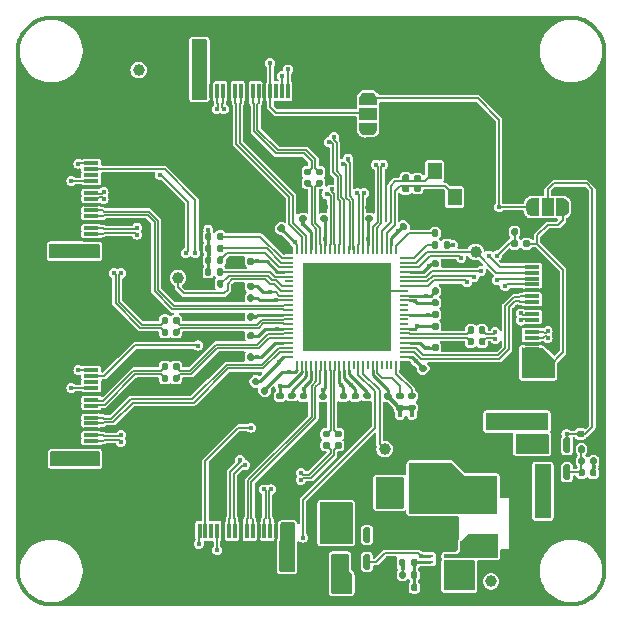
<source format=gbr>
G04 #@! TF.GenerationSoftware,KiCad,Pcbnew,8.0.4*
G04 #@! TF.CreationDate,2024-11-09T11:53:38-08:00*
G04 #@! TF.ProjectId,ASM2806_Breakout,41534d32-3830-4365-9f42-7265616b6f75,rev?*
G04 #@! TF.SameCoordinates,Original*
G04 #@! TF.FileFunction,Copper,L1,Top*
G04 #@! TF.FilePolarity,Positive*
%FSLAX46Y46*%
G04 Gerber Fmt 4.6, Leading zero omitted, Abs format (unit mm)*
G04 Created by KiCad (PCBNEW 8.0.4) date 2024-11-09 11:53:38*
%MOMM*%
%LPD*%
G01*
G04 APERTURE LIST*
G04 #@! TA.AperFunction,SMDPad,CuDef*
%ADD10R,1.500000X1.000000*%
G04 #@! TD*
G04 #@! TA.AperFunction,SMDPad,CuDef*
%ADD11C,1.000000*%
G04 #@! TD*
G04 #@! TA.AperFunction,SMDPad,CuDef*
%ADD12R,1.300000X0.300000*%
G04 #@! TD*
G04 #@! TA.AperFunction,SMDPad,CuDef*
%ADD13R,2.200000X1.800000*%
G04 #@! TD*
G04 #@! TA.AperFunction,SMDPad,CuDef*
%ADD14O,0.800000X0.200000*%
G04 #@! TD*
G04 #@! TA.AperFunction,SMDPad,CuDef*
%ADD15O,0.200000X0.800000*%
G04 #@! TD*
G04 #@! TA.AperFunction,SMDPad,CuDef*
%ADD16R,7.500000X7.500000*%
G04 #@! TD*
G04 #@! TA.AperFunction,SMDPad,CuDef*
%ADD17R,1.000000X1.500000*%
G04 #@! TD*
G04 #@! TA.AperFunction,SMDPad,CuDef*
%ADD18R,0.609600X0.279400*%
G04 #@! TD*
G04 #@! TA.AperFunction,SMDPad,CuDef*
%ADD19R,1.200000X1.400000*%
G04 #@! TD*
G04 #@! TA.AperFunction,SMDPad,CuDef*
%ADD20R,0.300000X1.300000*%
G04 #@! TD*
G04 #@! TA.AperFunction,SMDPad,CuDef*
%ADD21R,1.800000X2.200000*%
G04 #@! TD*
G04 #@! TA.AperFunction,SMDPad,CuDef*
%ADD22R,2.286000X1.854500*%
G04 #@! TD*
G04 #@! TA.AperFunction,ViaPad*
%ADD23C,0.450000*%
G04 #@! TD*
G04 #@! TA.AperFunction,Conductor*
%ADD24C,0.150000*%
G04 #@! TD*
G04 #@! TA.AperFunction,Conductor*
%ADD25C,0.200000*%
G04 #@! TD*
G04 #@! TA.AperFunction,Conductor*
%ADD26C,0.250000*%
G04 #@! TD*
G04 #@! TA.AperFunction,Conductor*
%ADD27C,0.350000*%
G04 #@! TD*
G04 APERTURE END LIST*
G04 #@! TA.AperFunction,SMDPad,CuDef*
G04 #@! TO.P,JP2,1,A*
G04 #@! TO.N,+3V3*
G36*
X153750000Y-106550000D02*
G01*
X153750000Y-107100000D01*
X153744911Y-107100000D01*
X153744911Y-107171157D01*
X153704816Y-107307708D01*
X153627875Y-107427430D01*
X153520320Y-107520627D01*
X153390866Y-107579746D01*
X153250000Y-107600000D01*
X152750000Y-107600000D01*
X152609134Y-107579746D01*
X152479680Y-107520627D01*
X152372125Y-107427430D01*
X152295184Y-107307708D01*
X152255089Y-107171157D01*
X152255089Y-107100000D01*
X152250000Y-107100000D01*
X152250000Y-106550000D01*
X153750000Y-106550000D01*
G37*
G04 #@! TD.AperFunction*
D10*
G04 #@! TO.P,JP2,2,C*
G04 #@! TO.N,DPE_PCIE_PWR_EN*
X153000000Y-105800000D03*
G04 #@! TA.AperFunction,SMDPad,CuDef*
G04 #@! TO.P,JP2,3,B*
G04 #@! TO.N,Net-(J1-Pin_13)*
G36*
X152255089Y-104500000D02*
G01*
X152255089Y-104428843D01*
X152295184Y-104292292D01*
X152372125Y-104172570D01*
X152479680Y-104079373D01*
X152609134Y-104020254D01*
X152750000Y-104000000D01*
X153250000Y-104000000D01*
X153390866Y-104020254D01*
X153520320Y-104079373D01*
X153627875Y-104172570D01*
X153704816Y-104292292D01*
X153744911Y-104428843D01*
X153744911Y-104500000D01*
X153750000Y-104500000D01*
X153750000Y-105050000D01*
X152250000Y-105050000D01*
X152250000Y-104500000D01*
X152255089Y-104500000D01*
G37*
G04 #@! TD.AperFunction*
G04 #@! TD*
G04 #@! TO.P,R7,1*
G04 #@! TO.N,Net-(U4-SPI_SDIO)*
G04 #@! TA.AperFunction,SMDPad,CuDef*
G36*
G01*
X140757500Y-119015000D02*
X140757500Y-119385000D01*
G75*
G02*
X140622500Y-119520000I-135000J0D01*
G01*
X140352500Y-119520000D01*
G75*
G02*
X140217500Y-119385000I0J135000D01*
G01*
X140217500Y-119015000D01*
G75*
G02*
X140352500Y-118880000I135000J0D01*
G01*
X140622500Y-118880000D01*
G75*
G02*
X140757500Y-119015000I0J-135000D01*
G01*
G37*
G04 #@! TD.AperFunction*
G04 #@! TO.P,R7,2*
G04 #@! TO.N,+3V3*
G04 #@! TA.AperFunction,SMDPad,CuDef*
G36*
G01*
X139737500Y-119015000D02*
X139737500Y-119385000D01*
G75*
G02*
X139602500Y-119520000I-135000J0D01*
G01*
X139332500Y-119520000D01*
G75*
G02*
X139197500Y-119385000I0J135000D01*
G01*
X139197500Y-119015000D01*
G75*
G02*
X139332500Y-118880000I135000J0D01*
G01*
X139602500Y-118880000D01*
G75*
G02*
X139737500Y-119015000I0J-135000D01*
G01*
G37*
G04 #@! TD.AperFunction*
G04 #@! TD*
D11*
G04 #@! TO.P,TP_3V1,1,1*
G04 #@! TO.N,+1V05P*
X159300000Y-136100000D03*
G04 #@! TD*
G04 #@! TO.P,TP8,1,1*
G04 #@! TO.N,HOST_PCIe_RST*
X154400000Y-134200000D03*
G04 #@! TD*
G04 #@! TO.P,C25,1*
G04 #@! TO.N,GND*
G04 #@! TA.AperFunction,SMDPad,CuDef*
G36*
G01*
X151087500Y-130940000D02*
X150747500Y-130940000D01*
G75*
G02*
X150607500Y-130800000I0J140000D01*
G01*
X150607500Y-130520000D01*
G75*
G02*
X150747500Y-130380000I140000J0D01*
G01*
X151087500Y-130380000D01*
G75*
G02*
X151227500Y-130520000I0J-140000D01*
G01*
X151227500Y-130800000D01*
G75*
G02*
X151087500Y-130940000I-140000J0D01*
G01*
G37*
G04 #@! TD.AperFunction*
G04 #@! TO.P,C25,2*
G04 #@! TO.N,+1V05P*
G04 #@! TA.AperFunction,SMDPad,CuDef*
G36*
G01*
X151087500Y-129980000D02*
X150747500Y-129980000D01*
G75*
G02*
X150607500Y-129840000I0J140000D01*
G01*
X150607500Y-129560000D01*
G75*
G02*
X150747500Y-129420000I140000J0D01*
G01*
X151087500Y-129420000D01*
G75*
G02*
X151227500Y-129560000I0J-140000D01*
G01*
X151227500Y-129840000D01*
G75*
G02*
X151087500Y-129980000I-140000J0D01*
G01*
G37*
G04 #@! TD.AperFunction*
G04 #@! TD*
D12*
G04 #@! TO.P,J2,1,Pin_1*
G04 #@! TO.N,DPE_PCIe_RST*
X129577500Y-127516666D03*
G04 #@! TO.P,J2,2,Pin_2*
G04 #@! TO.N,P0_PCIe_CLK_REQ*
X129577500Y-128016666D03*
G04 #@! TO.P,J2,3,Pin_3*
G04 #@! TO.N,unconnected-(J2-Pin_3-Pad3)*
X129577500Y-128516666D03*
G04 #@! TO.P,J2,4,Pin_4*
G04 #@! TO.N,DPE_PCIE_PWR_EN*
X129577500Y-129016666D03*
G04 #@! TO.P,J2,5,Pin_5*
G04 #@! TO.N,GND*
X129577500Y-129516666D03*
G04 #@! TO.P,J2,6,Pin_6*
G04 #@! TO.N,P0_PCIe_TX_P*
X129577500Y-130016666D03*
G04 #@! TO.P,J2,7,Pin_7*
G04 #@! TO.N,P0_PCIe_TX_N*
X129577500Y-130516666D03*
G04 #@! TO.P,J2,8,Pin_8*
G04 #@! TO.N,GND*
X129577500Y-131016666D03*
G04 #@! TO.P,J2,9,Pin_9*
G04 #@! TO.N,P0_PCIe_RX_P*
X129577500Y-131516666D03*
G04 #@! TO.P,J2,10,Pin_10*
G04 #@! TO.N,P0_PCIe_RX_N*
X129577500Y-132016666D03*
G04 #@! TO.P,J2,11,Pin_11*
G04 #@! TO.N,GND*
X129577500Y-132516666D03*
G04 #@! TO.P,J2,12,Pin_12*
G04 #@! TO.N,P0_PCIe_CLK_P*
X129577500Y-133016666D03*
G04 #@! TO.P,J2,13,Pin_13*
G04 #@! TO.N,P0_PCIe_CLK_N*
X129577500Y-133516666D03*
G04 #@! TO.P,J2,14,Pin_14*
G04 #@! TO.N,GND*
X129577500Y-134016666D03*
G04 #@! TO.P,J2,15,Pin_15*
G04 #@! TO.N,+5V*
X129577500Y-134516666D03*
G04 #@! TO.P,J2,16,Pin_16*
X129577500Y-135016666D03*
D13*
G04 #@! TO.P,J2,MP,Shield*
G04 #@! TO.N,GND*
X126327500Y-125616666D03*
X126327500Y-136916666D03*
G04 #@! TD*
G04 #@! TO.P,C16,1*
G04 #@! TO.N,/P2A_PCIe_TX_P*
G04 #@! TA.AperFunction,SMDPad,CuDef*
G36*
G01*
X149047500Y-111960000D02*
X148707500Y-111960000D01*
G75*
G02*
X148567500Y-111820000I0J140000D01*
G01*
X148567500Y-111540000D01*
G75*
G02*
X148707500Y-111400000I140000J0D01*
G01*
X149047500Y-111400000D01*
G75*
G02*
X149187500Y-111540000I0J-140000D01*
G01*
X149187500Y-111820000D01*
G75*
G02*
X149047500Y-111960000I-140000J0D01*
G01*
G37*
G04 #@! TD.AperFunction*
G04 #@! TO.P,C16,2*
G04 #@! TO.N,P2_PCIe_TX_P*
G04 #@! TA.AperFunction,SMDPad,CuDef*
G36*
G01*
X149047500Y-111000000D02*
X148707500Y-111000000D01*
G75*
G02*
X148567500Y-110860000I0J140000D01*
G01*
X148567500Y-110580000D01*
G75*
G02*
X148707500Y-110440000I140000J0D01*
G01*
X149047500Y-110440000D01*
G75*
G02*
X149187500Y-110580000I0J-140000D01*
G01*
X149187500Y-110860000D01*
G75*
G02*
X149047500Y-111000000I-140000J0D01*
G01*
G37*
G04 #@! TD.AperFunction*
G04 #@! TD*
G04 #@! TO.P,C27,1*
G04 #@! TO.N,GND*
G04 #@! TA.AperFunction,SMDPad,CuDef*
G36*
G01*
X143482807Y-130257609D02*
X143242391Y-130017193D01*
G75*
G02*
X143242391Y-129819203I98995J98995D01*
G01*
X143440381Y-129621213D01*
G75*
G02*
X143638371Y-129621213I98995J-98995D01*
G01*
X143878787Y-129861629D01*
G75*
G02*
X143878787Y-130059619I-98995J-98995D01*
G01*
X143680797Y-130257609D01*
G75*
G02*
X143482807Y-130257609I-98995J98995D01*
G01*
G37*
G04 #@! TD.AperFunction*
G04 #@! TO.P,C27,2*
G04 #@! TO.N,+1V05*
G04 #@! TA.AperFunction,SMDPad,CuDef*
G36*
G01*
X144161629Y-129578787D02*
X143921213Y-129338371D01*
G75*
G02*
X143921213Y-129140381I98995J98995D01*
G01*
X144119203Y-128942391D01*
G75*
G02*
X144317193Y-128942391I98995J-98995D01*
G01*
X144557609Y-129182807D01*
G75*
G02*
X144557609Y-129380797I-98995J-98995D01*
G01*
X144359619Y-129578787D01*
G75*
G02*
X144161629Y-129578787I-98995J98995D01*
G01*
G37*
G04 #@! TD.AperFunction*
G04 #@! TD*
G04 #@! TO.P,C18,1*
G04 #@! TO.N,/P3A_PCIe_TX_P*
G04 #@! TA.AperFunction,SMDPad,CuDef*
G36*
G01*
X149307500Y-132640000D02*
X149647500Y-132640000D01*
G75*
G02*
X149787500Y-132780000I0J-140000D01*
G01*
X149787500Y-133060000D01*
G75*
G02*
X149647500Y-133200000I-140000J0D01*
G01*
X149307500Y-133200000D01*
G75*
G02*
X149167500Y-133060000I0J140000D01*
G01*
X149167500Y-132780000D01*
G75*
G02*
X149307500Y-132640000I140000J0D01*
G01*
G37*
G04 #@! TD.AperFunction*
G04 #@! TO.P,C18,2*
G04 #@! TO.N,P3_PCIe_TX_P*
G04 #@! TA.AperFunction,SMDPad,CuDef*
G36*
G01*
X149307500Y-133600000D02*
X149647500Y-133600000D01*
G75*
G02*
X149787500Y-133740000I0J-140000D01*
G01*
X149787500Y-134020000D01*
G75*
G02*
X149647500Y-134160000I-140000J0D01*
G01*
X149307500Y-134160000D01*
G75*
G02*
X149167500Y-134020000I0J140000D01*
G01*
X149167500Y-133740000D01*
G75*
G02*
X149307500Y-133600000I140000J0D01*
G01*
G37*
G04 #@! TD.AperFunction*
G04 #@! TD*
G04 #@! TO.P,R18,1*
G04 #@! TO.N,HOST_PCIE_DET_WAKE*
G04 #@! TA.AperFunction,SMDPad,CuDef*
G36*
G01*
X165130000Y-115985000D02*
X165130000Y-115615000D01*
G75*
G02*
X165265000Y-115480000I135000J0D01*
G01*
X165535000Y-115480000D01*
G75*
G02*
X165670000Y-115615000I0J-135000D01*
G01*
X165670000Y-115985000D01*
G75*
G02*
X165535000Y-116120000I-135000J0D01*
G01*
X165265000Y-116120000D01*
G75*
G02*
X165130000Y-115985000I0J135000D01*
G01*
G37*
G04 #@! TD.AperFunction*
G04 #@! TO.P,R18,2*
G04 #@! TO.N,GND*
G04 #@! TA.AperFunction,SMDPad,CuDef*
G36*
G01*
X166150000Y-115985000D02*
X166150000Y-115615000D01*
G75*
G02*
X166285000Y-115480000I135000J0D01*
G01*
X166555000Y-115480000D01*
G75*
G02*
X166690000Y-115615000I0J-135000D01*
G01*
X166690000Y-115985000D01*
G75*
G02*
X166555000Y-116120000I-135000J0D01*
G01*
X166285000Y-116120000D01*
G75*
G02*
X166150000Y-115985000I0J135000D01*
G01*
G37*
G04 #@! TD.AperFunction*
G04 #@! TD*
G04 #@! TO.P,C31,1*
G04 #@! TO.N,GND*
G04 #@! TA.AperFunction,SMDPad,CuDef*
G36*
G01*
X159937500Y-121630000D02*
X159937500Y-121970000D01*
G75*
G02*
X159797500Y-122110000I-140000J0D01*
G01*
X159517500Y-122110000D01*
G75*
G02*
X159377500Y-121970000I0J140000D01*
G01*
X159377500Y-121630000D01*
G75*
G02*
X159517500Y-121490000I140000J0D01*
G01*
X159797500Y-121490000D01*
G75*
G02*
X159937500Y-121630000I0J-140000D01*
G01*
G37*
G04 #@! TD.AperFunction*
G04 #@! TO.P,C31,2*
G04 #@! TO.N,+1V05P*
G04 #@! TA.AperFunction,SMDPad,CuDef*
G36*
G01*
X158977500Y-121630000D02*
X158977500Y-121970000D01*
G75*
G02*
X158837500Y-122110000I-140000J0D01*
G01*
X158557500Y-122110000D01*
G75*
G02*
X158417500Y-121970000I0J140000D01*
G01*
X158417500Y-121630000D01*
G75*
G02*
X158557500Y-121490000I140000J0D01*
G01*
X158837500Y-121490000D01*
G75*
G02*
X158977500Y-121630000I0J-140000D01*
G01*
G37*
G04 #@! TD.AperFunction*
G04 #@! TD*
G04 #@! TO.P,R3,1*
G04 #@! TO.N,ASM2806_GPIO4*
G04 #@! TA.AperFunction,SMDPad,CuDef*
G36*
G01*
X155515000Y-129400000D02*
X155885000Y-129400000D01*
G75*
G02*
X156020000Y-129535000I0J-135000D01*
G01*
X156020000Y-129805000D01*
G75*
G02*
X155885000Y-129940000I-135000J0D01*
G01*
X155515000Y-129940000D01*
G75*
G02*
X155380000Y-129805000I0J135000D01*
G01*
X155380000Y-129535000D01*
G75*
G02*
X155515000Y-129400000I135000J0D01*
G01*
G37*
G04 #@! TD.AperFunction*
G04 #@! TO.P,R3,2*
G04 #@! TO.N,+3V3*
G04 #@! TA.AperFunction,SMDPad,CuDef*
G36*
G01*
X155515000Y-130420000D02*
X155885000Y-130420000D01*
G75*
G02*
X156020000Y-130555000I0J-135000D01*
G01*
X156020000Y-130825000D01*
G75*
G02*
X155885000Y-130960000I-135000J0D01*
G01*
X155515000Y-130960000D01*
G75*
G02*
X155380000Y-130825000I0J135000D01*
G01*
X155380000Y-130555000D01*
G75*
G02*
X155515000Y-130420000I135000J0D01*
G01*
G37*
G04 #@! TD.AperFunction*
G04 #@! TD*
D11*
G04 #@! TO.P,TP6,1,1*
G04 #@! TO.N,DPE_PCIe_RST*
X133577500Y-102100000D03*
G04 #@! TD*
G04 #@! TO.P,C28,1*
G04 #@! TO.N,GND*
G04 #@! TA.AperFunction,SMDPad,CuDef*
G36*
G01*
X152087500Y-130940000D02*
X151747500Y-130940000D01*
G75*
G02*
X151607500Y-130800000I0J140000D01*
G01*
X151607500Y-130520000D01*
G75*
G02*
X151747500Y-130380000I140000J0D01*
G01*
X152087500Y-130380000D01*
G75*
G02*
X152227500Y-130520000I0J-140000D01*
G01*
X152227500Y-130800000D01*
G75*
G02*
X152087500Y-130940000I-140000J0D01*
G01*
G37*
G04 #@! TD.AperFunction*
G04 #@! TO.P,C28,2*
G04 #@! TO.N,+1V05P*
G04 #@! TA.AperFunction,SMDPad,CuDef*
G36*
G01*
X152087500Y-129980000D02*
X151747500Y-129980000D01*
G75*
G02*
X151607500Y-129840000I0J140000D01*
G01*
X151607500Y-129560000D01*
G75*
G02*
X151747500Y-129420000I140000J0D01*
G01*
X152087500Y-129420000D01*
G75*
G02*
X152227500Y-129560000I0J-140000D01*
G01*
X152227500Y-129840000D01*
G75*
G02*
X152087500Y-129980000I-140000J0D01*
G01*
G37*
G04 #@! TD.AperFunction*
G04 #@! TD*
G04 #@! TO.P,TP5,1,1*
G04 #@! TO.N,HOST_PCIe_CLK_REQ*
X162100000Y-117500000D03*
G04 #@! TD*
G04 #@! TO.P,C22,1*
G04 #@! TO.N,GND*
G04 #@! TA.AperFunction,SMDPad,CuDef*
G36*
G01*
X157752500Y-141150000D02*
X156802500Y-141150000D01*
G75*
G02*
X156552500Y-140900000I0J250000D01*
G01*
X156552500Y-140400000D01*
G75*
G02*
X156802500Y-140150000I250000J0D01*
G01*
X157752500Y-140150000D01*
G75*
G02*
X158002500Y-140400000I0J-250000D01*
G01*
X158002500Y-140900000D01*
G75*
G02*
X157752500Y-141150000I-250000J0D01*
G01*
G37*
G04 #@! TD.AperFunction*
G04 #@! TO.P,C22,2*
G04 #@! TO.N,+1V05P*
G04 #@! TA.AperFunction,SMDPad,CuDef*
G36*
G01*
X157752500Y-139250000D02*
X156802500Y-139250000D01*
G75*
G02*
X156552500Y-139000000I0J250000D01*
G01*
X156552500Y-138500000D01*
G75*
G02*
X156802500Y-138250000I250000J0D01*
G01*
X157752500Y-138250000D01*
G75*
G02*
X158002500Y-138500000I0J-250000D01*
G01*
X158002500Y-139000000D01*
G75*
G02*
X157752500Y-139250000I-250000J0D01*
G01*
G37*
G04 #@! TD.AperFunction*
G04 #@! TD*
D14*
G04 #@! TO.P,U4,1,P0PWRGOOD*
G04 #@! TO.N,ASM2806_GPIO7*
X146277500Y-118000000D03*
G04 #@! TO.P,U4,2,P0PWRENABLE*
G04 #@! TO.N,ASM2806_GPIO5*
X146277500Y-118400000D03*
G04 #@! TO.P,U4,3,P0PWRFAULTN*
G04 #@! TO.N,ASM2806_GPIO6*
X146277500Y-118800000D03*
G04 #@! TO.P,U4,4,VCC33_0*
G04 #@! TO.N,+3V3*
X146277500Y-119200000D03*
G04 #@! TO.P,U4,5,SPI_SDIO*
G04 #@! TO.N,Net-(U4-SPI_SDIO)*
X146277500Y-119600000D03*
G04 #@! TO.P,U4,6,SPI_CS*
G04 #@! TO.N,unconnected-(U4-SPI_CS-Pad6)*
X146277500Y-120000000D03*
G04 #@! TO.P,U4,7,SPI_SCK*
G04 #@! TO.N,Net-(U4-SPI_SCK)*
X146277500Y-120400000D03*
G04 #@! TO.P,U4,8,INT_HOTPLUG*
G04 #@! TO.N,Net-(U4-INT_HOTPLUG)*
X146277500Y-120800000D03*
G04 #@! TO.P,U4,9,VDD105_0*
G04 #@! TO.N,+1V05*
X146277500Y-121200000D03*
G04 #@! TO.P,U4,10,VDD105P_0*
G04 #@! TO.N,+1V05P*
X146277500Y-121600000D03*
G04 #@! TO.P,U4,11,DPE_RXP1*
G04 #@! TO.N,P1_PCIe_RX_P*
X146277500Y-122000000D03*
G04 #@! TO.P,U4,12,DPE_RXN1*
G04 #@! TO.N,P1_PCIe_RX_N*
X146277500Y-122400000D03*
G04 #@! TO.P,U4,13,VCC25P_0*
G04 #@! TO.N,+2V5*
X146277500Y-122800000D03*
G04 #@! TO.P,U4,14,DPE_TXP1*
G04 #@! TO.N,/P1A_PCIe_TX_P*
X146277500Y-123200000D03*
G04 #@! TO.P,U4,15,DPE_TXN1*
G04 #@! TO.N,/P1A_PCIe_TX_N*
X146277500Y-123600000D03*
G04 #@! TO.P,U4,16,VDD105P_1*
G04 #@! TO.N,+1V05P*
X146277500Y-124000000D03*
G04 #@! TO.P,U4,17,DPE_TXP0*
G04 #@! TO.N,/P0A_PCIe_TX_P*
X146277500Y-124400000D03*
G04 #@! TO.P,U4,18,DPE_TXN0*
G04 #@! TO.N,/P0A_PCIe_TX_N*
X146277500Y-124800000D03*
G04 #@! TO.P,U4,19,VCC25P_1*
G04 #@! TO.N,+2V5*
X146277500Y-125200000D03*
G04 #@! TO.P,U4,20,DPE_RXP0*
G04 #@! TO.N,P0_PCIe_RX_P*
X146277500Y-125600000D03*
G04 #@! TO.P,U4,21,DPE_RXN0*
G04 #@! TO.N,P0_PCIe_RX_N*
X146277500Y-126000000D03*
G04 #@! TO.P,U4,22,VDD105P_2*
G04 #@! TO.N,+1V05P*
X146277500Y-126400000D03*
D15*
G04 #@! TO.P,U4,23,VDD105_1*
G04 #@! TO.N,+1V05*
X146977500Y-127100000D03*
G04 #@! TO.P,U4,24,VCC25P_2*
G04 #@! TO.N,+2V5*
X147377500Y-127100000D03*
G04 #@! TO.P,U4,25,REXT2*
G04 #@! TO.N,Net-(U4-REXT2)*
X147777500Y-127100000D03*
G04 #@! TO.P,U4,26,VDD105P_3*
G04 #@! TO.N,+1V05P*
X148177500Y-127100000D03*
G04 #@! TO.P,U4,27,DPE_RXP14*
G04 #@! TO.N,P3_PCIe_RX_P*
X148577500Y-127100000D03*
G04 #@! TO.P,U4,28,DPE_RXN14*
G04 #@! TO.N,P3_PCIe_RX_N*
X148977500Y-127100000D03*
G04 #@! TO.P,U4,29,VCC25P_3*
G04 #@! TO.N,+2V5*
X149377500Y-127100000D03*
G04 #@! TO.P,U4,30,DPE_TXP14*
G04 #@! TO.N,/P3A_PCIe_TX_P*
X149777500Y-127100000D03*
G04 #@! TO.P,U4,31,DPE_TXN14*
G04 #@! TO.N,/P3A_PCIe_TX_N*
X150177500Y-127100000D03*
G04 #@! TO.P,U4,32,VDD105P_4*
G04 #@! TO.N,+1V05P*
X150577500Y-127100000D03*
G04 #@! TO.P,U4,33,VDD105P_5*
X150977500Y-127100000D03*
G04 #@! TO.P,U4,34,UART_TX*
G04 #@! TO.N,Net-(U4-UART_TX)*
X151377500Y-127100000D03*
G04 #@! TO.P,U4,35,UART_RX*
G04 #@! TO.N,unconnected-(U4-UART_RX-Pad35)*
X151777500Y-127100000D03*
G04 #@! TO.P,U4,36,DPE_RSTN*
G04 #@! TO.N,DPE_PCIe_RST*
X152177500Y-127100000D03*
G04 #@! TO.P,U4,37,PERSTN*
G04 #@! TO.N,HOST_PCIe_RST*
X152577500Y-127100000D03*
G04 #@! TO.P,U4,38,P0RESETN*
G04 #@! TO.N,ASM2806_GPIO3*
X152977500Y-127100000D03*
G04 #@! TO.P,U4,39,VSUS33*
G04 #@! TO.N,+3V3*
X153377500Y-127100000D03*
G04 #@! TO.P,U4,40,P0PRSNTN*
G04 #@! TO.N,ASM2806_GPIO4*
X153777500Y-127100000D03*
G04 #@! TO.P,U4,41,SMDA*
G04 #@! TO.N,unconnected-(U4-SMDA-Pad41)*
X154177500Y-127100000D03*
G04 #@! TO.P,U4,42,SMCL*
G04 #@! TO.N,unconnected-(U4-SMCL-Pad42)*
X154577500Y-127100000D03*
G04 #@! TO.P,U4,43,P0ATNLEDN*
G04 #@! TO.N,ASM2806_GPIO0*
X154977500Y-127100000D03*
G04 #@! TO.P,U4,44,P0ATNBUTTON*
G04 #@! TO.N,ASM2806_GPIO1*
X155377500Y-127100000D03*
D14*
G04 #@! TO.P,U4,45,VDD105P_6*
G04 #@! TO.N,+1V05P*
X156077500Y-126400000D03*
G04 #@! TO.P,U4,46,UPE_RXP0*
G04 #@! TO.N,HOST_PCIe_TX_N*
X156077500Y-126000000D03*
G04 #@! TO.P,U4,47,UPE_RXN0*
G04 #@! TO.N,HOST_PCIe_TX_P*
X156077500Y-125600000D03*
G04 #@! TO.P,U4,48,VCC25P_4*
G04 #@! TO.N,+2V5*
X156077500Y-125200000D03*
G04 #@! TO.P,U4,49,UPE_TXP0*
G04 #@! TO.N,/HOSTA_PCIe_RX_N*
X156077500Y-124800000D03*
G04 #@! TO.P,U4,50,UPE_TXN0*
G04 #@! TO.N,/HOSTA_PCIe_RX_P*
X156077500Y-124400000D03*
G04 #@! TO.P,U4,51,VDD105P_7*
G04 #@! TO.N,+1V05P*
X156077500Y-124000000D03*
G04 #@! TO.P,U4,52,UPE_TXP1*
G04 #@! TO.N,unconnected-(U4-UPE_TXP1-Pad52)*
X156077500Y-123600000D03*
G04 #@! TO.P,U4,53,UPE_TXN1*
G04 #@! TO.N,unconnected-(U4-UPE_TXN1-Pad53)*
X156077500Y-123200000D03*
G04 #@! TO.P,U4,54,VCC25P_5*
G04 #@! TO.N,+2V5*
X156077500Y-122800000D03*
G04 #@! TO.P,U4,55,UPE_RXP1*
G04 #@! TO.N,unconnected-(U4-UPE_RXP1-Pad55)*
X156077500Y-122400000D03*
G04 #@! TO.P,U4,56,UPE_RXN1*
G04 #@! TO.N,unconnected-(U4-UPE_RXN1-Pad56)*
X156077500Y-122000000D03*
G04 #@! TO.P,U4,57,VDD105P_8*
G04 #@! TO.N,+1V05P*
X156077500Y-121600000D03*
G04 #@! TO.P,U4,58,VDD105_2*
G04 #@! TO.N,+1V05*
X156077500Y-121200000D03*
G04 #@! TO.P,U4,59,TESTEN*
G04 #@! TO.N,GND*
X156077500Y-120800000D03*
G04 #@! TO.P,U4,60,DPE_CLKREQN0*
G04 #@! TO.N,P0_PCIe_CLK_REQ*
X156077500Y-120400000D03*
G04 #@! TO.P,U4,61,DPE_CLKREQN1*
G04 #@! TO.N,P1_PCIe_CLK_REQ*
X156077500Y-120000000D03*
G04 #@! TO.P,U4,62,DPE_CLKREQN2*
G04 #@! TO.N,P2_PCIe_CLK_REQ*
X156077500Y-119600000D03*
G04 #@! TO.P,U4,63,VCC33_1*
G04 #@! TO.N,+3V3*
X156077500Y-119200000D03*
G04 #@! TO.P,U4,64,DPE_CLKREQN3*
G04 #@! TO.N,P3_PCIe_CLK_REQ*
X156077500Y-118800000D03*
G04 #@! TO.P,U4,65,UPE_CLKREQN*
G04 #@! TO.N,HOST_PCIe_CLK_REQ*
X156077500Y-118400000D03*
G04 #@! TO.P,U4,66,P0MRLN*
G04 #@! TO.N,ASM2806_GPIO2*
X156077500Y-118000000D03*
D15*
G04 #@! TO.P,U4,67,REXT*
G04 #@! TO.N,Net-(U4-REXT)*
X155377500Y-117300000D03*
G04 #@! TO.P,U4,68,VCC25P_6*
G04 #@! TO.N,+2V5*
X154977500Y-117300000D03*
G04 #@! TO.P,U4,69,XI*
G04 #@! TO.N,Net-(U4-XI)*
X154577500Y-117300000D03*
G04 #@! TO.P,U4,70,XO*
G04 #@! TO.N,Net-(U4-XO)*
X154177500Y-117300000D03*
G04 #@! TO.P,U4,71,UPE_CLKP*
G04 #@! TO.N,HOST_PCIe_CLK_P*
X153777500Y-117300000D03*
G04 #@! TO.P,U4,72,UPE_CLKN*
G04 #@! TO.N,HOST_PCIe_CLK_N*
X153377500Y-117300000D03*
G04 #@! TO.P,U4,73,VDD105_3*
G04 #@! TO.N,+1V05*
X152977500Y-117300000D03*
G04 #@! TO.P,U4,74,DPE_CLKP0*
G04 #@! TO.N,P0_PCIe_CLK_P*
X152577500Y-117300000D03*
G04 #@! TO.P,U4,75,DPE_CLKN0*
G04 #@! TO.N,P0_PCIe_CLK_N*
X152177500Y-117300000D03*
G04 #@! TO.P,U4,76,DPE_CLKP1*
G04 #@! TO.N,P1_PCIe_CLK_P*
X151777500Y-117300000D03*
G04 #@! TO.P,U4,77,DPE_CLKN1*
G04 #@! TO.N,P1_PCIe_CLK_N*
X151377500Y-117300000D03*
G04 #@! TO.P,U4,78,DPE_CLKP2*
G04 #@! TO.N,P2_PCIe_CLK_P*
X150977500Y-117300000D03*
G04 #@! TO.P,U4,79,DPE_CLKN2*
G04 #@! TO.N,P2_PCIe_CLK_N*
X150577500Y-117300000D03*
G04 #@! TO.P,U4,80,DPE_CLKP3*
G04 #@! TO.N,P3_PCIe_CLK_P*
X150177500Y-117300000D03*
G04 #@! TO.P,U4,81,DPE_CLKN3*
G04 #@! TO.N,P3_PCIe_CLK_N*
X149777500Y-117300000D03*
G04 #@! TO.P,U4,82,VDD105P_9*
G04 #@! TO.N,+1V05P*
X149377500Y-117300000D03*
G04 #@! TO.P,U4,83,DPE_TXP6*
G04 #@! TO.N,/P2A_PCIe_TX_P*
X148977500Y-117300000D03*
G04 #@! TO.P,U4,84,DPE_TXN6*
G04 #@! TO.N,/P2A_PCIe_TX_N*
X148577500Y-117300000D03*
G04 #@! TO.P,U4,85,VCC25P_7*
G04 #@! TO.N,+2V5*
X148177500Y-117300000D03*
G04 #@! TO.P,U4,86,DPE_RXP6*
G04 #@! TO.N,P2_PCIe_RX_P*
X147777500Y-117300000D03*
G04 #@! TO.P,U4,87,DPE_RXN6*
G04 #@! TO.N,P2_PCIe_RX_N*
X147377500Y-117300000D03*
G04 #@! TO.P,U4,88,VDD105P_10*
G04 #@! TO.N,+1V05P*
X146977500Y-117300000D03*
D16*
G04 #@! TO.P,U4,89,GND*
G04 #@! TO.N,GND*
X151177500Y-122200000D03*
G04 #@! TD*
G04 #@! TO.P,C33,1*
G04 #@! TO.N,GND*
G04 #@! TA.AperFunction,SMDPad,CuDef*
G36*
G01*
X152907500Y-113440000D02*
X153247500Y-113440000D01*
G75*
G02*
X153387500Y-113580000I0J-140000D01*
G01*
X153387500Y-113860000D01*
G75*
G02*
X153247500Y-114000000I-140000J0D01*
G01*
X152907500Y-114000000D01*
G75*
G02*
X152767500Y-113860000I0J140000D01*
G01*
X152767500Y-113580000D01*
G75*
G02*
X152907500Y-113440000I140000J0D01*
G01*
G37*
G04 #@! TD.AperFunction*
G04 #@! TO.P,C33,2*
G04 #@! TO.N,+1V05*
G04 #@! TA.AperFunction,SMDPad,CuDef*
G36*
G01*
X152907500Y-114400000D02*
X153247500Y-114400000D01*
G75*
G02*
X153387500Y-114540000I0J-140000D01*
G01*
X153387500Y-114820000D01*
G75*
G02*
X153247500Y-114960000I-140000J0D01*
G01*
X152907500Y-114960000D01*
G75*
G02*
X152767500Y-114820000I0J140000D01*
G01*
X152767500Y-114540000D01*
G75*
G02*
X152907500Y-114400000I140000J0D01*
G01*
G37*
G04 #@! TD.AperFunction*
G04 #@! TD*
G04 #@! TA.AperFunction,SMDPad,CuDef*
G04 #@! TO.P,JP1,1,A*
G04 #@! TO.N,+5V*
G36*
X168950000Y-112950000D02*
G01*
X169500000Y-112950000D01*
X169500000Y-112955089D01*
X169571157Y-112955089D01*
X169707708Y-112995184D01*
X169827430Y-113072125D01*
X169920627Y-113179680D01*
X169979746Y-113309134D01*
X170000000Y-113450000D01*
X170000000Y-113950000D01*
X169979746Y-114090866D01*
X169920627Y-114220320D01*
X169827430Y-114327875D01*
X169707708Y-114404816D01*
X169571157Y-114444911D01*
X169500000Y-114444911D01*
X169500000Y-114450000D01*
X168950000Y-114450000D01*
X168950000Y-112950000D01*
G37*
G04 #@! TD.AperFunction*
D17*
G04 #@! TO.P,JP1,2,C*
G04 #@! TO.N,HOST_PCIE_PWR_EN*
X168200000Y-113700000D03*
G04 #@! TA.AperFunction,SMDPad,CuDef*
G04 #@! TO.P,JP1,3,B*
G04 #@! TO.N,Net-(J1-Pin_13)*
G36*
X166900000Y-114444911D02*
G01*
X166828843Y-114444911D01*
X166692292Y-114404816D01*
X166572570Y-114327875D01*
X166479373Y-114220320D01*
X166420254Y-114090866D01*
X166400000Y-113950000D01*
X166400000Y-113450000D01*
X166420254Y-113309134D01*
X166479373Y-113179680D01*
X166572570Y-113072125D01*
X166692292Y-112995184D01*
X166828843Y-112955089D01*
X166900000Y-112955089D01*
X166900000Y-112950000D01*
X167450000Y-112950000D01*
X167450000Y-114450000D01*
X166900000Y-114450000D01*
X166900000Y-114444911D01*
G37*
G04 #@! TD.AperFunction*
G04 #@! TD*
D18*
G04 #@! TO.P,U1,1,VIN*
G04 #@! TO.N,+5V*
X159726800Y-143750126D03*
G04 #@! TO.P,U1,2,SW*
G04 #@! TO.N,Net-(U1-SW)*
X159726800Y-143250000D03*
G04 #@! TO.P,U1,3,GND*
G04 #@! TO.N,GND*
X159726800Y-142749874D03*
G04 #@! TO.P,U1,4,AGND*
X158228200Y-142749874D03*
G04 #@! TO.P,U1,5,EN*
G04 #@! TO.N,HOST_PCIE_PWR_EN*
X158228200Y-143250000D03*
G04 #@! TO.P,U1,6,FB*
G04 #@! TO.N,Net-(U1-FB)*
X158228200Y-143750126D03*
G04 #@! TD*
G04 #@! TO.P,C17,1*
G04 #@! TO.N,/P2A_PCIe_TX_N*
G04 #@! TA.AperFunction,SMDPad,CuDef*
G36*
G01*
X148047500Y-111960000D02*
X147707500Y-111960000D01*
G75*
G02*
X147567500Y-111820000I0J140000D01*
G01*
X147567500Y-111540000D01*
G75*
G02*
X147707500Y-111400000I140000J0D01*
G01*
X148047500Y-111400000D01*
G75*
G02*
X148187500Y-111540000I0J-140000D01*
G01*
X148187500Y-111820000D01*
G75*
G02*
X148047500Y-111960000I-140000J0D01*
G01*
G37*
G04 #@! TD.AperFunction*
G04 #@! TO.P,C17,2*
G04 #@! TO.N,P2_PCIe_TX_N*
G04 #@! TA.AperFunction,SMDPad,CuDef*
G36*
G01*
X148047500Y-111000000D02*
X147707500Y-111000000D01*
G75*
G02*
X147567500Y-110860000I0J140000D01*
G01*
X147567500Y-110580000D01*
G75*
G02*
X147707500Y-110440000I140000J0D01*
G01*
X148047500Y-110440000D01*
G75*
G02*
X148187500Y-110580000I0J-140000D01*
G01*
X148187500Y-110860000D01*
G75*
G02*
X148047500Y-111000000I-140000J0D01*
G01*
G37*
G04 #@! TD.AperFunction*
G04 #@! TD*
G04 #@! TO.P,C42,1*
G04 #@! TO.N,GND*
G04 #@! TA.AperFunction,SMDPad,CuDef*
G36*
G01*
X159937500Y-125430000D02*
X159937500Y-125770000D01*
G75*
G02*
X159797500Y-125910000I-140000J0D01*
G01*
X159517500Y-125910000D01*
G75*
G02*
X159377500Y-125770000I0J140000D01*
G01*
X159377500Y-125430000D01*
G75*
G02*
X159517500Y-125290000I140000J0D01*
G01*
X159797500Y-125290000D01*
G75*
G02*
X159937500Y-125430000I0J-140000D01*
G01*
G37*
G04 #@! TD.AperFunction*
G04 #@! TO.P,C42,2*
G04 #@! TO.N,+2V5*
G04 #@! TA.AperFunction,SMDPad,CuDef*
G36*
G01*
X158977500Y-125430000D02*
X158977500Y-125770000D01*
G75*
G02*
X158837500Y-125910000I-140000J0D01*
G01*
X158557500Y-125910000D01*
G75*
G02*
X158417500Y-125770000I0J140000D01*
G01*
X158417500Y-125430000D01*
G75*
G02*
X158557500Y-125290000I140000J0D01*
G01*
X158837500Y-125290000D01*
G75*
G02*
X158977500Y-125430000I0J-140000D01*
G01*
G37*
G04 #@! TD.AperFunction*
G04 #@! TD*
G04 #@! TO.P,R11,1*
G04 #@! TO.N,GND*
G04 #@! TA.AperFunction,SMDPad,CuDef*
G36*
G01*
X146722500Y-130960000D02*
X146352500Y-130960000D01*
G75*
G02*
X146217500Y-130825000I0J135000D01*
G01*
X146217500Y-130555000D01*
G75*
G02*
X146352500Y-130420000I135000J0D01*
G01*
X146722500Y-130420000D01*
G75*
G02*
X146857500Y-130555000I0J-135000D01*
G01*
X146857500Y-130825000D01*
G75*
G02*
X146722500Y-130960000I-135000J0D01*
G01*
G37*
G04 #@! TD.AperFunction*
G04 #@! TO.P,R11,2*
G04 #@! TO.N,Net-(U4-REXT2)*
G04 #@! TA.AperFunction,SMDPad,CuDef*
G36*
G01*
X146722500Y-129940000D02*
X146352500Y-129940000D01*
G75*
G02*
X146217500Y-129805000I0J135000D01*
G01*
X146217500Y-129535000D01*
G75*
G02*
X146352500Y-129400000I135000J0D01*
G01*
X146722500Y-129400000D01*
G75*
G02*
X146857500Y-129535000I0J-135000D01*
G01*
X146857500Y-129805000D01*
G75*
G02*
X146722500Y-129940000I-135000J0D01*
G01*
G37*
G04 #@! TD.AperFunction*
G04 #@! TD*
G04 #@! TO.P,R10,1*
G04 #@! TO.N,GND*
G04 #@! TA.AperFunction,SMDPad,CuDef*
G36*
G01*
X159957500Y-115715000D02*
X159957500Y-116085000D01*
G75*
G02*
X159822500Y-116220000I-135000J0D01*
G01*
X159552500Y-116220000D01*
G75*
G02*
X159417500Y-116085000I0J135000D01*
G01*
X159417500Y-115715000D01*
G75*
G02*
X159552500Y-115580000I135000J0D01*
G01*
X159822500Y-115580000D01*
G75*
G02*
X159957500Y-115715000I0J-135000D01*
G01*
G37*
G04 #@! TD.AperFunction*
G04 #@! TO.P,R10,2*
G04 #@! TO.N,Net-(U4-REXT)*
G04 #@! TA.AperFunction,SMDPad,CuDef*
G36*
G01*
X158937500Y-115715000D02*
X158937500Y-116085000D01*
G75*
G02*
X158802500Y-116220000I-135000J0D01*
G01*
X158532500Y-116220000D01*
G75*
G02*
X158397500Y-116085000I0J135000D01*
G01*
X158397500Y-115715000D01*
G75*
G02*
X158532500Y-115580000I135000J0D01*
G01*
X158802500Y-115580000D01*
G75*
G02*
X158937500Y-115715000I0J-135000D01*
G01*
G37*
G04 #@! TD.AperFunction*
G04 #@! TD*
G04 #@! TO.P,FB1,1*
G04 #@! TO.N,+1V05P*
G04 #@! TA.AperFunction,SMDPad,CuDef*
G36*
G01*
X157425000Y-136993750D02*
X157425000Y-137506250D01*
G75*
G02*
X157206250Y-137725000I-218750J0D01*
G01*
X156768750Y-137725000D01*
G75*
G02*
X156550000Y-137506250I0J218750D01*
G01*
X156550000Y-136993750D01*
G75*
G02*
X156768750Y-136775000I218750J0D01*
G01*
X157206250Y-136775000D01*
G75*
G02*
X157425000Y-136993750I0J-218750D01*
G01*
G37*
G04 #@! TD.AperFunction*
G04 #@! TO.P,FB1,2*
G04 #@! TO.N,+1V05*
G04 #@! TA.AperFunction,SMDPad,CuDef*
G36*
G01*
X155850000Y-136993750D02*
X155850000Y-137506250D01*
G75*
G02*
X155631250Y-137725000I-218750J0D01*
G01*
X155193750Y-137725000D01*
G75*
G02*
X154975000Y-137506250I0J218750D01*
G01*
X154975000Y-136993750D01*
G75*
G02*
X155193750Y-136775000I218750J0D01*
G01*
X155631250Y-136775000D01*
G75*
G02*
X155850000Y-136993750I0J-218750D01*
G01*
G37*
G04 #@! TD.AperFunction*
G04 #@! TD*
G04 #@! TO.P,C46,1*
G04 #@! TO.N,GND*
G04 #@! TA.AperFunction,SMDPad,CuDef*
G36*
G01*
X141817500Y-123170000D02*
X141817500Y-122830000D01*
G75*
G02*
X141957500Y-122690000I140000J0D01*
G01*
X142237500Y-122690000D01*
G75*
G02*
X142377500Y-122830000I0J-140000D01*
G01*
X142377500Y-123170000D01*
G75*
G02*
X142237500Y-123310000I-140000J0D01*
G01*
X141957500Y-123310000D01*
G75*
G02*
X141817500Y-123170000I0J140000D01*
G01*
G37*
G04 #@! TD.AperFunction*
G04 #@! TO.P,C46,2*
G04 #@! TO.N,+2V5*
G04 #@! TA.AperFunction,SMDPad,CuDef*
G36*
G01*
X142777500Y-123170000D02*
X142777500Y-122830000D01*
G75*
G02*
X142917500Y-122690000I140000J0D01*
G01*
X143197500Y-122690000D01*
G75*
G02*
X143337500Y-122830000I0J-140000D01*
G01*
X143337500Y-123170000D01*
G75*
G02*
X143197500Y-123310000I-140000J0D01*
G01*
X142917500Y-123310000D01*
G75*
G02*
X142777500Y-123170000I0J140000D01*
G01*
G37*
G04 #@! TD.AperFunction*
G04 #@! TD*
D11*
G04 #@! TO.P,TP7,1,1*
G04 #@! TO.N,+5V*
X163400000Y-145400000D03*
G04 #@! TD*
G04 #@! TO.P,C5,1*
G04 #@! TO.N,Net-(U2-FB)*
G04 #@! TA.AperFunction,SMDPad,CuDef*
G36*
G01*
X170817500Y-136370000D02*
X170817500Y-136030000D01*
G75*
G02*
X170957500Y-135890000I140000J0D01*
G01*
X171237500Y-135890000D01*
G75*
G02*
X171377500Y-136030000I0J-140000D01*
G01*
X171377500Y-136370000D01*
G75*
G02*
X171237500Y-136510000I-140000J0D01*
G01*
X170957500Y-136510000D01*
G75*
G02*
X170817500Y-136370000I0J140000D01*
G01*
G37*
G04 #@! TD.AperFunction*
G04 #@! TO.P,C5,2*
G04 #@! TO.N,+2V5*
G04 #@! TA.AperFunction,SMDPad,CuDef*
G36*
G01*
X171777500Y-136370000D02*
X171777500Y-136030000D01*
G75*
G02*
X171917500Y-135890000I140000J0D01*
G01*
X172197500Y-135890000D01*
G75*
G02*
X172337500Y-136030000I0J-140000D01*
G01*
X172337500Y-136370000D01*
G75*
G02*
X172197500Y-136510000I-140000J0D01*
G01*
X171917500Y-136510000D01*
G75*
G02*
X171777500Y-136370000I0J140000D01*
G01*
G37*
G04 #@! TD.AperFunction*
G04 #@! TD*
G04 #@! TO.P,C4,1*
G04 #@! TO.N,+5V*
G04 #@! TA.AperFunction,SMDPad,CuDef*
G36*
G01*
X160450000Y-144925000D02*
X160450000Y-145875000D01*
G75*
G02*
X160200000Y-146125000I-250000J0D01*
G01*
X159700000Y-146125000D01*
G75*
G02*
X159450000Y-145875000I0J250000D01*
G01*
X159450000Y-144925000D01*
G75*
G02*
X159700000Y-144675000I250000J0D01*
G01*
X160200000Y-144675000D01*
G75*
G02*
X160450000Y-144925000I0J-250000D01*
G01*
G37*
G04 #@! TD.AperFunction*
G04 #@! TO.P,C4,2*
G04 #@! TO.N,GND*
G04 #@! TA.AperFunction,SMDPad,CuDef*
G36*
G01*
X158550000Y-144925000D02*
X158550000Y-145875000D01*
G75*
G02*
X158300000Y-146125000I-250000J0D01*
G01*
X157800000Y-146125000D01*
G75*
G02*
X157550000Y-145875000I0J250000D01*
G01*
X157550000Y-144925000D01*
G75*
G02*
X157800000Y-144675000I250000J0D01*
G01*
X158300000Y-144675000D01*
G75*
G02*
X158550000Y-144925000I0J-250000D01*
G01*
G37*
G04 #@! TD.AperFunction*
G04 #@! TD*
G04 #@! TO.P,C3,1*
G04 #@! TO.N,Net-(U4-XO)*
G04 #@! TA.AperFunction,SMDPad,CuDef*
G36*
G01*
X157347500Y-111560000D02*
X157007500Y-111560000D01*
G75*
G02*
X156867500Y-111420000I0J140000D01*
G01*
X156867500Y-111140000D01*
G75*
G02*
X157007500Y-111000000I140000J0D01*
G01*
X157347500Y-111000000D01*
G75*
G02*
X157487500Y-111140000I0J-140000D01*
G01*
X157487500Y-111420000D01*
G75*
G02*
X157347500Y-111560000I-140000J0D01*
G01*
G37*
G04 #@! TD.AperFunction*
G04 #@! TO.P,C3,2*
G04 #@! TO.N,GND*
G04 #@! TA.AperFunction,SMDPad,CuDef*
G36*
G01*
X157347500Y-110600000D02*
X157007500Y-110600000D01*
G75*
G02*
X156867500Y-110460000I0J140000D01*
G01*
X156867500Y-110180000D01*
G75*
G02*
X157007500Y-110040000I140000J0D01*
G01*
X157347500Y-110040000D01*
G75*
G02*
X157487500Y-110180000I0J-140000D01*
G01*
X157487500Y-110460000D01*
G75*
G02*
X157347500Y-110600000I-140000J0D01*
G01*
G37*
G04 #@! TD.AperFunction*
G04 #@! TD*
G04 #@! TO.P,C39,1*
G04 #@! TO.N,GND*
G04 #@! TA.AperFunction,SMDPad,CuDef*
G36*
G01*
X141817500Y-124770000D02*
X141817500Y-124430000D01*
G75*
G02*
X141957500Y-124290000I140000J0D01*
G01*
X142237500Y-124290000D01*
G75*
G02*
X142377500Y-124430000I0J-140000D01*
G01*
X142377500Y-124770000D01*
G75*
G02*
X142237500Y-124910000I-140000J0D01*
G01*
X141957500Y-124910000D01*
G75*
G02*
X141817500Y-124770000I0J140000D01*
G01*
G37*
G04 #@! TD.AperFunction*
G04 #@! TO.P,C39,2*
G04 #@! TO.N,+1V05P*
G04 #@! TA.AperFunction,SMDPad,CuDef*
G36*
G01*
X142777500Y-124770000D02*
X142777500Y-124430000D01*
G75*
G02*
X142917500Y-124290000I140000J0D01*
G01*
X143197500Y-124290000D01*
G75*
G02*
X143337500Y-124430000I0J-140000D01*
G01*
X143337500Y-124770000D01*
G75*
G02*
X143197500Y-124910000I-140000J0D01*
G01*
X142917500Y-124910000D01*
G75*
G02*
X142777500Y-124770000I0J140000D01*
G01*
G37*
G04 #@! TD.AperFunction*
G04 #@! TD*
G04 #@! TO.P,R16,1*
G04 #@! TO.N,Net-(U2-FB)*
G04 #@! TA.AperFunction,SMDPad,CuDef*
G36*
G01*
X170797500Y-134385000D02*
X170797500Y-134015000D01*
G75*
G02*
X170932500Y-133880000I135000J0D01*
G01*
X171202500Y-133880000D01*
G75*
G02*
X171337500Y-134015000I0J-135000D01*
G01*
X171337500Y-134385000D01*
G75*
G02*
X171202500Y-134520000I-135000J0D01*
G01*
X170932500Y-134520000D01*
G75*
G02*
X170797500Y-134385000I0J135000D01*
G01*
G37*
G04 #@! TD.AperFunction*
G04 #@! TO.P,R16,2*
G04 #@! TO.N,GND*
G04 #@! TA.AperFunction,SMDPad,CuDef*
G36*
G01*
X171817500Y-134385000D02*
X171817500Y-134015000D01*
G75*
G02*
X171952500Y-133880000I135000J0D01*
G01*
X172222500Y-133880000D01*
G75*
G02*
X172357500Y-134015000I0J-135000D01*
G01*
X172357500Y-134385000D01*
G75*
G02*
X172222500Y-134520000I-135000J0D01*
G01*
X171952500Y-134520000D01*
G75*
G02*
X171817500Y-134385000I0J135000D01*
G01*
G37*
G04 #@! TD.AperFunction*
G04 #@! TD*
G04 #@! TO.P,TP3,1,1*
G04 #@! TO.N,+3V3*
X149600000Y-139400000D03*
G04 #@! TD*
G04 #@! TO.P,C29,1*
G04 #@! TO.N,GND*
G04 #@! TA.AperFunction,SMDPad,CuDef*
G36*
G01*
X159937500Y-118330000D02*
X159937500Y-118670000D01*
G75*
G02*
X159797500Y-118810000I-140000J0D01*
G01*
X159517500Y-118810000D01*
G75*
G02*
X159377500Y-118670000I0J140000D01*
G01*
X159377500Y-118330000D01*
G75*
G02*
X159517500Y-118190000I140000J0D01*
G01*
X159797500Y-118190000D01*
G75*
G02*
X159937500Y-118330000I0J-140000D01*
G01*
G37*
G04 #@! TD.AperFunction*
G04 #@! TO.P,C29,2*
G04 #@! TO.N,+3V3*
G04 #@! TA.AperFunction,SMDPad,CuDef*
G36*
G01*
X158977500Y-118330000D02*
X158977500Y-118670000D01*
G75*
G02*
X158837500Y-118810000I-140000J0D01*
G01*
X158557500Y-118810000D01*
G75*
G02*
X158417500Y-118670000I0J140000D01*
G01*
X158417500Y-118330000D01*
G75*
G02*
X158557500Y-118190000I140000J0D01*
G01*
X158837500Y-118190000D01*
G75*
G02*
X158977500Y-118330000I0J-140000D01*
G01*
G37*
G04 #@! TD.AperFunction*
G04 #@! TD*
D19*
G04 #@! TO.P,Y1,1,1*
G04 #@! TO.N,Net-(U4-XI)*
X160327500Y-112850000D03*
G04 #@! TO.P,Y1,2,2*
G04 #@! TO.N,GND*
X160327500Y-110650000D03*
G04 #@! TO.P,Y1,3,3*
G04 #@! TO.N,Net-(U4-XO)*
X158627500Y-110650000D03*
G04 #@! TO.P,Y1,4,4*
G04 #@! TO.N,GND*
X158627500Y-112850000D03*
G04 #@! TD*
G04 #@! TO.P,C30,1*
G04 #@! TO.N,GND*
G04 #@! TA.AperFunction,SMDPad,CuDef*
G36*
G01*
X159937500Y-120630000D02*
X159937500Y-120970000D01*
G75*
G02*
X159797500Y-121110000I-140000J0D01*
G01*
X159517500Y-121110000D01*
G75*
G02*
X159377500Y-120970000I0J140000D01*
G01*
X159377500Y-120630000D01*
G75*
G02*
X159517500Y-120490000I140000J0D01*
G01*
X159797500Y-120490000D01*
G75*
G02*
X159937500Y-120630000I0J-140000D01*
G01*
G37*
G04 #@! TD.AperFunction*
G04 #@! TO.P,C30,2*
G04 #@! TO.N,+1V05*
G04 #@! TA.AperFunction,SMDPad,CuDef*
G36*
G01*
X158977500Y-120630000D02*
X158977500Y-120970000D01*
G75*
G02*
X158837500Y-121110000I-140000J0D01*
G01*
X158557500Y-121110000D01*
G75*
G02*
X158417500Y-120970000I0J140000D01*
G01*
X158417500Y-120630000D01*
G75*
G02*
X158557500Y-120490000I140000J0D01*
G01*
X158837500Y-120490000D01*
G75*
G02*
X158977500Y-120630000I0J-140000D01*
G01*
G37*
G04 #@! TD.AperFunction*
G04 #@! TD*
G04 #@! TO.P,C14,1*
G04 #@! TO.N,/P1A_PCIe_TX_P*
G04 #@! TA.AperFunction,SMDPad,CuDef*
G36*
G01*
X137037500Y-123130000D02*
X137037500Y-123470000D01*
G75*
G02*
X136897500Y-123610000I-140000J0D01*
G01*
X136617500Y-123610000D01*
G75*
G02*
X136477500Y-123470000I0J140000D01*
G01*
X136477500Y-123130000D01*
G75*
G02*
X136617500Y-122990000I140000J0D01*
G01*
X136897500Y-122990000D01*
G75*
G02*
X137037500Y-123130000I0J-140000D01*
G01*
G37*
G04 #@! TD.AperFunction*
G04 #@! TO.P,C14,2*
G04 #@! TO.N,P1_PCIe_TX_P*
G04 #@! TA.AperFunction,SMDPad,CuDef*
G36*
G01*
X136077500Y-123130000D02*
X136077500Y-123470000D01*
G75*
G02*
X135937500Y-123610000I-140000J0D01*
G01*
X135657500Y-123610000D01*
G75*
G02*
X135517500Y-123470000I0J140000D01*
G01*
X135517500Y-123130000D01*
G75*
G02*
X135657500Y-122990000I140000J0D01*
G01*
X135937500Y-122990000D01*
G75*
G02*
X136077500Y-123130000I0J-140000D01*
G01*
G37*
G04 #@! TD.AperFunction*
G04 #@! TD*
G04 #@! TO.P,C36,1*
G04 #@! TO.N,GND*
G04 #@! TA.AperFunction,SMDPad,CuDef*
G36*
G01*
X149107500Y-113440000D02*
X149447500Y-113440000D01*
G75*
G02*
X149587500Y-113580000I0J-140000D01*
G01*
X149587500Y-113860000D01*
G75*
G02*
X149447500Y-114000000I-140000J0D01*
G01*
X149107500Y-114000000D01*
G75*
G02*
X148967500Y-113860000I0J140000D01*
G01*
X148967500Y-113580000D01*
G75*
G02*
X149107500Y-113440000I140000J0D01*
G01*
G37*
G04 #@! TD.AperFunction*
G04 #@! TO.P,C36,2*
G04 #@! TO.N,+1V05P*
G04 #@! TA.AperFunction,SMDPad,CuDef*
G36*
G01*
X149107500Y-114400000D02*
X149447500Y-114400000D01*
G75*
G02*
X149587500Y-114540000I0J-140000D01*
G01*
X149587500Y-114820000D01*
G75*
G02*
X149447500Y-114960000I-140000J0D01*
G01*
X149107500Y-114960000D01*
G75*
G02*
X148967500Y-114820000I0J140000D01*
G01*
X148967500Y-114540000D01*
G75*
G02*
X149107500Y-114400000I140000J0D01*
G01*
G37*
G04 #@! TD.AperFunction*
G04 #@! TD*
D11*
G04 #@! TO.P,TP4,1,1*
G04 #@! TO.N,+2V5*
X163500000Y-131750000D03*
G04 #@! TD*
G04 #@! TO.P,C19,1*
G04 #@! TO.N,/P3A_PCIe_TX_N*
G04 #@! TA.AperFunction,SMDPad,CuDef*
G36*
G01*
X150307500Y-132640000D02*
X150647500Y-132640000D01*
G75*
G02*
X150787500Y-132780000I0J-140000D01*
G01*
X150787500Y-133060000D01*
G75*
G02*
X150647500Y-133200000I-140000J0D01*
G01*
X150307500Y-133200000D01*
G75*
G02*
X150167500Y-133060000I0J140000D01*
G01*
X150167500Y-132780000D01*
G75*
G02*
X150307500Y-132640000I140000J0D01*
G01*
G37*
G04 #@! TD.AperFunction*
G04 #@! TO.P,C19,2*
G04 #@! TO.N,P3_PCIe_TX_N*
G04 #@! TA.AperFunction,SMDPad,CuDef*
G36*
G01*
X150307500Y-133600000D02*
X150647500Y-133600000D01*
G75*
G02*
X150787500Y-133740000I0J-140000D01*
G01*
X150787500Y-134020000D01*
G75*
G02*
X150647500Y-134160000I-140000J0D01*
G01*
X150307500Y-134160000D01*
G75*
G02*
X150167500Y-134020000I0J140000D01*
G01*
X150167500Y-133740000D01*
G75*
G02*
X150307500Y-133600000I140000J0D01*
G01*
G37*
G04 #@! TD.AperFunction*
G04 #@! TD*
G04 #@! TO.P,C47,1*
G04 #@! TO.N,GND*
G04 #@! TA.AperFunction,SMDPad,CuDef*
G36*
G01*
X141817500Y-126570000D02*
X141817500Y-126230000D01*
G75*
G02*
X141957500Y-126090000I140000J0D01*
G01*
X142237500Y-126090000D01*
G75*
G02*
X142377500Y-126230000I0J-140000D01*
G01*
X142377500Y-126570000D01*
G75*
G02*
X142237500Y-126710000I-140000J0D01*
G01*
X141957500Y-126710000D01*
G75*
G02*
X141817500Y-126570000I0J140000D01*
G01*
G37*
G04 #@! TD.AperFunction*
G04 #@! TO.P,C47,2*
G04 #@! TO.N,+2V5*
G04 #@! TA.AperFunction,SMDPad,CuDef*
G36*
G01*
X142777500Y-126570000D02*
X142777500Y-126230000D01*
G75*
G02*
X142917500Y-126090000I140000J0D01*
G01*
X143197500Y-126090000D01*
G75*
G02*
X143337500Y-126230000I0J-140000D01*
G01*
X143337500Y-126570000D01*
G75*
G02*
X143197500Y-126710000I-140000J0D01*
G01*
X142917500Y-126710000D01*
G75*
G02*
X142777500Y-126570000I0J140000D01*
G01*
G37*
G04 #@! TD.AperFunction*
G04 #@! TD*
G04 #@! TO.P,TP1,1,1*
G04 #@! TO.N,GND*
X162577500Y-134600000D03*
G04 #@! TD*
D20*
G04 #@! TO.P,J5,1,Pin_1*
G04 #@! TO.N,DPE_PCIe_RST*
X138727500Y-141100000D03*
G04 #@! TO.P,J5,2,Pin_2*
G04 #@! TO.N,P3_PCIe_CLK_REQ*
X139227500Y-141100000D03*
G04 #@! TO.P,J5,3,Pin_3*
G04 #@! TO.N,unconnected-(J5-Pin_3-Pad3)*
X139727500Y-141100000D03*
G04 #@! TO.P,J5,4,Pin_4*
G04 #@! TO.N,DPE_PCIE_PWR_EN*
X140227500Y-141100000D03*
G04 #@! TO.P,J5,5,Pin_5*
G04 #@! TO.N,GND*
X140727500Y-141100000D03*
G04 #@! TO.P,J5,6,Pin_6*
G04 #@! TO.N,P3_PCIe_TX_P*
X141227500Y-141100000D03*
G04 #@! TO.P,J5,7,Pin_7*
G04 #@! TO.N,P3_PCIe_TX_N*
X141727500Y-141100000D03*
G04 #@! TO.P,J5,8,Pin_8*
G04 #@! TO.N,GND*
X142227500Y-141100000D03*
G04 #@! TO.P,J5,9,Pin_9*
G04 #@! TO.N,P3_PCIe_RX_P*
X142727500Y-141100000D03*
G04 #@! TO.P,J5,10,Pin_10*
G04 #@! TO.N,P3_PCIe_RX_N*
X143227500Y-141100000D03*
G04 #@! TO.P,J5,11,Pin_11*
G04 #@! TO.N,GND*
X143727500Y-141100000D03*
G04 #@! TO.P,J5,12,Pin_12*
G04 #@! TO.N,P3_PCIe_CLK_P*
X144227500Y-141100000D03*
G04 #@! TO.P,J5,13,Pin_13*
G04 #@! TO.N,P3_PCIe_CLK_N*
X144727500Y-141100000D03*
G04 #@! TO.P,J5,14,Pin_14*
G04 #@! TO.N,GND*
X145227500Y-141100000D03*
G04 #@! TO.P,J5,15,Pin_15*
G04 #@! TO.N,+5V*
X145727500Y-141100000D03*
G04 #@! TO.P,J5,16,Pin_16*
X146227500Y-141100000D03*
D21*
G04 #@! TO.P,J5,MP,Shield*
G04 #@! TO.N,GND*
X136827500Y-144350000D03*
X148127500Y-144350000D03*
G04 #@! TD*
D20*
G04 #@! TO.P,J4,1,Pin_1*
G04 #@! TO.N,DPE_PCIe_RST*
X146227500Y-103900000D03*
G04 #@! TO.P,J4,2,Pin_2*
G04 #@! TO.N,P2_PCIe_CLK_REQ*
X145727500Y-103900000D03*
G04 #@! TO.P,J4,3,Pin_3*
G04 #@! TO.N,unconnected-(J4-Pin_3-Pad3)*
X145227500Y-103900000D03*
G04 #@! TO.P,J4,4,Pin_4*
G04 #@! TO.N,DPE_PCIE_PWR_EN*
X144727500Y-103900000D03*
G04 #@! TO.P,J4,5,Pin_5*
G04 #@! TO.N,GND*
X144227500Y-103900000D03*
G04 #@! TO.P,J4,6,Pin_6*
G04 #@! TO.N,P2_PCIe_TX_P*
X143727500Y-103900000D03*
G04 #@! TO.P,J4,7,Pin_7*
G04 #@! TO.N,P2_PCIe_TX_N*
X143227500Y-103900000D03*
G04 #@! TO.P,J4,8,Pin_8*
G04 #@! TO.N,GND*
X142727500Y-103900000D03*
G04 #@! TO.P,J4,9,Pin_9*
G04 #@! TO.N,P2_PCIe_RX_P*
X142227500Y-103900000D03*
G04 #@! TO.P,J4,10,Pin_10*
G04 #@! TO.N,P2_PCIe_RX_N*
X141727500Y-103900000D03*
G04 #@! TO.P,J4,11,Pin_11*
G04 #@! TO.N,GND*
X141227500Y-103900000D03*
G04 #@! TO.P,J4,12,Pin_12*
G04 #@! TO.N,P2_PCIe_CLK_P*
X140727500Y-103900000D03*
G04 #@! TO.P,J4,13,Pin_13*
G04 #@! TO.N,P2_PCIe_CLK_N*
X140227500Y-103900000D03*
G04 #@! TO.P,J4,14,Pin_14*
G04 #@! TO.N,GND*
X139727500Y-103900000D03*
G04 #@! TO.P,J4,15,Pin_15*
G04 #@! TO.N,+5V*
X139227500Y-103900000D03*
G04 #@! TO.P,J4,16,Pin_16*
X138727500Y-103900000D03*
D21*
G04 #@! TO.P,J4,MP,Shield*
G04 #@! TO.N,GND*
X148127500Y-100650000D03*
X136827500Y-100650000D03*
G04 #@! TD*
G04 #@! TO.P,C7,1*
G04 #@! TO.N,+3V3*
G04 #@! TA.AperFunction,SMDPad,CuDef*
G36*
G01*
X150725000Y-139750000D02*
X150725000Y-139250000D01*
G75*
G02*
X150950000Y-139025000I225000J0D01*
G01*
X151400000Y-139025000D01*
G75*
G02*
X151625000Y-139250000I0J-225000D01*
G01*
X151625000Y-139750000D01*
G75*
G02*
X151400000Y-139975000I-225000J0D01*
G01*
X150950000Y-139975000D01*
G75*
G02*
X150725000Y-139750000I0J225000D01*
G01*
G37*
G04 #@! TD.AperFunction*
G04 #@! TO.P,C7,2*
G04 #@! TO.N,GND*
G04 #@! TA.AperFunction,SMDPad,CuDef*
G36*
G01*
X152275000Y-139750000D02*
X152275000Y-139250000D01*
G75*
G02*
X152500000Y-139025000I225000J0D01*
G01*
X152950000Y-139025000D01*
G75*
G02*
X153175000Y-139250000I0J-225000D01*
G01*
X153175000Y-139750000D01*
G75*
G02*
X152950000Y-139975000I-225000J0D01*
G01*
X152500000Y-139975000D01*
G75*
G02*
X152275000Y-139750000I0J225000D01*
G01*
G37*
G04 #@! TD.AperFunction*
G04 #@! TD*
G04 #@! TO.P,R14,1*
G04 #@! TO.N,+1V05P*
G04 #@! TA.AperFunction,SMDPad,CuDef*
G36*
G01*
X155620000Y-143985000D02*
X155620000Y-143615000D01*
G75*
G02*
X155755000Y-143480000I135000J0D01*
G01*
X156025000Y-143480000D01*
G75*
G02*
X156160000Y-143615000I0J-135000D01*
G01*
X156160000Y-143985000D01*
G75*
G02*
X156025000Y-144120000I-135000J0D01*
G01*
X155755000Y-144120000D01*
G75*
G02*
X155620000Y-143985000I0J135000D01*
G01*
G37*
G04 #@! TD.AperFunction*
G04 #@! TO.P,R14,2*
G04 #@! TO.N,Net-(U1-FB)*
G04 #@! TA.AperFunction,SMDPad,CuDef*
G36*
G01*
X156640000Y-143985000D02*
X156640000Y-143615000D01*
G75*
G02*
X156775000Y-143480000I135000J0D01*
G01*
X157045000Y-143480000D01*
G75*
G02*
X157180000Y-143615000I0J-135000D01*
G01*
X157180000Y-143985000D01*
G75*
G02*
X157045000Y-144120000I-135000J0D01*
G01*
X156775000Y-144120000D01*
G75*
G02*
X156640000Y-143985000I0J135000D01*
G01*
G37*
G04 #@! TD.AperFunction*
G04 #@! TD*
G04 #@! TO.P,C26,1*
G04 #@! TO.N,GND*
G04 #@! TA.AperFunction,SMDPad,CuDef*
G36*
G01*
X154847500Y-130960000D02*
X154507500Y-130960000D01*
G75*
G02*
X154367500Y-130820000I0J140000D01*
G01*
X154367500Y-130540000D01*
G75*
G02*
X154507500Y-130400000I140000J0D01*
G01*
X154847500Y-130400000D01*
G75*
G02*
X154987500Y-130540000I0J-140000D01*
G01*
X154987500Y-130820000D01*
G75*
G02*
X154847500Y-130960000I-140000J0D01*
G01*
G37*
G04 #@! TD.AperFunction*
G04 #@! TO.P,C26,2*
G04 #@! TO.N,+3V3*
G04 #@! TA.AperFunction,SMDPad,CuDef*
G36*
G01*
X154847500Y-130000000D02*
X154507500Y-130000000D01*
G75*
G02*
X154367500Y-129860000I0J140000D01*
G01*
X154367500Y-129580000D01*
G75*
G02*
X154507500Y-129440000I140000J0D01*
G01*
X154847500Y-129440000D01*
G75*
G02*
X154987500Y-129580000I0J-140000D01*
G01*
X154987500Y-129860000D01*
G75*
G02*
X154847500Y-130000000I-140000J0D01*
G01*
G37*
G04 #@! TD.AperFunction*
G04 #@! TD*
G04 #@! TO.P,C38,1*
G04 #@! TO.N,GND*
G04 #@! TA.AperFunction,SMDPad,CuDef*
G36*
G01*
X141817500Y-121570000D02*
X141817500Y-121230000D01*
G75*
G02*
X141957500Y-121090000I140000J0D01*
G01*
X142237500Y-121090000D01*
G75*
G02*
X142377500Y-121230000I0J-140000D01*
G01*
X142377500Y-121570000D01*
G75*
G02*
X142237500Y-121710000I-140000J0D01*
G01*
X141957500Y-121710000D01*
G75*
G02*
X141817500Y-121570000I0J140000D01*
G01*
G37*
G04 #@! TD.AperFunction*
G04 #@! TO.P,C38,2*
G04 #@! TO.N,+1V05P*
G04 #@! TA.AperFunction,SMDPad,CuDef*
G36*
G01*
X142777500Y-121570000D02*
X142777500Y-121230000D01*
G75*
G02*
X142917500Y-121090000I140000J0D01*
G01*
X143197500Y-121090000D01*
G75*
G02*
X143337500Y-121230000I0J-140000D01*
G01*
X143337500Y-121570000D01*
G75*
G02*
X143197500Y-121710000I-140000J0D01*
G01*
X142917500Y-121710000D01*
G75*
G02*
X142777500Y-121570000I0J140000D01*
G01*
G37*
G04 #@! TD.AperFunction*
G04 #@! TD*
G04 #@! TO.P,R17,1*
G04 #@! TO.N,HOST_PCIE_PWR_EN*
G04 #@! TA.AperFunction,SMDPad,CuDef*
G36*
G01*
X171185000Y-133180000D02*
X170815000Y-133180000D01*
G75*
G02*
X170680000Y-133045000I0J135000D01*
G01*
X170680000Y-132775000D01*
G75*
G02*
X170815000Y-132640000I135000J0D01*
G01*
X171185000Y-132640000D01*
G75*
G02*
X171320000Y-132775000I0J-135000D01*
G01*
X171320000Y-133045000D01*
G75*
G02*
X171185000Y-133180000I-135000J0D01*
G01*
G37*
G04 #@! TD.AperFunction*
G04 #@! TO.P,R17,2*
G04 #@! TO.N,GND*
G04 #@! TA.AperFunction,SMDPad,CuDef*
G36*
G01*
X171185000Y-132160000D02*
X170815000Y-132160000D01*
G75*
G02*
X170680000Y-132025000I0J135000D01*
G01*
X170680000Y-131755000D01*
G75*
G02*
X170815000Y-131620000I135000J0D01*
G01*
X171185000Y-131620000D01*
G75*
G02*
X171320000Y-131755000I0J-135000D01*
G01*
X171320000Y-132025000D01*
G75*
G02*
X171185000Y-132160000I-135000J0D01*
G01*
G37*
G04 #@! TD.AperFunction*
G04 #@! TD*
G04 #@! TO.P,R5,1*
G04 #@! TO.N,ASM2806_GPIO7*
G04 #@! TA.AperFunction,SMDPad,CuDef*
G36*
G01*
X140757500Y-116015000D02*
X140757500Y-116385000D01*
G75*
G02*
X140622500Y-116520000I-135000J0D01*
G01*
X140352500Y-116520000D01*
G75*
G02*
X140217500Y-116385000I0J135000D01*
G01*
X140217500Y-116015000D01*
G75*
G02*
X140352500Y-115880000I135000J0D01*
G01*
X140622500Y-115880000D01*
G75*
G02*
X140757500Y-116015000I0J-135000D01*
G01*
G37*
G04 #@! TD.AperFunction*
G04 #@! TO.P,R5,2*
G04 #@! TO.N,+3V3*
G04 #@! TA.AperFunction,SMDPad,CuDef*
G36*
G01*
X139737500Y-116015000D02*
X139737500Y-116385000D01*
G75*
G02*
X139602500Y-116520000I-135000J0D01*
G01*
X139332500Y-116520000D01*
G75*
G02*
X139197500Y-116385000I0J135000D01*
G01*
X139197500Y-116015000D01*
G75*
G02*
X139332500Y-115880000I135000J0D01*
G01*
X139602500Y-115880000D01*
G75*
G02*
X139737500Y-116015000I0J-135000D01*
G01*
G37*
G04 #@! TD.AperFunction*
G04 #@! TD*
G04 #@! TO.P,C45,1*
G04 #@! TO.N,GND*
G04 #@! TA.AperFunction,SMDPad,CuDef*
G36*
G01*
X147307500Y-113440000D02*
X147647500Y-113440000D01*
G75*
G02*
X147787500Y-113580000I0J-140000D01*
G01*
X147787500Y-113860000D01*
G75*
G02*
X147647500Y-114000000I-140000J0D01*
G01*
X147307500Y-114000000D01*
G75*
G02*
X147167500Y-113860000I0J140000D01*
G01*
X147167500Y-113580000D01*
G75*
G02*
X147307500Y-113440000I140000J0D01*
G01*
G37*
G04 #@! TD.AperFunction*
G04 #@! TO.P,C45,2*
G04 #@! TO.N,+2V5*
G04 #@! TA.AperFunction,SMDPad,CuDef*
G36*
G01*
X147307500Y-114400000D02*
X147647500Y-114400000D01*
G75*
G02*
X147787500Y-114540000I0J-140000D01*
G01*
X147787500Y-114820000D01*
G75*
G02*
X147647500Y-114960000I-140000J0D01*
G01*
X147307500Y-114960000D01*
G75*
G02*
X147167500Y-114820000I0J140000D01*
G01*
X147167500Y-114540000D01*
G75*
G02*
X147307500Y-114400000I140000J0D01*
G01*
G37*
G04 #@! TD.AperFunction*
G04 #@! TD*
G04 #@! TO.P,C41,1*
G04 #@! TO.N,GND*
G04 #@! TA.AperFunction,SMDPad,CuDef*
G36*
G01*
X147707500Y-130940000D02*
X147367500Y-130940000D01*
G75*
G02*
X147227500Y-130800000I0J140000D01*
G01*
X147227500Y-130520000D01*
G75*
G02*
X147367500Y-130380000I140000J0D01*
G01*
X147707500Y-130380000D01*
G75*
G02*
X147847500Y-130520000I0J-140000D01*
G01*
X147847500Y-130800000D01*
G75*
G02*
X147707500Y-130940000I-140000J0D01*
G01*
G37*
G04 #@! TD.AperFunction*
G04 #@! TO.P,C41,2*
G04 #@! TO.N,+1V05P*
G04 #@! TA.AperFunction,SMDPad,CuDef*
G36*
G01*
X147707500Y-129980000D02*
X147367500Y-129980000D01*
G75*
G02*
X147227500Y-129840000I0J140000D01*
G01*
X147227500Y-129560000D01*
G75*
G02*
X147367500Y-129420000I140000J0D01*
G01*
X147707500Y-129420000D01*
G75*
G02*
X147847500Y-129560000I0J-140000D01*
G01*
X147847500Y-129840000D01*
G75*
G02*
X147707500Y-129980000I-140000J0D01*
G01*
G37*
G04 #@! TD.AperFunction*
G04 #@! TD*
G04 #@! TO.P,C2,1*
G04 #@! TO.N,Net-(U4-XI)*
G04 #@! TA.AperFunction,SMDPad,CuDef*
G36*
G01*
X156347500Y-112460000D02*
X156007500Y-112460000D01*
G75*
G02*
X155867500Y-112320000I0J140000D01*
G01*
X155867500Y-112040000D01*
G75*
G02*
X156007500Y-111900000I140000J0D01*
G01*
X156347500Y-111900000D01*
G75*
G02*
X156487500Y-112040000I0J-140000D01*
G01*
X156487500Y-112320000D01*
G75*
G02*
X156347500Y-112460000I-140000J0D01*
G01*
G37*
G04 #@! TD.AperFunction*
G04 #@! TO.P,C2,2*
G04 #@! TO.N,Net-(U4-XO)*
G04 #@! TA.AperFunction,SMDPad,CuDef*
G36*
G01*
X156347500Y-111500000D02*
X156007500Y-111500000D01*
G75*
G02*
X155867500Y-111360000I0J140000D01*
G01*
X155867500Y-111080000D01*
G75*
G02*
X156007500Y-110940000I140000J0D01*
G01*
X156347500Y-110940000D01*
G75*
G02*
X156487500Y-111080000I0J-140000D01*
G01*
X156487500Y-111360000D01*
G75*
G02*
X156347500Y-111500000I-140000J0D01*
G01*
G37*
G04 #@! TD.AperFunction*
G04 #@! TD*
G04 #@! TO.P,C23,1*
G04 #@! TO.N,GND*
G04 #@! TA.AperFunction,SMDPad,CuDef*
G36*
G01*
X155652500Y-141150000D02*
X154702500Y-141150000D01*
G75*
G02*
X154452500Y-140900000I0J250000D01*
G01*
X154452500Y-140400000D01*
G75*
G02*
X154702500Y-140150000I250000J0D01*
G01*
X155652500Y-140150000D01*
G75*
G02*
X155902500Y-140400000I0J-250000D01*
G01*
X155902500Y-140900000D01*
G75*
G02*
X155652500Y-141150000I-250000J0D01*
G01*
G37*
G04 #@! TD.AperFunction*
G04 #@! TO.P,C23,2*
G04 #@! TO.N,+1V05*
G04 #@! TA.AperFunction,SMDPad,CuDef*
G36*
G01*
X155652500Y-139250000D02*
X154702500Y-139250000D01*
G75*
G02*
X154452500Y-139000000I0J250000D01*
G01*
X154452500Y-138500000D01*
G75*
G02*
X154702500Y-138250000I250000J0D01*
G01*
X155652500Y-138250000D01*
G75*
G02*
X155902500Y-138500000I0J-250000D01*
G01*
X155902500Y-139000000D01*
G75*
G02*
X155652500Y-139250000I-250000J0D01*
G01*
G37*
G04 #@! TD.AperFunction*
G04 #@! TD*
G04 #@! TO.P,C49,1*
G04 #@! TO.N,GND*
G04 #@! TA.AperFunction,SMDPad,CuDef*
G36*
G01*
X149347500Y-130980000D02*
X149007500Y-130980000D01*
G75*
G02*
X148867500Y-130840000I0J140000D01*
G01*
X148867500Y-130560000D01*
G75*
G02*
X149007500Y-130420000I140000J0D01*
G01*
X149347500Y-130420000D01*
G75*
G02*
X149487500Y-130560000I0J-140000D01*
G01*
X149487500Y-130840000D01*
G75*
G02*
X149347500Y-130980000I-140000J0D01*
G01*
G37*
G04 #@! TD.AperFunction*
G04 #@! TO.P,C49,2*
G04 #@! TO.N,+2V5*
G04 #@! TA.AperFunction,SMDPad,CuDef*
G36*
G01*
X149347500Y-130020000D02*
X149007500Y-130020000D01*
G75*
G02*
X148867500Y-129880000I0J140000D01*
G01*
X148867500Y-129600000D01*
G75*
G02*
X149007500Y-129460000I140000J0D01*
G01*
X149347500Y-129460000D01*
G75*
G02*
X149487500Y-129600000I0J-140000D01*
G01*
X149487500Y-129880000D01*
G75*
G02*
X149347500Y-130020000I-140000J0D01*
G01*
G37*
G04 #@! TD.AperFunction*
G04 #@! TD*
G04 #@! TO.P,C34,1*
G04 #@! TO.N,GND*
G04 #@! TA.AperFunction,SMDPad,CuDef*
G36*
G01*
X158657609Y-128117193D02*
X158417193Y-128357609D01*
G75*
G02*
X158219203Y-128357609I-98995J98995D01*
G01*
X158021213Y-128159619D01*
G75*
G02*
X158021213Y-127961629I98995J98995D01*
G01*
X158261629Y-127721213D01*
G75*
G02*
X158459619Y-127721213I98995J-98995D01*
G01*
X158657609Y-127919203D01*
G75*
G02*
X158657609Y-128117193I-98995J-98995D01*
G01*
G37*
G04 #@! TD.AperFunction*
G04 #@! TO.P,C34,2*
G04 #@! TO.N,+1V05P*
G04 #@! TA.AperFunction,SMDPad,CuDef*
G36*
G01*
X157978787Y-127438371D02*
X157738371Y-127678787D01*
G75*
G02*
X157540381Y-127678787I-98995J98995D01*
G01*
X157342391Y-127480797D01*
G75*
G02*
X157342391Y-127282807I98995J98995D01*
G01*
X157582807Y-127042391D01*
G75*
G02*
X157780797Y-127042391I98995J-98995D01*
G01*
X157978787Y-127240381D01*
G75*
G02*
X157978787Y-127438371I-98995J-98995D01*
G01*
G37*
G04 #@! TD.AperFunction*
G04 #@! TD*
G04 #@! TO.P,C9,1*
G04 #@! TO.N,+5V*
G04 #@! TA.AperFunction,SMDPad,CuDef*
G36*
G01*
X167427500Y-138150000D02*
X167427500Y-137650000D01*
G75*
G02*
X167652500Y-137425000I225000J0D01*
G01*
X168102500Y-137425000D01*
G75*
G02*
X168327500Y-137650000I0J-225000D01*
G01*
X168327500Y-138150000D01*
G75*
G02*
X168102500Y-138375000I-225000J0D01*
G01*
X167652500Y-138375000D01*
G75*
G02*
X167427500Y-138150000I0J225000D01*
G01*
G37*
G04 #@! TD.AperFunction*
G04 #@! TO.P,C9,2*
G04 #@! TO.N,GND*
G04 #@! TA.AperFunction,SMDPad,CuDef*
G36*
G01*
X168977500Y-138150000D02*
X168977500Y-137650000D01*
G75*
G02*
X169202500Y-137425000I225000J0D01*
G01*
X169652500Y-137425000D01*
G75*
G02*
X169877500Y-137650000I0J-225000D01*
G01*
X169877500Y-138150000D01*
G75*
G02*
X169652500Y-138375000I-225000J0D01*
G01*
X169202500Y-138375000D01*
G75*
G02*
X168977500Y-138150000I0J225000D01*
G01*
G37*
G04 #@! TD.AperFunction*
G04 #@! TD*
G04 #@! TO.P,R1,1*
G04 #@! TO.N,ASM2806_GPIO1*
G04 #@! TA.AperFunction,SMDPad,CuDef*
G36*
G01*
X156515000Y-129400000D02*
X156885000Y-129400000D01*
G75*
G02*
X157020000Y-129535000I0J-135000D01*
G01*
X157020000Y-129805000D01*
G75*
G02*
X156885000Y-129940000I-135000J0D01*
G01*
X156515000Y-129940000D01*
G75*
G02*
X156380000Y-129805000I0J135000D01*
G01*
X156380000Y-129535000D01*
G75*
G02*
X156515000Y-129400000I135000J0D01*
G01*
G37*
G04 #@! TD.AperFunction*
G04 #@! TO.P,R1,2*
G04 #@! TO.N,+3V3*
G04 #@! TA.AperFunction,SMDPad,CuDef*
G36*
G01*
X156515000Y-130420000D02*
X156885000Y-130420000D01*
G75*
G02*
X157020000Y-130555000I0J-135000D01*
G01*
X157020000Y-130825000D01*
G75*
G02*
X156885000Y-130960000I-135000J0D01*
G01*
X156515000Y-130960000D01*
G75*
G02*
X156380000Y-130825000I0J135000D01*
G01*
X156380000Y-130555000D01*
G75*
G02*
X156515000Y-130420000I135000J0D01*
G01*
G37*
G04 #@! TD.AperFunction*
G04 #@! TD*
G04 #@! TO.P,R9,1*
G04 #@! TO.N,Net-(U4-UART_TX)*
G04 #@! TA.AperFunction,SMDPad,CuDef*
G36*
G01*
X152732500Y-129400000D02*
X153102500Y-129400000D01*
G75*
G02*
X153237500Y-129535000I0J-135000D01*
G01*
X153237500Y-129805000D01*
G75*
G02*
X153102500Y-129940000I-135000J0D01*
G01*
X152732500Y-129940000D01*
G75*
G02*
X152597500Y-129805000I0J135000D01*
G01*
X152597500Y-129535000D01*
G75*
G02*
X152732500Y-129400000I135000J0D01*
G01*
G37*
G04 #@! TD.AperFunction*
G04 #@! TO.P,R9,2*
G04 #@! TO.N,GND*
G04 #@! TA.AperFunction,SMDPad,CuDef*
G36*
G01*
X152732500Y-130420000D02*
X153102500Y-130420000D01*
G75*
G02*
X153237500Y-130555000I0J-135000D01*
G01*
X153237500Y-130825000D01*
G75*
G02*
X153102500Y-130960000I-135000J0D01*
G01*
X152732500Y-130960000D01*
G75*
G02*
X152597500Y-130825000I0J135000D01*
G01*
X152597500Y-130555000D01*
G75*
G02*
X152732500Y-130420000I135000J0D01*
G01*
G37*
G04 #@! TD.AperFunction*
G04 #@! TD*
G04 #@! TO.P,C21,1*
G04 #@! TO.N,GND*
G04 #@! TA.AperFunction,SMDPad,CuDef*
G36*
G01*
X169802500Y-131550000D02*
X169802500Y-132050000D01*
G75*
G02*
X169577500Y-132275000I-225000J0D01*
G01*
X169127500Y-132275000D01*
G75*
G02*
X168902500Y-132050000I0J225000D01*
G01*
X168902500Y-131550000D01*
G75*
G02*
X169127500Y-131325000I225000J0D01*
G01*
X169577500Y-131325000D01*
G75*
G02*
X169802500Y-131550000I0J-225000D01*
G01*
G37*
G04 #@! TD.AperFunction*
G04 #@! TO.P,C21,2*
G04 #@! TO.N,+2V5*
G04 #@! TA.AperFunction,SMDPad,CuDef*
G36*
G01*
X168252500Y-131550000D02*
X168252500Y-132050000D01*
G75*
G02*
X168027500Y-132275000I-225000J0D01*
G01*
X167577500Y-132275000D01*
G75*
G02*
X167352500Y-132050000I0J225000D01*
G01*
X167352500Y-131550000D01*
G75*
G02*
X167577500Y-131325000I225000J0D01*
G01*
X168027500Y-131325000D01*
G75*
G02*
X168252500Y-131550000I0J-225000D01*
G01*
G37*
G04 #@! TD.AperFunction*
G04 #@! TD*
G04 #@! TO.P,L2,1,1*
G04 #@! TO.N,Net-(U2-SW)*
G04 #@! TA.AperFunction,SMDPad,CuDef*
G36*
G01*
X166558750Y-134300000D02*
X165796250Y-134300000D01*
G75*
G02*
X165577500Y-134081250I0J218750D01*
G01*
X165577500Y-133643750D01*
G75*
G02*
X165796250Y-133425000I218750J0D01*
G01*
X166558750Y-133425000D01*
G75*
G02*
X166777500Y-133643750I0J-218750D01*
G01*
X166777500Y-134081250D01*
G75*
G02*
X166558750Y-134300000I-218750J0D01*
G01*
G37*
G04 #@! TD.AperFunction*
G04 #@! TO.P,L2,2,2*
G04 #@! TO.N,+2V5*
G04 #@! TA.AperFunction,SMDPad,CuDef*
G36*
G01*
X166558750Y-132175000D02*
X165796250Y-132175000D01*
G75*
G02*
X165577500Y-131956250I0J218750D01*
G01*
X165577500Y-131518750D01*
G75*
G02*
X165796250Y-131300000I218750J0D01*
G01*
X166558750Y-131300000D01*
G75*
G02*
X166777500Y-131518750I0J-218750D01*
G01*
X166777500Y-131956250D01*
G75*
G02*
X166558750Y-132175000I-218750J0D01*
G01*
G37*
G04 #@! TD.AperFunction*
G04 #@! TD*
G04 #@! TO.P,C6,1*
G04 #@! TO.N,GND*
G04 #@! TA.AperFunction,SMDPad,CuDef*
G36*
G01*
X153175000Y-145450000D02*
X153175000Y-145950000D01*
G75*
G02*
X152950000Y-146175000I-225000J0D01*
G01*
X152500000Y-146175000D01*
G75*
G02*
X152275000Y-145950000I0J225000D01*
G01*
X152275000Y-145450000D01*
G75*
G02*
X152500000Y-145225000I225000J0D01*
G01*
X152950000Y-145225000D01*
G75*
G02*
X153175000Y-145450000I0J-225000D01*
G01*
G37*
G04 #@! TD.AperFunction*
G04 #@! TO.P,C6,2*
G04 #@! TO.N,+5V*
G04 #@! TA.AperFunction,SMDPad,CuDef*
G36*
G01*
X151625000Y-145450000D02*
X151625000Y-145950000D01*
G75*
G02*
X151400000Y-146175000I-225000J0D01*
G01*
X150950000Y-146175000D01*
G75*
G02*
X150725000Y-145950000I0J225000D01*
G01*
X150725000Y-145450000D01*
G75*
G02*
X150950000Y-145225000I225000J0D01*
G01*
X151400000Y-145225000D01*
G75*
G02*
X151625000Y-145450000I0J-225000D01*
G01*
G37*
G04 #@! TD.AperFunction*
G04 #@! TD*
G04 #@! TO.P,C8,1*
G04 #@! TO.N,Net-(U1-FB)*
G04 #@! TA.AperFunction,SMDPad,CuDef*
G36*
G01*
X157160000Y-144670000D02*
X157160000Y-145010000D01*
G75*
G02*
X157020000Y-145150000I-140000J0D01*
G01*
X156740000Y-145150000D01*
G75*
G02*
X156600000Y-145010000I0J140000D01*
G01*
X156600000Y-144670000D01*
G75*
G02*
X156740000Y-144530000I140000J0D01*
G01*
X157020000Y-144530000D01*
G75*
G02*
X157160000Y-144670000I0J-140000D01*
G01*
G37*
G04 #@! TD.AperFunction*
G04 #@! TO.P,C8,2*
G04 #@! TO.N,+1V05P*
G04 #@! TA.AperFunction,SMDPad,CuDef*
G36*
G01*
X156200000Y-144670000D02*
X156200000Y-145010000D01*
G75*
G02*
X156060000Y-145150000I-140000J0D01*
G01*
X155780000Y-145150000D01*
G75*
G02*
X155640000Y-145010000I0J140000D01*
G01*
X155640000Y-144670000D01*
G75*
G02*
X155780000Y-144530000I140000J0D01*
G01*
X156060000Y-144530000D01*
G75*
G02*
X156200000Y-144670000I0J-140000D01*
G01*
G37*
G04 #@! TD.AperFunction*
G04 #@! TD*
G04 #@! TO.P,R12,1*
G04 #@! TO.N,+5V*
G04 #@! TA.AperFunction,SMDPad,CuDef*
G36*
G01*
X166690000Y-116615000D02*
X166690000Y-116985000D01*
G75*
G02*
X166555000Y-117120000I-135000J0D01*
G01*
X166285000Y-117120000D01*
G75*
G02*
X166150000Y-116985000I0J135000D01*
G01*
X166150000Y-116615000D01*
G75*
G02*
X166285000Y-116480000I135000J0D01*
G01*
X166555000Y-116480000D01*
G75*
G02*
X166690000Y-116615000I0J-135000D01*
G01*
G37*
G04 #@! TD.AperFunction*
G04 #@! TO.P,R12,2*
G04 #@! TO.N,HOST_PCIE_DET_WAKE*
G04 #@! TA.AperFunction,SMDPad,CuDef*
G36*
G01*
X165670000Y-116615000D02*
X165670000Y-116985000D01*
G75*
G02*
X165535000Y-117120000I-135000J0D01*
G01*
X165265000Y-117120000D01*
G75*
G02*
X165130000Y-116985000I0J135000D01*
G01*
X165130000Y-116615000D01*
G75*
G02*
X165265000Y-116480000I135000J0D01*
G01*
X165535000Y-116480000D01*
G75*
G02*
X165670000Y-116615000I0J-135000D01*
G01*
G37*
G04 #@! TD.AperFunction*
G04 #@! TD*
G04 #@! TO.P,U2,1,EN*
G04 #@! TO.N,HOST_PCIE_PWR_EN*
G04 #@! TA.AperFunction,SMDPad,CuDef*
G36*
G01*
X169677500Y-133200000D02*
X169977500Y-133200000D01*
G75*
G02*
X170127500Y-133350000I0J-150000D01*
G01*
X170127500Y-134375000D01*
G75*
G02*
X169977500Y-134525000I-150000J0D01*
G01*
X169677500Y-134525000D01*
G75*
G02*
X169527500Y-134375000I0J150000D01*
G01*
X169527500Y-133350000D01*
G75*
G02*
X169677500Y-133200000I150000J0D01*
G01*
G37*
G04 #@! TD.AperFunction*
G04 #@! TO.P,U2,2,GND*
G04 #@! TO.N,GND*
G04 #@! TA.AperFunction,SMDPad,CuDef*
G36*
G01*
X168727500Y-133200000D02*
X169027500Y-133200000D01*
G75*
G02*
X169177500Y-133350000I0J-150000D01*
G01*
X169177500Y-134375000D01*
G75*
G02*
X169027500Y-134525000I-150000J0D01*
G01*
X168727500Y-134525000D01*
G75*
G02*
X168577500Y-134375000I0J150000D01*
G01*
X168577500Y-133350000D01*
G75*
G02*
X168727500Y-133200000I150000J0D01*
G01*
G37*
G04 #@! TD.AperFunction*
G04 #@! TO.P,U2,3,SW*
G04 #@! TO.N,Net-(U2-SW)*
G04 #@! TA.AperFunction,SMDPad,CuDef*
G36*
G01*
X167777500Y-133200000D02*
X168077500Y-133200000D01*
G75*
G02*
X168227500Y-133350000I0J-150000D01*
G01*
X168227500Y-134375000D01*
G75*
G02*
X168077500Y-134525000I-150000J0D01*
G01*
X167777500Y-134525000D01*
G75*
G02*
X167627500Y-134375000I0J150000D01*
G01*
X167627500Y-133350000D01*
G75*
G02*
X167777500Y-133200000I150000J0D01*
G01*
G37*
G04 #@! TD.AperFunction*
G04 #@! TO.P,U2,4,VIN*
G04 #@! TO.N,+5V*
G04 #@! TA.AperFunction,SMDPad,CuDef*
G36*
G01*
X167777500Y-135475000D02*
X168077500Y-135475000D01*
G75*
G02*
X168227500Y-135625000I0J-150000D01*
G01*
X168227500Y-136650000D01*
G75*
G02*
X168077500Y-136800000I-150000J0D01*
G01*
X167777500Y-136800000D01*
G75*
G02*
X167627500Y-136650000I0J150000D01*
G01*
X167627500Y-135625000D01*
G75*
G02*
X167777500Y-135475000I150000J0D01*
G01*
G37*
G04 #@! TD.AperFunction*
G04 #@! TO.P,U2,5,FB*
G04 #@! TO.N,Net-(U2-FB)*
G04 #@! TA.AperFunction,SMDPad,CuDef*
G36*
G01*
X169677500Y-135475000D02*
X169977500Y-135475000D01*
G75*
G02*
X170127500Y-135625000I0J-150000D01*
G01*
X170127500Y-136650000D01*
G75*
G02*
X169977500Y-136800000I-150000J0D01*
G01*
X169677500Y-136800000D01*
G75*
G02*
X169527500Y-136650000I0J150000D01*
G01*
X169527500Y-135625000D01*
G75*
G02*
X169677500Y-135475000I150000J0D01*
G01*
G37*
G04 #@! TD.AperFunction*
G04 #@! TD*
D12*
G04 #@! TO.P,J1,1,Pin_1*
G04 #@! TO.N,+5V*
X166865000Y-126250000D03*
G04 #@! TO.P,J1,2,Pin_2*
X166865000Y-125750000D03*
G04 #@! TO.P,J1,3,Pin_3*
G04 #@! TO.N,GND*
X166865000Y-125250000D03*
G04 #@! TO.P,J1,4,Pin_4*
G04 #@! TO.N,HOST_PCIe_CLK_N*
X166865000Y-124750000D03*
G04 #@! TO.P,J1,5,Pin_5*
G04 #@! TO.N,HOST_PCIe_CLK_P*
X166865000Y-124250000D03*
G04 #@! TO.P,J1,6,Pin_6*
G04 #@! TO.N,GND*
X166865000Y-123750000D03*
G04 #@! TO.P,J1,7,Pin_7*
G04 #@! TO.N,HOST_PCIe_RX_N*
X166865000Y-123250000D03*
G04 #@! TO.P,J1,8,Pin_8*
G04 #@! TO.N,HOST_PCIe_RX_P*
X166865000Y-122750000D03*
G04 #@! TO.P,J1,9,Pin_9*
G04 #@! TO.N,GND*
X166865000Y-122250000D03*
G04 #@! TO.P,J1,10,Pin_10*
G04 #@! TO.N,HOST_PCIe_TX_N*
X166865000Y-121750000D03*
G04 #@! TO.P,J1,11,Pin_11*
G04 #@! TO.N,HOST_PCIe_TX_P*
X166865000Y-121250000D03*
G04 #@! TO.P,J1,12,Pin_12*
G04 #@! TO.N,GND*
X166865000Y-120750000D03*
G04 #@! TO.P,J1,13,Pin_13*
G04 #@! TO.N,Net-(J1-Pin_13)*
X166865000Y-120250000D03*
G04 #@! TO.P,J1,14,Pin_14*
G04 #@! TO.N,HOST_PCIE_DET_WAKE*
X166865000Y-119750000D03*
G04 #@! TO.P,J1,15,Pin_15*
G04 #@! TO.N,HOST_PCIe_CLK_REQ*
X166865000Y-119250000D03*
G04 #@! TO.P,J1,16,Pin_16*
G04 #@! TO.N,HOST_PCIe_RST*
X166865000Y-118750000D03*
D13*
G04 #@! TO.P,J1,MP,Shield*
G04 #@! TO.N,GND*
X170115000Y-128150000D03*
X170115000Y-116850000D03*
G04 #@! TD*
G04 #@! TO.P,C32,1*
G04 #@! TO.N,GND*
G04 #@! TA.AperFunction,SMDPad,CuDef*
G36*
G01*
X141817500Y-118470000D02*
X141817500Y-118130000D01*
G75*
G02*
X141957500Y-117990000I140000J0D01*
G01*
X142237500Y-117990000D01*
G75*
G02*
X142377500Y-118130000I0J-140000D01*
G01*
X142377500Y-118470000D01*
G75*
G02*
X142237500Y-118610000I-140000J0D01*
G01*
X141957500Y-118610000D01*
G75*
G02*
X141817500Y-118470000I0J140000D01*
G01*
G37*
G04 #@! TD.AperFunction*
G04 #@! TO.P,C32,2*
G04 #@! TO.N,+3V3*
G04 #@! TA.AperFunction,SMDPad,CuDef*
G36*
G01*
X142777500Y-118470000D02*
X142777500Y-118130000D01*
G75*
G02*
X142917500Y-117990000I140000J0D01*
G01*
X143197500Y-117990000D01*
G75*
G02*
X143337500Y-118130000I0J-140000D01*
G01*
X143337500Y-118470000D01*
G75*
G02*
X143197500Y-118610000I-140000J0D01*
G01*
X142917500Y-118610000D01*
G75*
G02*
X142777500Y-118470000I0J140000D01*
G01*
G37*
G04 #@! TD.AperFunction*
G04 #@! TD*
G04 #@! TO.P,R2,1*
G04 #@! TO.N,ASM2806_GPIO2*
G04 #@! TA.AperFunction,SMDPad,CuDef*
G36*
G01*
X158397500Y-117085000D02*
X158397500Y-116715000D01*
G75*
G02*
X158532500Y-116580000I135000J0D01*
G01*
X158802500Y-116580000D01*
G75*
G02*
X158937500Y-116715000I0J-135000D01*
G01*
X158937500Y-117085000D01*
G75*
G02*
X158802500Y-117220000I-135000J0D01*
G01*
X158532500Y-117220000D01*
G75*
G02*
X158397500Y-117085000I0J135000D01*
G01*
G37*
G04 #@! TD.AperFunction*
G04 #@! TO.P,R2,2*
G04 #@! TO.N,+3V3*
G04 #@! TA.AperFunction,SMDPad,CuDef*
G36*
G01*
X159417500Y-117085000D02*
X159417500Y-116715000D01*
G75*
G02*
X159552500Y-116580000I135000J0D01*
G01*
X159822500Y-116580000D01*
G75*
G02*
X159957500Y-116715000I0J-135000D01*
G01*
X159957500Y-117085000D01*
G75*
G02*
X159822500Y-117220000I-135000J0D01*
G01*
X159552500Y-117220000D01*
G75*
G02*
X159417500Y-117085000I0J135000D01*
G01*
G37*
G04 #@! TD.AperFunction*
G04 #@! TD*
G04 #@! TO.P,C12,1*
G04 #@! TO.N,/P0A_PCIe_TX_P*
G04 #@! TA.AperFunction,SMDPad,CuDef*
G36*
G01*
X137037500Y-127030000D02*
X137037500Y-127370000D01*
G75*
G02*
X136897500Y-127510000I-140000J0D01*
G01*
X136617500Y-127510000D01*
G75*
G02*
X136477500Y-127370000I0J140000D01*
G01*
X136477500Y-127030000D01*
G75*
G02*
X136617500Y-126890000I140000J0D01*
G01*
X136897500Y-126890000D01*
G75*
G02*
X137037500Y-127030000I0J-140000D01*
G01*
G37*
G04 #@! TD.AperFunction*
G04 #@! TO.P,C12,2*
G04 #@! TO.N,P0_PCIe_TX_P*
G04 #@! TA.AperFunction,SMDPad,CuDef*
G36*
G01*
X136077500Y-127030000D02*
X136077500Y-127370000D01*
G75*
G02*
X135937500Y-127510000I-140000J0D01*
G01*
X135657500Y-127510000D01*
G75*
G02*
X135517500Y-127370000I0J140000D01*
G01*
X135517500Y-127030000D01*
G75*
G02*
X135657500Y-126890000I140000J0D01*
G01*
X135937500Y-126890000D01*
G75*
G02*
X136077500Y-127030000I0J-140000D01*
G01*
G37*
G04 #@! TD.AperFunction*
G04 #@! TD*
G04 #@! TO.P,C13,1*
G04 #@! TO.N,/P0A_PCIe_TX_N*
G04 #@! TA.AperFunction,SMDPad,CuDef*
G36*
G01*
X137037500Y-128030000D02*
X137037500Y-128370000D01*
G75*
G02*
X136897500Y-128510000I-140000J0D01*
G01*
X136617500Y-128510000D01*
G75*
G02*
X136477500Y-128370000I0J140000D01*
G01*
X136477500Y-128030000D01*
G75*
G02*
X136617500Y-127890000I140000J0D01*
G01*
X136897500Y-127890000D01*
G75*
G02*
X137037500Y-128030000I0J-140000D01*
G01*
G37*
G04 #@! TD.AperFunction*
G04 #@! TO.P,C13,2*
G04 #@! TO.N,P0_PCIe_TX_N*
G04 #@! TA.AperFunction,SMDPad,CuDef*
G36*
G01*
X136077500Y-128030000D02*
X136077500Y-128370000D01*
G75*
G02*
X135937500Y-128510000I-140000J0D01*
G01*
X135657500Y-128510000D01*
G75*
G02*
X135517500Y-128370000I0J140000D01*
G01*
X135517500Y-128030000D01*
G75*
G02*
X135657500Y-127890000I140000J0D01*
G01*
X135937500Y-127890000D01*
G75*
G02*
X136077500Y-128030000I0J-140000D01*
G01*
G37*
G04 #@! TD.AperFunction*
G04 #@! TD*
D11*
G04 #@! TO.P,TP2,1,1*
G04 #@! TO.N,Net-(U4-INT_HOTPLUG)*
X136900000Y-119700000D03*
G04 #@! TD*
G04 #@! TO.P,C48,1*
G04 #@! TO.N,GND*
G04 #@! TA.AperFunction,SMDPad,CuDef*
G36*
G01*
X145707500Y-130940000D02*
X145367500Y-130940000D01*
G75*
G02*
X145227500Y-130800000I0J140000D01*
G01*
X145227500Y-130520000D01*
G75*
G02*
X145367500Y-130380000I140000J0D01*
G01*
X145707500Y-130380000D01*
G75*
G02*
X145847500Y-130520000I0J-140000D01*
G01*
X145847500Y-130800000D01*
G75*
G02*
X145707500Y-130940000I-140000J0D01*
G01*
G37*
G04 #@! TD.AperFunction*
G04 #@! TO.P,C48,2*
G04 #@! TO.N,+2V5*
G04 #@! TA.AperFunction,SMDPad,CuDef*
G36*
G01*
X145707500Y-129980000D02*
X145367500Y-129980000D01*
G75*
G02*
X145227500Y-129840000I0J140000D01*
G01*
X145227500Y-129560000D01*
G75*
G02*
X145367500Y-129420000I140000J0D01*
G01*
X145707500Y-129420000D01*
G75*
G02*
X145847500Y-129560000I0J-140000D01*
G01*
X145847500Y-129840000D01*
G75*
G02*
X145707500Y-129980000I-140000J0D01*
G01*
G37*
G04 #@! TD.AperFunction*
G04 #@! TD*
G04 #@! TO.P,C40,1*
G04 #@! TO.N,GND*
G04 #@! TA.AperFunction,SMDPad,CuDef*
G36*
G01*
X142732807Y-129457609D02*
X142492391Y-129217193D01*
G75*
G02*
X142492391Y-129019203I98995J98995D01*
G01*
X142690381Y-128821213D01*
G75*
G02*
X142888371Y-128821213I98995J-98995D01*
G01*
X143128787Y-129061629D01*
G75*
G02*
X143128787Y-129259619I-98995J-98995D01*
G01*
X142930797Y-129457609D01*
G75*
G02*
X142732807Y-129457609I-98995J98995D01*
G01*
G37*
G04 #@! TD.AperFunction*
G04 #@! TO.P,C40,2*
G04 #@! TO.N,+1V05P*
G04 #@! TA.AperFunction,SMDPad,CuDef*
G36*
G01*
X143411629Y-128778787D02*
X143171213Y-128538371D01*
G75*
G02*
X143171213Y-128340381I98995J98995D01*
G01*
X143369203Y-128142391D01*
G75*
G02*
X143567193Y-128142391I98995J-98995D01*
G01*
X143807609Y-128382807D01*
G75*
G02*
X143807609Y-128580797I-98995J-98995D01*
G01*
X143609619Y-128778787D01*
G75*
G02*
X143411629Y-128778787I-98995J98995D01*
G01*
G37*
G04 #@! TD.AperFunction*
G04 #@! TD*
G04 #@! TO.P,C15,1*
G04 #@! TO.N,/P1A_PCIe_TX_N*
G04 #@! TA.AperFunction,SMDPad,CuDef*
G36*
G01*
X137037500Y-124130000D02*
X137037500Y-124470000D01*
G75*
G02*
X136897500Y-124610000I-140000J0D01*
G01*
X136617500Y-124610000D01*
G75*
G02*
X136477500Y-124470000I0J140000D01*
G01*
X136477500Y-124130000D01*
G75*
G02*
X136617500Y-123990000I140000J0D01*
G01*
X136897500Y-123990000D01*
G75*
G02*
X137037500Y-124130000I0J-140000D01*
G01*
G37*
G04 #@! TD.AperFunction*
G04 #@! TO.P,C15,2*
G04 #@! TO.N,P1_PCIe_TX_N*
G04 #@! TA.AperFunction,SMDPad,CuDef*
G36*
G01*
X136077500Y-124130000D02*
X136077500Y-124470000D01*
G75*
G02*
X135937500Y-124610000I-140000J0D01*
G01*
X135657500Y-124610000D01*
G75*
G02*
X135517500Y-124470000I0J140000D01*
G01*
X135517500Y-124130000D01*
G75*
G02*
X135657500Y-123990000I140000J0D01*
G01*
X135937500Y-123990000D01*
G75*
G02*
X136077500Y-124130000I0J-140000D01*
G01*
G37*
G04 #@! TD.AperFunction*
G04 #@! TD*
D22*
G04 #@! TO.P,L1,1,1*
G04 #@! TO.N,Net-(U1-SW)*
X162797500Y-142392250D03*
G04 #@! TO.P,L1,2,2*
G04 #@! TO.N,+1V05P*
X162797500Y-138607750D03*
G04 #@! TD*
G04 #@! TO.P,R4,1*
G04 #@! TO.N,ASM2806_GPIO6*
G04 #@! TA.AperFunction,SMDPad,CuDef*
G36*
G01*
X140757500Y-118015000D02*
X140757500Y-118385000D01*
G75*
G02*
X140622500Y-118520000I-135000J0D01*
G01*
X140352500Y-118520000D01*
G75*
G02*
X140217500Y-118385000I0J135000D01*
G01*
X140217500Y-118015000D01*
G75*
G02*
X140352500Y-117880000I135000J0D01*
G01*
X140622500Y-117880000D01*
G75*
G02*
X140757500Y-118015000I0J-135000D01*
G01*
G37*
G04 #@! TD.AperFunction*
G04 #@! TO.P,R4,2*
G04 #@! TO.N,+3V3*
G04 #@! TA.AperFunction,SMDPad,CuDef*
G36*
G01*
X139737500Y-118015000D02*
X139737500Y-118385000D01*
G75*
G02*
X139602500Y-118520000I-135000J0D01*
G01*
X139332500Y-118520000D01*
G75*
G02*
X139197500Y-118385000I0J135000D01*
G01*
X139197500Y-118015000D01*
G75*
G02*
X139332500Y-117880000I135000J0D01*
G01*
X139602500Y-117880000D01*
G75*
G02*
X139737500Y-118015000I0J-135000D01*
G01*
G37*
G04 #@! TD.AperFunction*
G04 #@! TD*
G04 #@! TO.P,R15,1*
G04 #@! TO.N,Net-(U1-FB)*
G04 #@! TA.AperFunction,SMDPad,CuDef*
G36*
G01*
X157180000Y-145715000D02*
X157180000Y-146085000D01*
G75*
G02*
X157045000Y-146220000I-135000J0D01*
G01*
X156775000Y-146220000D01*
G75*
G02*
X156640000Y-146085000I0J135000D01*
G01*
X156640000Y-145715000D01*
G75*
G02*
X156775000Y-145580000I135000J0D01*
G01*
X157045000Y-145580000D01*
G75*
G02*
X157180000Y-145715000I0J-135000D01*
G01*
G37*
G04 #@! TD.AperFunction*
G04 #@! TO.P,R15,2*
G04 #@! TO.N,GND*
G04 #@! TA.AperFunction,SMDPad,CuDef*
G36*
G01*
X156160000Y-145715000D02*
X156160000Y-146085000D01*
G75*
G02*
X156025000Y-146220000I-135000J0D01*
G01*
X155755000Y-146220000D01*
G75*
G02*
X155620000Y-146085000I0J135000D01*
G01*
X155620000Y-145715000D01*
G75*
G02*
X155755000Y-145580000I135000J0D01*
G01*
X156025000Y-145580000D01*
G75*
G02*
X156160000Y-145715000I0J-135000D01*
G01*
G37*
G04 #@! TD.AperFunction*
G04 #@! TD*
G04 #@! TO.P,C11,1*
G04 #@! TO.N,/HOSTA_PCIe_RX_P*
G04 #@! TA.AperFunction,SMDPad,CuDef*
G36*
G01*
X161417500Y-124270000D02*
X161417500Y-123930000D01*
G75*
G02*
X161557500Y-123790000I140000J0D01*
G01*
X161837500Y-123790000D01*
G75*
G02*
X161977500Y-123930000I0J-140000D01*
G01*
X161977500Y-124270000D01*
G75*
G02*
X161837500Y-124410000I-140000J0D01*
G01*
X161557500Y-124410000D01*
G75*
G02*
X161417500Y-124270000I0J140000D01*
G01*
G37*
G04 #@! TD.AperFunction*
G04 #@! TO.P,C11,2*
G04 #@! TO.N,HOST_PCIe_RX_P*
G04 #@! TA.AperFunction,SMDPad,CuDef*
G36*
G01*
X162377500Y-124270000D02*
X162377500Y-123930000D01*
G75*
G02*
X162517500Y-123790000I140000J0D01*
G01*
X162797500Y-123790000D01*
G75*
G02*
X162937500Y-123930000I0J-140000D01*
G01*
X162937500Y-124270000D01*
G75*
G02*
X162797500Y-124410000I-140000J0D01*
G01*
X162517500Y-124410000D01*
G75*
G02*
X162377500Y-124270000I0J140000D01*
G01*
G37*
G04 #@! TD.AperFunction*
G04 #@! TD*
G04 #@! TO.P,C20,1*
G04 #@! TO.N,+1V05P*
G04 #@! TA.AperFunction,SMDPad,CuDef*
G36*
G01*
X158902500Y-138250000D02*
X159852500Y-138250000D01*
G75*
G02*
X160102500Y-138500000I0J-250000D01*
G01*
X160102500Y-139000000D01*
G75*
G02*
X159852500Y-139250000I-250000J0D01*
G01*
X158902500Y-139250000D01*
G75*
G02*
X158652500Y-139000000I0J250000D01*
G01*
X158652500Y-138500000D01*
G75*
G02*
X158902500Y-138250000I250000J0D01*
G01*
G37*
G04 #@! TD.AperFunction*
G04 #@! TO.P,C20,2*
G04 #@! TO.N,GND*
G04 #@! TA.AperFunction,SMDPad,CuDef*
G36*
G01*
X158902500Y-140150000D02*
X159852500Y-140150000D01*
G75*
G02*
X160102500Y-140400000I0J-250000D01*
G01*
X160102500Y-140900000D01*
G75*
G02*
X159852500Y-141150000I-250000J0D01*
G01*
X158902500Y-141150000D01*
G75*
G02*
X158652500Y-140900000I0J250000D01*
G01*
X158652500Y-140400000D01*
G75*
G02*
X158902500Y-140150000I250000J0D01*
G01*
G37*
G04 #@! TD.AperFunction*
G04 #@! TD*
D12*
G04 #@! TO.P,J3,1,Pin_1*
G04 #@! TO.N,DPE_PCIe_RST*
X129577500Y-109983333D03*
G04 #@! TO.P,J3,2,Pin_2*
G04 #@! TO.N,P1_PCIe_CLK_REQ*
X129577500Y-110483333D03*
G04 #@! TO.P,J3,3,Pin_3*
G04 #@! TO.N,unconnected-(J3-Pin_3-Pad3)*
X129577500Y-110983333D03*
G04 #@! TO.P,J3,4,Pin_4*
G04 #@! TO.N,DPE_PCIE_PWR_EN*
X129577500Y-111483333D03*
G04 #@! TO.P,J3,5,Pin_5*
G04 #@! TO.N,GND*
X129577500Y-111983333D03*
G04 #@! TO.P,J3,6,Pin_6*
G04 #@! TO.N,P1_PCIe_TX_P*
X129577500Y-112483333D03*
G04 #@! TO.P,J3,7,Pin_7*
G04 #@! TO.N,P1_PCIe_TX_N*
X129577500Y-112983333D03*
G04 #@! TO.P,J3,8,Pin_8*
G04 #@! TO.N,GND*
X129577500Y-113483333D03*
G04 #@! TO.P,J3,9,Pin_9*
G04 #@! TO.N,P1_PCIe_RX_P*
X129577500Y-113983333D03*
G04 #@! TO.P,J3,10,Pin_10*
G04 #@! TO.N,P1_PCIe_RX_N*
X129577500Y-114483333D03*
G04 #@! TO.P,J3,11,Pin_11*
G04 #@! TO.N,GND*
X129577500Y-114983333D03*
G04 #@! TO.P,J3,12,Pin_12*
G04 #@! TO.N,P1_PCIe_CLK_P*
X129577500Y-115483333D03*
G04 #@! TO.P,J3,13,Pin_13*
G04 #@! TO.N,P1_PCIe_CLK_N*
X129577500Y-115983333D03*
G04 #@! TO.P,J3,14,Pin_14*
G04 #@! TO.N,GND*
X129577500Y-116483333D03*
G04 #@! TO.P,J3,15,Pin_15*
G04 #@! TO.N,+5V*
X129577500Y-116983333D03*
G04 #@! TO.P,J3,16,Pin_16*
X129577500Y-117483333D03*
D13*
G04 #@! TO.P,J3,MP,Shield*
G04 #@! TO.N,GND*
X126327500Y-108083333D03*
X126327500Y-119383333D03*
G04 #@! TD*
G04 #@! TO.P,C1,1*
G04 #@! TO.N,Net-(U4-XI)*
G04 #@! TA.AperFunction,SMDPad,CuDef*
G36*
G01*
X157007500Y-111840000D02*
X157347500Y-111840000D01*
G75*
G02*
X157487500Y-111980000I0J-140000D01*
G01*
X157487500Y-112260000D01*
G75*
G02*
X157347500Y-112400000I-140000J0D01*
G01*
X157007500Y-112400000D01*
G75*
G02*
X156867500Y-112260000I0J140000D01*
G01*
X156867500Y-111980000D01*
G75*
G02*
X157007500Y-111840000I140000J0D01*
G01*
G37*
G04 #@! TD.AperFunction*
G04 #@! TO.P,C1,2*
G04 #@! TO.N,GND*
G04 #@! TA.AperFunction,SMDPad,CuDef*
G36*
G01*
X157007500Y-112800000D02*
X157347500Y-112800000D01*
G75*
G02*
X157487500Y-112940000I0J-140000D01*
G01*
X157487500Y-113220000D01*
G75*
G02*
X157347500Y-113360000I-140000J0D01*
G01*
X157007500Y-113360000D01*
G75*
G02*
X156867500Y-113220000I0J140000D01*
G01*
X156867500Y-112940000D01*
G75*
G02*
X157007500Y-112800000I140000J0D01*
G01*
G37*
G04 #@! TD.AperFunction*
G04 #@! TD*
G04 #@! TO.P,R8,1*
G04 #@! TO.N,Net-(U4-SPI_SCK)*
G04 #@! TA.AperFunction,SMDPad,CuDef*
G36*
G01*
X140757500Y-120015000D02*
X140757500Y-120385000D01*
G75*
G02*
X140622500Y-120520000I-135000J0D01*
G01*
X140352500Y-120520000D01*
G75*
G02*
X140217500Y-120385000I0J135000D01*
G01*
X140217500Y-120015000D01*
G75*
G02*
X140352500Y-119880000I135000J0D01*
G01*
X140622500Y-119880000D01*
G75*
G02*
X140757500Y-120015000I0J-135000D01*
G01*
G37*
G04 #@! TD.AperFunction*
G04 #@! TO.P,R8,2*
G04 #@! TO.N,GND*
G04 #@! TA.AperFunction,SMDPad,CuDef*
G36*
G01*
X139737500Y-120015000D02*
X139737500Y-120385000D01*
G75*
G02*
X139602500Y-120520000I-135000J0D01*
G01*
X139332500Y-120520000D01*
G75*
G02*
X139197500Y-120385000I0J135000D01*
G01*
X139197500Y-120015000D01*
G75*
G02*
X139332500Y-119880000I135000J0D01*
G01*
X139602500Y-119880000D01*
G75*
G02*
X139737500Y-120015000I0J-135000D01*
G01*
G37*
G04 #@! TD.AperFunction*
G04 #@! TD*
G04 #@! TO.P,C43,1*
G04 #@! TO.N,GND*
G04 #@! TA.AperFunction,SMDPad,CuDef*
G36*
G01*
X159937500Y-122630000D02*
X159937500Y-122970000D01*
G75*
G02*
X159797500Y-123110000I-140000J0D01*
G01*
X159517500Y-123110000D01*
G75*
G02*
X159377500Y-122970000I0J140000D01*
G01*
X159377500Y-122630000D01*
G75*
G02*
X159517500Y-122490000I140000J0D01*
G01*
X159797500Y-122490000D01*
G75*
G02*
X159937500Y-122630000I0J-140000D01*
G01*
G37*
G04 #@! TD.AperFunction*
G04 #@! TO.P,C43,2*
G04 #@! TO.N,+2V5*
G04 #@! TA.AperFunction,SMDPad,CuDef*
G36*
G01*
X158977500Y-122630000D02*
X158977500Y-122970000D01*
G75*
G02*
X158837500Y-123110000I-140000J0D01*
G01*
X158557500Y-123110000D01*
G75*
G02*
X158417500Y-122970000I0J140000D01*
G01*
X158417500Y-122630000D01*
G75*
G02*
X158557500Y-122490000I140000J0D01*
G01*
X158837500Y-122490000D01*
G75*
G02*
X158977500Y-122630000I0J-140000D01*
G01*
G37*
G04 #@! TD.AperFunction*
G04 #@! TD*
G04 #@! TO.P,C37,1*
G04 #@! TO.N,GND*
G04 #@! TA.AperFunction,SMDPad,CuDef*
G36*
G01*
X144642391Y-114732807D02*
X144882807Y-114492391D01*
G75*
G02*
X145080797Y-114492391I98995J-98995D01*
G01*
X145278787Y-114690381D01*
G75*
G02*
X145278787Y-114888371I-98995J-98995D01*
G01*
X145038371Y-115128787D01*
G75*
G02*
X144840381Y-115128787I-98995J98995D01*
G01*
X144642391Y-114930797D01*
G75*
G02*
X144642391Y-114732807I98995J98995D01*
G01*
G37*
G04 #@! TD.AperFunction*
G04 #@! TO.P,C37,2*
G04 #@! TO.N,+1V05P*
G04 #@! TA.AperFunction,SMDPad,CuDef*
G36*
G01*
X145321213Y-115411629D02*
X145561629Y-115171213D01*
G75*
G02*
X145759619Y-115171213I98995J-98995D01*
G01*
X145957609Y-115369203D01*
G75*
G02*
X145957609Y-115567193I-98995J-98995D01*
G01*
X145717193Y-115807609D01*
G75*
G02*
X145519203Y-115807609I-98995J98995D01*
G01*
X145321213Y-115609619D01*
G75*
G02*
X145321213Y-115411629I98995J98995D01*
G01*
G37*
G04 #@! TD.AperFunction*
G04 #@! TD*
G04 #@! TO.P,R13,1*
G04 #@! TO.N,+2V5*
G04 #@! TA.AperFunction,SMDPad,CuDef*
G36*
G01*
X172357500Y-135015000D02*
X172357500Y-135385000D01*
G75*
G02*
X172222500Y-135520000I-135000J0D01*
G01*
X171952500Y-135520000D01*
G75*
G02*
X171817500Y-135385000I0J135000D01*
G01*
X171817500Y-135015000D01*
G75*
G02*
X171952500Y-134880000I135000J0D01*
G01*
X172222500Y-134880000D01*
G75*
G02*
X172357500Y-135015000I0J-135000D01*
G01*
G37*
G04 #@! TD.AperFunction*
G04 #@! TO.P,R13,2*
G04 #@! TO.N,Net-(U2-FB)*
G04 #@! TA.AperFunction,SMDPad,CuDef*
G36*
G01*
X171337500Y-135015000D02*
X171337500Y-135385000D01*
G75*
G02*
X171202500Y-135520000I-135000J0D01*
G01*
X170932500Y-135520000D01*
G75*
G02*
X170797500Y-135385000I0J135000D01*
G01*
X170797500Y-135015000D01*
G75*
G02*
X170932500Y-134880000I135000J0D01*
G01*
X171202500Y-134880000D01*
G75*
G02*
X171337500Y-135015000I0J-135000D01*
G01*
G37*
G04 #@! TD.AperFunction*
G04 #@! TD*
G04 #@! TO.P,C24,1*
G04 #@! TO.N,GND*
G04 #@! TA.AperFunction,SMDPad,CuDef*
G36*
G01*
X141817500Y-120570000D02*
X141817500Y-120230000D01*
G75*
G02*
X141957500Y-120090000I140000J0D01*
G01*
X142237500Y-120090000D01*
G75*
G02*
X142377500Y-120230000I0J-140000D01*
G01*
X142377500Y-120570000D01*
G75*
G02*
X142237500Y-120710000I-140000J0D01*
G01*
X141957500Y-120710000D01*
G75*
G02*
X141817500Y-120570000I0J140000D01*
G01*
G37*
G04 #@! TD.AperFunction*
G04 #@! TO.P,C24,2*
G04 #@! TO.N,+1V05*
G04 #@! TA.AperFunction,SMDPad,CuDef*
G36*
G01*
X142777500Y-120570000D02*
X142777500Y-120230000D01*
G75*
G02*
X142917500Y-120090000I140000J0D01*
G01*
X143197500Y-120090000D01*
G75*
G02*
X143337500Y-120230000I0J-140000D01*
G01*
X143337500Y-120570000D01*
G75*
G02*
X143197500Y-120710000I-140000J0D01*
G01*
X142917500Y-120710000D01*
G75*
G02*
X142777500Y-120570000I0J140000D01*
G01*
G37*
G04 #@! TD.AperFunction*
G04 #@! TD*
G04 #@! TO.P,U3,1,IN*
G04 #@! TO.N,+5V*
G04 #@! TA.AperFunction,SMDPad,CuDef*
G36*
G01*
X151150000Y-144400000D02*
X150850000Y-144400000D01*
G75*
G02*
X150700000Y-144250000I0J150000D01*
G01*
X150700000Y-143225000D01*
G75*
G02*
X150850000Y-143075000I150000J0D01*
G01*
X151150000Y-143075000D01*
G75*
G02*
X151300000Y-143225000I0J-150000D01*
G01*
X151300000Y-144250000D01*
G75*
G02*
X151150000Y-144400000I-150000J0D01*
G01*
G37*
G04 #@! TD.AperFunction*
G04 #@! TO.P,U3,2,GND*
G04 #@! TO.N,GND*
G04 #@! TA.AperFunction,SMDPad,CuDef*
G36*
G01*
X152100000Y-144400000D02*
X151800000Y-144400000D01*
G75*
G02*
X151650000Y-144250000I0J150000D01*
G01*
X151650000Y-143225000D01*
G75*
G02*
X151800000Y-143075000I150000J0D01*
G01*
X152100000Y-143075000D01*
G75*
G02*
X152250000Y-143225000I0J-150000D01*
G01*
X152250000Y-144250000D01*
G75*
G02*
X152100000Y-144400000I-150000J0D01*
G01*
G37*
G04 #@! TD.AperFunction*
G04 #@! TO.P,U3,3,EN*
G04 #@! TO.N,HOST_PCIE_PWR_EN*
G04 #@! TA.AperFunction,SMDPad,CuDef*
G36*
G01*
X153050000Y-144400000D02*
X152750000Y-144400000D01*
G75*
G02*
X152600000Y-144250000I0J150000D01*
G01*
X152600000Y-143225000D01*
G75*
G02*
X152750000Y-143075000I150000J0D01*
G01*
X153050000Y-143075000D01*
G75*
G02*
X153200000Y-143225000I0J-150000D01*
G01*
X153200000Y-144250000D01*
G75*
G02*
X153050000Y-144400000I-150000J0D01*
G01*
G37*
G04 #@! TD.AperFunction*
G04 #@! TO.P,U3,4,NC*
G04 #@! TO.N,unconnected-(U3-NC-Pad4)*
G04 #@! TA.AperFunction,SMDPad,CuDef*
G36*
G01*
X153050000Y-142125000D02*
X152750000Y-142125000D01*
G75*
G02*
X152600000Y-141975000I0J150000D01*
G01*
X152600000Y-140950000D01*
G75*
G02*
X152750000Y-140800000I150000J0D01*
G01*
X153050000Y-140800000D01*
G75*
G02*
X153200000Y-140950000I0J-150000D01*
G01*
X153200000Y-141975000D01*
G75*
G02*
X153050000Y-142125000I-150000J0D01*
G01*
G37*
G04 #@! TD.AperFunction*
G04 #@! TO.P,U3,5,OUT*
G04 #@! TO.N,+3V3*
G04 #@! TA.AperFunction,SMDPad,CuDef*
G36*
G01*
X151150000Y-142125000D02*
X150850000Y-142125000D01*
G75*
G02*
X150700000Y-141975000I0J150000D01*
G01*
X150700000Y-140950000D01*
G75*
G02*
X150850000Y-140800000I150000J0D01*
G01*
X151150000Y-140800000D01*
G75*
G02*
X151300000Y-140950000I0J-150000D01*
G01*
X151300000Y-141975000D01*
G75*
G02*
X151150000Y-142125000I-150000J0D01*
G01*
G37*
G04 #@! TD.AperFunction*
G04 #@! TD*
G04 #@! TO.P,C35,1*
G04 #@! TO.N,GND*
G04 #@! TA.AperFunction,SMDPad,CuDef*
G36*
G01*
X159937500Y-123630000D02*
X159937500Y-123970000D01*
G75*
G02*
X159797500Y-124110000I-140000J0D01*
G01*
X159517500Y-124110000D01*
G75*
G02*
X159377500Y-123970000I0J140000D01*
G01*
X159377500Y-123630000D01*
G75*
G02*
X159517500Y-123490000I140000J0D01*
G01*
X159797500Y-123490000D01*
G75*
G02*
X159937500Y-123630000I0J-140000D01*
G01*
G37*
G04 #@! TD.AperFunction*
G04 #@! TO.P,C35,2*
G04 #@! TO.N,+1V05P*
G04 #@! TA.AperFunction,SMDPad,CuDef*
G36*
G01*
X158977500Y-123630000D02*
X158977500Y-123970000D01*
G75*
G02*
X158837500Y-124110000I-140000J0D01*
G01*
X158557500Y-124110000D01*
G75*
G02*
X158417500Y-123970000I0J140000D01*
G01*
X158417500Y-123630000D01*
G75*
G02*
X158557500Y-123490000I140000J0D01*
G01*
X158837500Y-123490000D01*
G75*
G02*
X158977500Y-123630000I0J-140000D01*
G01*
G37*
G04 #@! TD.AperFunction*
G04 #@! TD*
G04 #@! TO.P,R6,1*
G04 #@! TO.N,ASM2806_GPIO5*
G04 #@! TA.AperFunction,SMDPad,CuDef*
G36*
G01*
X140757500Y-117015000D02*
X140757500Y-117385000D01*
G75*
G02*
X140622500Y-117520000I-135000J0D01*
G01*
X140352500Y-117520000D01*
G75*
G02*
X140217500Y-117385000I0J135000D01*
G01*
X140217500Y-117015000D01*
G75*
G02*
X140352500Y-116880000I135000J0D01*
G01*
X140622500Y-116880000D01*
G75*
G02*
X140757500Y-117015000I0J-135000D01*
G01*
G37*
G04 #@! TD.AperFunction*
G04 #@! TO.P,R6,2*
G04 #@! TO.N,+3V3*
G04 #@! TA.AperFunction,SMDPad,CuDef*
G36*
G01*
X139737500Y-117015000D02*
X139737500Y-117385000D01*
G75*
G02*
X139602500Y-117520000I-135000J0D01*
G01*
X139332500Y-117520000D01*
G75*
G02*
X139197500Y-117385000I0J135000D01*
G01*
X139197500Y-117015000D01*
G75*
G02*
X139332500Y-116880000I135000J0D01*
G01*
X139602500Y-116880000D01*
G75*
G02*
X139737500Y-117015000I0J-135000D01*
G01*
G37*
G04 #@! TD.AperFunction*
G04 #@! TD*
G04 #@! TO.P,C44,1*
G04 #@! TO.N,GND*
G04 #@! TA.AperFunction,SMDPad,CuDef*
G36*
G01*
X156767193Y-114342391D02*
X157007609Y-114582807D01*
G75*
G02*
X157007609Y-114780797I-98995J-98995D01*
G01*
X156809619Y-114978787D01*
G75*
G02*
X156611629Y-114978787I-98995J98995D01*
G01*
X156371213Y-114738371D01*
G75*
G02*
X156371213Y-114540381I98995J98995D01*
G01*
X156569203Y-114342391D01*
G75*
G02*
X156767193Y-114342391I98995J-98995D01*
G01*
G37*
G04 #@! TD.AperFunction*
G04 #@! TO.P,C44,2*
G04 #@! TO.N,+2V5*
G04 #@! TA.AperFunction,SMDPad,CuDef*
G36*
G01*
X156088371Y-115021213D02*
X156328787Y-115261629D01*
G75*
G02*
X156328787Y-115459619I-98995J-98995D01*
G01*
X156130797Y-115657609D01*
G75*
G02*
X155932807Y-115657609I-98995J98995D01*
G01*
X155692391Y-115417193D01*
G75*
G02*
X155692391Y-115219203I98995J98995D01*
G01*
X155890381Y-115021213D01*
G75*
G02*
X156088371Y-115021213I98995J-98995D01*
G01*
G37*
G04 #@! TD.AperFunction*
G04 #@! TD*
G04 #@! TO.P,C10,1*
G04 #@! TO.N,/HOSTA_PCIe_RX_N*
G04 #@! TA.AperFunction,SMDPad,CuDef*
G36*
G01*
X161417500Y-125270000D02*
X161417500Y-124930000D01*
G75*
G02*
X161557500Y-124790000I140000J0D01*
G01*
X161837500Y-124790000D01*
G75*
G02*
X161977500Y-124930000I0J-140000D01*
G01*
X161977500Y-125270000D01*
G75*
G02*
X161837500Y-125410000I-140000J0D01*
G01*
X161557500Y-125410000D01*
G75*
G02*
X161417500Y-125270000I0J140000D01*
G01*
G37*
G04 #@! TD.AperFunction*
G04 #@! TO.P,C10,2*
G04 #@! TO.N,HOST_PCIe_RX_N*
G04 #@! TA.AperFunction,SMDPad,CuDef*
G36*
G01*
X162377500Y-125270000D02*
X162377500Y-124930000D01*
G75*
G02*
X162517500Y-124790000I140000J0D01*
G01*
X162797500Y-124790000D01*
G75*
G02*
X162937500Y-124930000I0J-140000D01*
G01*
X162937500Y-125270000D01*
G75*
G02*
X162797500Y-125410000I-140000J0D01*
G01*
X162517500Y-125410000D01*
G75*
G02*
X162377500Y-125270000I0J140000D01*
G01*
G37*
G04 #@! TD.AperFunction*
G04 #@! TD*
D23*
G04 #@! TO.N,GND*
X170100000Y-118300000D03*
X133900000Y-114900000D03*
X145300000Y-138200000D03*
X143277500Y-135700000D03*
X139677500Y-105900000D03*
X165600000Y-123860000D03*
X160400000Y-109500000D03*
X170100000Y-126900000D03*
X144675000Y-114500000D03*
X132900000Y-114900000D03*
X154300000Y-120650000D03*
X170200000Y-132000000D03*
X156077500Y-113100000D03*
X166500000Y-115100000D03*
X143350000Y-130225000D03*
X168400000Y-123500000D03*
X141577500Y-126400000D03*
X141277500Y-105900000D03*
X133900000Y-116600000D03*
X152800000Y-138700000D03*
X150600000Y-120650000D03*
X150600000Y-125300000D03*
X147477500Y-113100000D03*
X158600000Y-113900000D03*
X153100000Y-120650000D03*
X159000000Y-141500000D03*
X149177500Y-108800000D03*
X151777500Y-109100000D03*
X145537500Y-131300000D03*
X141577500Y-124600000D03*
X159000000Y-142700000D03*
X149877500Y-111500000D03*
X170100000Y-129600000D03*
X141577500Y-121400000D03*
X156900000Y-141500000D03*
X157200000Y-113800000D03*
X160177500Y-118500000D03*
X152917500Y-131300000D03*
X138900000Y-120200000D03*
X149177500Y-131300000D03*
X148000000Y-125300000D03*
X132677500Y-118700000D03*
X150777500Y-107100000D03*
X130877500Y-118700000D03*
X168400000Y-125500000D03*
X132677500Y-119900000D03*
X151900000Y-122200000D03*
X170300000Y-138200000D03*
X154300000Y-119100000D03*
X132700000Y-132500000D03*
X131400000Y-132500000D03*
X155077500Y-110100000D03*
X150600000Y-122200000D03*
X160177500Y-123800000D03*
X151900000Y-120650000D03*
X148000000Y-119100000D03*
X154300000Y-123750000D03*
X150917500Y-131300000D03*
X131100000Y-113500000D03*
X152977500Y-110100000D03*
X131400000Y-134100000D03*
X163777500Y-125700000D03*
X170100000Y-115600000D03*
X154800000Y-141500000D03*
X131100000Y-111900000D03*
X157200000Y-109700000D03*
X161600000Y-110600000D03*
X157700000Y-146900000D03*
X153600000Y-139900000D03*
X147300000Y-137600000D03*
X152300000Y-146900000D03*
X154677500Y-131300000D03*
X163777500Y-123500000D03*
X165600000Y-122150000D03*
X150600000Y-123750000D03*
X151900000Y-119100000D03*
X170300000Y-137400000D03*
X130877500Y-119900000D03*
X141577500Y-120400000D03*
X142077500Y-134300000D03*
X154300000Y-122200000D03*
X160177500Y-120800000D03*
X153200000Y-146900000D03*
X148977500Y-113000000D03*
X142375000Y-129650000D03*
X151917500Y-131300000D03*
X151900000Y-123750000D03*
X153100000Y-122200000D03*
X157700000Y-141500000D03*
X155600000Y-141500000D03*
X169500000Y-130800000D03*
X149300000Y-123750000D03*
X141577500Y-123000000D03*
X160177500Y-121800000D03*
X160177500Y-127200000D03*
X151900000Y-125300000D03*
X143700000Y-138200000D03*
X160177500Y-122800000D03*
X153077500Y-113200000D03*
X149300000Y-120650000D03*
X147300000Y-135400000D03*
X141500000Y-118300000D03*
X148000000Y-120650000D03*
X149300000Y-125300000D03*
X159800000Y-141500000D03*
X148000000Y-123750000D03*
X153077500Y-111900000D03*
X132900000Y-116600000D03*
X152000000Y-142800000D03*
X148000000Y-122200000D03*
X149300000Y-119100000D03*
X160177500Y-115900000D03*
X150600000Y-119100000D03*
X153100000Y-125300000D03*
X153100000Y-119100000D03*
X132700000Y-134100000D03*
X160177500Y-125600000D03*
X170000000Y-138900000D03*
X154300000Y-125300000D03*
X158600000Y-146900000D03*
X153100000Y-123750000D03*
X149300000Y-122200000D03*
X169300000Y-138900000D03*
G04 #@! TO.N,+5V*
X160850000Y-145050000D03*
X145750000Y-144300000D03*
X145750000Y-143550000D03*
X167450000Y-139700000D03*
X126400000Y-134600000D03*
X139150000Y-99800000D03*
X127150000Y-134600000D03*
X166250000Y-127100000D03*
X126250000Y-117800000D03*
X167000000Y-127850000D03*
X127000000Y-117050000D03*
X168200000Y-138950000D03*
X161600000Y-145800000D03*
X138300000Y-100550000D03*
X127000000Y-117800000D03*
X150200000Y-145250000D03*
X150200000Y-143600000D03*
X163400000Y-145400000D03*
X160850000Y-145800000D03*
X167450000Y-138950000D03*
X126400000Y-135350000D03*
X150200000Y-144450000D03*
X138300000Y-99800000D03*
X168200000Y-139700000D03*
X167700000Y-127850000D03*
X168400000Y-127100000D03*
X146500000Y-144300000D03*
X146500000Y-143550000D03*
X168400000Y-127850000D03*
X139150000Y-100550000D03*
X166250000Y-127850000D03*
X150200000Y-146100000D03*
X126250000Y-117050000D03*
X167700000Y-127100000D03*
X127150000Y-135350000D03*
X167000000Y-127100000D03*
X161600000Y-145050000D03*
G04 #@! TO.N,+3V3*
X158157500Y-118680000D03*
X151000000Y-140400000D03*
X150100000Y-141800000D03*
X143600000Y-118300000D03*
X139500000Y-117700000D03*
X139477500Y-115600000D03*
X150100000Y-140400000D03*
X150100000Y-141100000D03*
X153000000Y-107100000D03*
X156700000Y-131300000D03*
X160177500Y-116900000D03*
X155700000Y-131300000D03*
G04 #@! TO.N,+1V05P*
X160150000Y-137700000D03*
X146786250Y-116686250D03*
X155920000Y-144280000D03*
X159400000Y-136750000D03*
X145427500Y-126850000D03*
X158700000Y-137700000D03*
X160150000Y-136750000D03*
X150727500Y-128750000D03*
X158000000Y-137700000D03*
X156977500Y-121676500D03*
X159400000Y-137700000D03*
X147537500Y-129140000D03*
X158700000Y-136750000D03*
X145277500Y-124000000D03*
X157177500Y-123800000D03*
X145177500Y-121600000D03*
X151527500Y-128750000D03*
X157027500Y-126750000D03*
X158000000Y-136750000D03*
X149377500Y-116400000D03*
G04 #@! TO.N,+2V5*
X164550000Y-132150000D03*
X145537500Y-128860000D03*
X149177500Y-129200000D03*
X172087500Y-135712500D03*
X143450000Y-123000000D03*
X164550000Y-131450000D03*
X143577500Y-126400000D03*
X155532666Y-115747998D03*
X165200000Y-131450000D03*
X165200000Y-132150000D03*
X147507500Y-115170000D03*
X158077500Y-122800000D03*
X158077500Y-125600000D03*
G04 #@! TO.N,HOST_PCIe_RX_N*
X165934474Y-123300000D03*
X163777500Y-124900000D03*
G04 #@! TO.N,HOST_PCIe_RX_P*
X163777500Y-124300000D03*
X165934474Y-122700000D03*
G04 #@! TO.N,P1_PCIe_TX_P*
X130599616Y-112433333D03*
X132077500Y-119300000D03*
G04 #@! TO.N,P1_PCIe_TX_N*
X130599616Y-113033333D03*
X131477500Y-119300000D03*
G04 #@! TO.N,P3_PCIe_TX_P*
X147300000Y-136200000D03*
X142165367Y-135087867D03*
G04 #@! TO.N,P3_PCIe_TX_N*
X142589633Y-135512133D03*
X147300000Y-136800000D03*
G04 #@! TO.N,+1V05*
X154750000Y-137800000D03*
X152977500Y-116400000D03*
X154750000Y-136900000D03*
X153950000Y-137800000D03*
X153950000Y-136900000D03*
X157877500Y-121200000D03*
X146277500Y-127700000D03*
X144700000Y-120900000D03*
G04 #@! TO.N,HOST_PCIe_CLK_N*
X168200000Y-124800000D03*
X153677500Y-110100000D03*
G04 #@! TO.N,HOST_PCIe_CLK_P*
X154277500Y-110100000D03*
X168200000Y-124200000D03*
G04 #@! TO.N,HOST_PCIE_PWR_EN*
X169800000Y-132900000D03*
X157500000Y-143273626D03*
G04 #@! TO.N,HOST_PCIE_DET_WAKE*
X163900000Y-117800000D03*
X163900000Y-119900000D03*
G04 #@! TO.N,HOST_PCIe_RST*
X154400000Y-134200000D03*
X163200000Y-117800000D03*
G04 #@! TO.N,P0_PCIe_CLK_N*
X152077500Y-112527746D03*
X132064990Y-133566666D03*
G04 #@! TO.N,P0_PCIe_CLK_P*
X132064990Y-132966666D03*
X152677500Y-112527746D03*
G04 #@! TO.N,DPE_PCIE_PWR_EN*
X144677500Y-101500000D03*
X127877500Y-129000000D03*
X127877500Y-111477500D03*
X140227500Y-142750000D03*
G04 #@! TO.N,P0_PCIe_CLK_REQ*
X161377500Y-120053000D03*
X138604000Y-125422500D03*
G04 #@! TO.N,DPE_PCIe_RST*
X128477500Y-127500000D03*
X138677500Y-142200000D03*
X147477500Y-141677500D03*
X146227500Y-102050000D03*
X133588750Y-102088750D03*
X128477500Y-110022500D03*
G04 #@! TO.N,P1_PCIe_CLK_N*
X150865367Y-110012133D03*
X133450000Y-116033333D03*
G04 #@! TO.N,P1_PCIe_CLK_P*
X151289633Y-109587867D03*
X133450000Y-115433333D03*
G04 #@! TO.N,P1_PCIe_CLK_REQ*
X161977500Y-119600000D03*
X138377500Y-117600000D03*
G04 #@! TO.N,P2_PCIe_CLK_N*
X140177500Y-105400000D03*
X149665367Y-108212133D03*
G04 #@! TO.N,P2_PCIe_CLK_P*
X140777500Y-105400000D03*
X150089633Y-107787867D03*
G04 #@! TO.N,P2_PCIe_CLK_REQ*
X162577500Y-119100000D03*
X145727500Y-102600000D03*
X135400000Y-111000000D03*
X137577500Y-117600000D03*
G04 #@! TO.N,P3_PCIe_CLK_N*
X149483551Y-112626444D03*
X144777500Y-137600000D03*
G04 #@! TO.N,P3_PCIe_CLK_P*
X144177500Y-137600000D03*
X149907817Y-112202178D03*
G04 #@! TO.N,P3_PCIe_CLK_REQ*
X160877500Y-118000000D03*
X143079082Y-132373500D03*
G04 #@! TO.N,Net-(J1-Pin_13)*
X164600000Y-120400000D03*
X164100000Y-113700000D03*
G04 #@! TD*
D24*
G04 #@! TO.N,Net-(J1-Pin_13)*
X164100000Y-113700000D02*
X166900000Y-113700000D01*
X164100000Y-113700000D02*
X164100000Y-106300000D01*
X164100000Y-106300000D02*
X162300000Y-104500000D01*
X162300000Y-104500000D02*
X153000000Y-104500000D01*
G04 #@! TO.N,Net-(U4-XI)*
X159500000Y-111900000D02*
X160327500Y-112727500D01*
X155277500Y-115222500D02*
X155277500Y-112300000D01*
X154577500Y-117265000D02*
X154577500Y-115922500D01*
X160327500Y-112727500D02*
X160327500Y-112850000D01*
X154577500Y-115922500D02*
X155277500Y-115222500D01*
X155277500Y-112300000D02*
X155677500Y-111900000D01*
X155677500Y-111900000D02*
X159500000Y-111900000D01*
D25*
G04 #@! TO.N,GND*
X154450000Y-120800000D02*
X154300000Y-120650000D01*
X156077500Y-120800000D02*
X154450000Y-120800000D01*
D24*
G04 #@! TO.N,Net-(U4-XO)*
X154900000Y-111900000D02*
X154900000Y-115000000D01*
X154177500Y-115722500D02*
X154177500Y-117265000D01*
X154900000Y-115000000D02*
X154177500Y-115722500D01*
X158627500Y-110650000D02*
X157777500Y-111500000D01*
X157777500Y-111500000D02*
X155300000Y-111500000D01*
X155300000Y-111500000D02*
X154900000Y-111900000D01*
G04 #@! TO.N,+5V*
X169500000Y-119000000D02*
X169500000Y-126000000D01*
X169100000Y-115200000D02*
X169500000Y-114800000D01*
X167300000Y-116800000D02*
X167300000Y-116100000D01*
X166420000Y-116800000D02*
X167300000Y-116800000D01*
X169500000Y-126000000D02*
X168300000Y-127200000D01*
X167300000Y-116800000D02*
X169500000Y-119000000D01*
X169500000Y-114800000D02*
X169500000Y-113700000D01*
X168200000Y-115200000D02*
X169100000Y-115200000D01*
X167300000Y-116100000D02*
X168200000Y-115200000D01*
D26*
G04 #@! TO.N,+3V3*
X158337500Y-118500000D02*
X158697500Y-118500000D01*
X153377500Y-127910000D02*
X153377500Y-127527500D01*
X159687500Y-116900000D02*
X160177500Y-116900000D01*
X139477500Y-115600000D02*
X139477500Y-119190000D01*
X143600000Y-118300000D02*
X143057500Y-118300000D01*
D27*
X156700000Y-130690000D02*
X156700000Y-131300000D01*
D26*
X154657500Y-129190000D02*
X154657500Y-129700000D01*
D25*
X156077500Y-119200000D02*
X156550000Y-119200000D01*
D27*
X156700000Y-130690000D02*
X155647500Y-130690000D01*
X155647500Y-130690000D02*
X154677500Y-129720000D01*
D26*
X153822500Y-128355000D02*
X153377500Y-127910000D01*
D25*
X146277500Y-119200000D02*
X145900000Y-119200000D01*
X153377500Y-127100000D02*
X153377500Y-127527500D01*
D26*
X157637500Y-119200000D02*
X156550000Y-119200000D01*
X158157500Y-118680000D02*
X158337500Y-118500000D01*
X153822500Y-128355000D02*
X154657500Y-129190000D01*
D27*
X155700000Y-131300000D02*
X155700000Y-130690000D01*
D26*
X144400000Y-118300000D02*
X145300000Y-119200000D01*
X145300000Y-119200000D02*
X145900000Y-119200000D01*
X158157500Y-118680000D02*
X157637500Y-119200000D01*
X139477500Y-119190000D02*
X139467500Y-119200000D01*
X143600000Y-118300000D02*
X144400000Y-118300000D01*
D24*
G04 #@! TO.N,Net-(U2-FB)*
X169827500Y-136137500D02*
X171035000Y-136137500D01*
X171035000Y-136137500D02*
X171097500Y-136200000D01*
X171067500Y-134200000D02*
X171067500Y-136170000D01*
X171067500Y-136170000D02*
X171097500Y-136200000D01*
D26*
G04 #@! TO.N,+1V05P*
X157027500Y-126750000D02*
X156677500Y-126400000D01*
X145714411Y-115614411D02*
X145689411Y-115614411D01*
X148177500Y-128300000D02*
X147537500Y-128940000D01*
X157638089Y-127360589D02*
X157660589Y-127360589D01*
X151917500Y-129140000D02*
X151917500Y-129700000D01*
X145277500Y-124000000D02*
X144301459Y-124000000D01*
D25*
X150577500Y-127100000D02*
X150577500Y-127577500D01*
D26*
X150577500Y-128600000D02*
X150727500Y-128750000D01*
X156977500Y-124000000D02*
X156500000Y-124000000D01*
X156677500Y-126400000D02*
X156500000Y-126400000D01*
X143816911Y-128460589D02*
X143489411Y-128460589D01*
X157027500Y-126750000D02*
X157638089Y-127360589D01*
X149377500Y-116400000D02*
X149377500Y-116877500D01*
X145427500Y-126772500D02*
X145800000Y-126400000D01*
X145427500Y-126850000D02*
X145427500Y-126772500D01*
D25*
X156077500Y-121600000D02*
X156500000Y-121600000D01*
D26*
X151527500Y-128750000D02*
X151917500Y-129140000D01*
D25*
X145800000Y-124000000D02*
X146277500Y-124000000D01*
D26*
X145800000Y-126400000D02*
X145900000Y-126400000D01*
D25*
X146277500Y-126400000D02*
X145900000Y-126400000D01*
D26*
X143628750Y-121400000D02*
X143828750Y-121600000D01*
X146786250Y-116686250D02*
X145714411Y-115614411D01*
X144301459Y-124000000D02*
X143701459Y-124600000D01*
X145427500Y-126850000D02*
X143816911Y-128460589D01*
D25*
X148177500Y-127100000D02*
X148177500Y-127577500D01*
X149377500Y-117300000D02*
X149377500Y-116877500D01*
X156077500Y-126400000D02*
X156500000Y-126400000D01*
D24*
X155920000Y-144840000D02*
X155920000Y-143830000D01*
D26*
X143701459Y-124600000D02*
X143057500Y-124600000D01*
X147537500Y-128940000D02*
X147537500Y-129140000D01*
X156977500Y-121676500D02*
X157101000Y-121800000D01*
X145277500Y-124000000D02*
X145800000Y-124000000D01*
D25*
X156077500Y-124000000D02*
X156500000Y-124000000D01*
D26*
X150577500Y-127577500D02*
X150577500Y-128600000D01*
D25*
X146242500Y-121600000D02*
X145177500Y-121600000D01*
X146977500Y-116877500D02*
X146786250Y-116686250D01*
D26*
X150977500Y-128200000D02*
X151527500Y-128750000D01*
X143828750Y-121600000D02*
X145177500Y-121600000D01*
X157177500Y-123800000D02*
X158697500Y-123800000D01*
X149377500Y-116400000D02*
X149377500Y-114780000D01*
X149377500Y-114780000D02*
X149277500Y-114680000D01*
X150917500Y-128940000D02*
X150917500Y-129700000D01*
X147537500Y-129140000D02*
X147537500Y-129700000D01*
X156977500Y-121676500D02*
X156901000Y-121600000D01*
X143057500Y-121400000D02*
X143628750Y-121400000D01*
X157177500Y-123800000D02*
X156977500Y-124000000D01*
X150727500Y-128750000D02*
X150917500Y-128940000D01*
D25*
X150977500Y-127100000D02*
X150977500Y-127522500D01*
D26*
X156901000Y-121600000D02*
X156500000Y-121600000D01*
D24*
X155920000Y-143830000D02*
X155890000Y-143800000D01*
D26*
X157101000Y-121800000D02*
X158697500Y-121800000D01*
D25*
X146977500Y-117300000D02*
X146977500Y-116877500D01*
D26*
X148177500Y-128300000D02*
X148177500Y-127577500D01*
X150977500Y-127522500D02*
X150977500Y-128200000D01*
G04 #@! TO.N,+2V5*
X143450000Y-123000000D02*
X143057500Y-123000000D01*
D25*
X156077500Y-125200000D02*
X156550000Y-125200000D01*
D26*
X158077500Y-122800000D02*
X158697500Y-122800000D01*
X146217500Y-128860000D02*
X147377500Y-127700000D01*
D25*
X154977500Y-116872500D02*
X154977500Y-117300000D01*
X146277500Y-125200000D02*
X145800000Y-125200000D01*
D24*
X172087500Y-136170000D02*
X172057500Y-136200000D01*
D25*
X146277500Y-122800000D02*
X145800000Y-122800000D01*
D26*
X148177500Y-115840000D02*
X147507500Y-115170000D01*
X143650000Y-122800000D02*
X145800000Y-122800000D01*
X148177500Y-117265000D02*
X148177500Y-115840000D01*
X147377500Y-127700000D02*
X147377500Y-127577500D01*
X149177500Y-129200000D02*
X149177500Y-129740000D01*
X155941253Y-115339411D02*
X156010589Y-115339411D01*
D24*
X172087500Y-135200000D02*
X172087500Y-135712500D01*
D26*
X154977500Y-116303164D02*
X154977500Y-116872500D01*
X149377500Y-129000000D02*
X149377500Y-127522500D01*
D25*
X156077500Y-122800000D02*
X156500000Y-122800000D01*
D26*
X145100000Y-125200000D02*
X143900000Y-126400000D01*
X158077500Y-125600000D02*
X157777500Y-125600000D01*
X145100000Y-125200000D02*
X145800000Y-125200000D01*
X157777500Y-125600000D02*
X157377500Y-125200000D01*
X143900000Y-126400000D02*
X143577500Y-126400000D01*
X158077500Y-125600000D02*
X158697500Y-125600000D01*
X149177500Y-129200000D02*
X149377500Y-129000000D01*
X145537500Y-128860000D02*
X145537500Y-129700000D01*
D25*
X147377500Y-127100000D02*
X147377500Y-127577500D01*
D26*
X147507500Y-115170000D02*
X147477500Y-115140000D01*
D25*
X149377500Y-127100000D02*
X149377500Y-127522500D01*
D26*
X158077500Y-122800000D02*
X156500000Y-122800000D01*
X155532666Y-115747998D02*
X155941253Y-115339411D01*
X157377500Y-125200000D02*
X156550000Y-125200000D01*
X155532666Y-115747998D02*
X154977500Y-116303164D01*
X143450000Y-123000000D02*
X143650000Y-122800000D01*
X143577500Y-126400000D02*
X143057500Y-126400000D01*
X147477500Y-115140000D02*
X147477500Y-114680000D01*
D24*
X172087500Y-135712500D02*
X172087500Y-136170000D01*
D26*
X145537500Y-128860000D02*
X146217500Y-128860000D01*
D24*
G04 #@! TO.N,HOST_PCIe_RX_N*
X163007499Y-124750001D02*
X163627501Y-124750001D01*
X166865000Y-123250000D02*
X166365000Y-123250000D01*
X162657500Y-125100000D02*
X163007499Y-124750001D01*
X166265000Y-123150000D02*
X166084473Y-123150001D01*
X163627501Y-124750001D02*
X163777500Y-124900000D01*
X166084473Y-123150001D02*
X165934474Y-123300000D01*
X166365000Y-123250000D02*
X166265000Y-123150000D01*
G04 #@! TO.N,HOST_PCIe_RX_P*
X166265000Y-122850000D02*
X166084473Y-122849999D01*
X166365000Y-122750000D02*
X166265000Y-122850000D01*
X166865000Y-122750000D02*
X166365000Y-122750000D01*
X163627501Y-124449999D02*
X163777500Y-124300000D01*
X162657500Y-124100000D02*
X163007499Y-124449999D01*
X163007499Y-124449999D02*
X163627501Y-124449999D01*
X166084473Y-122849999D02*
X165934474Y-122700000D01*
G04 #@! TO.N,P0_PCIe_TX_P*
X130077500Y-130016666D02*
X130177500Y-130116666D01*
X130571200Y-130116666D02*
X133137866Y-127550000D01*
X135447501Y-127549999D02*
X135797500Y-127200000D01*
X130177500Y-130116666D02*
X130571200Y-130116666D01*
X129577500Y-130016666D02*
X130077500Y-130016666D01*
X133137866Y-127550000D02*
X135447501Y-127549999D01*
G04 #@! TO.N,P0_PCIe_TX_N*
X135447501Y-127850001D02*
X135797500Y-128200000D01*
X130177500Y-130416666D02*
X130695468Y-130416666D01*
X129577500Y-130516666D02*
X130077500Y-130516666D01*
X130695468Y-130416666D02*
X133262134Y-127850000D01*
X133262134Y-127850000D02*
X135447501Y-127850001D01*
X130077500Y-130516666D02*
X130177500Y-130416666D01*
G04 #@! TO.N,P1_PCIe_TX_P*
X130077500Y-112483333D02*
X130177500Y-112583333D01*
X131927501Y-119449999D02*
X131927501Y-121737867D01*
X130177500Y-112583333D02*
X130449617Y-112583332D01*
X135447501Y-123649999D02*
X135797500Y-123300000D01*
X131927501Y-121737867D02*
X133839633Y-123649999D01*
X130449617Y-112583332D02*
X130599616Y-112433333D01*
X133839633Y-123649999D02*
X135447501Y-123649999D01*
X132077500Y-119300000D02*
X131927501Y-119449999D01*
X129577500Y-112483333D02*
X130077500Y-112483333D01*
G04 #@! TO.N,P1_PCIe_TX_N*
X131627499Y-119449999D02*
X131627499Y-121862133D01*
X130449617Y-112883334D02*
X130599616Y-113033333D01*
X131477500Y-119300000D02*
X131627499Y-119449999D01*
X133715367Y-123950001D02*
X135447501Y-123950001D01*
X130177500Y-112883333D02*
X130449617Y-112883334D01*
X131627499Y-121862133D02*
X133715367Y-123950001D01*
X135447501Y-123950001D02*
X135797500Y-124300000D01*
X129577500Y-112983333D02*
X130077500Y-112983333D01*
X130077500Y-112983333D02*
X130177500Y-112883333D01*
G04 #@! TO.N,P2_PCIe_TX_P*
X147739634Y-108850000D02*
X148527501Y-109637867D01*
X143727500Y-103900000D02*
X143727500Y-104875001D01*
X143627500Y-104975001D02*
X143627500Y-107137866D01*
X148527501Y-110370001D02*
X148877500Y-110720000D01*
X145339634Y-108850000D02*
X147739634Y-108850000D01*
X148527501Y-109637867D02*
X148527501Y-110370001D01*
X143727500Y-104875001D02*
X143627500Y-104975001D01*
X143627500Y-107137866D02*
X145339634Y-108850000D01*
G04 #@! TO.N,P2_PCIe_TX_N*
X145215366Y-109150000D02*
X147615366Y-109150000D01*
X147615366Y-109150000D02*
X148227499Y-109762133D01*
X143227500Y-103900000D02*
X143227500Y-104875001D01*
X148227499Y-110370001D02*
X147877500Y-110720000D01*
X143327500Y-104975001D02*
X143327500Y-107262134D01*
X143227500Y-104875001D02*
X143327500Y-104975001D01*
X143327500Y-107262134D02*
X145215366Y-109150000D01*
X148227499Y-109762133D02*
X148227499Y-110370001D01*
G04 #@! TO.N,P3_PCIe_TX_P*
X141227500Y-140124999D02*
X141227500Y-141100000D01*
X141327500Y-140024999D02*
X141227500Y-140124999D01*
X142165367Y-135087867D02*
X142165367Y-135300000D01*
X141327500Y-136137867D02*
X141327500Y-140024999D01*
X149827499Y-134560367D02*
X148037867Y-136349999D01*
X149827499Y-134229999D02*
X149827499Y-134560367D01*
X149477500Y-133880000D02*
X149827499Y-134229999D01*
X142165367Y-135300000D02*
X141327500Y-136137867D01*
X148037867Y-136349999D02*
X147449999Y-136349999D01*
X147449999Y-136349999D02*
X147300000Y-136200000D01*
G04 #@! TO.N,P3_PCIe_TX_N*
X141727500Y-140124999D02*
X141727500Y-141100000D01*
X150127501Y-134229999D02*
X150127501Y-134684633D01*
X141627500Y-140024999D02*
X141727500Y-140124999D01*
X150477500Y-133880000D02*
X150127501Y-134229999D01*
X142589633Y-135512133D02*
X142377500Y-135512133D01*
X142377500Y-135512133D02*
X141627500Y-136262133D01*
X150127501Y-134684633D02*
X148162133Y-136650001D01*
X141627500Y-136262133D02*
X141627500Y-140024999D01*
X148162133Y-136650001D02*
X147449999Y-136650001D01*
X147449999Y-136650001D02*
X147300000Y-136800000D01*
D26*
G04 #@! TO.N,+1V05*
X143600000Y-120400000D02*
X143057500Y-120400000D01*
X157877500Y-121200000D02*
X158297500Y-121200000D01*
X158297500Y-121200000D02*
X158697500Y-120800000D01*
X146277500Y-127700000D02*
X145677500Y-127700000D01*
X146277500Y-127700000D02*
X146777500Y-127700000D01*
X144239411Y-129138089D02*
X144239411Y-129260589D01*
X144100000Y-120900000D02*
X143600000Y-120400000D01*
D25*
X152977500Y-116877500D02*
X152977500Y-117300000D01*
D26*
X146777500Y-127700000D02*
X146977500Y-127500000D01*
D25*
X144700000Y-120900000D02*
X145200000Y-120900000D01*
D26*
X145677500Y-127700000D02*
X144239411Y-129138089D01*
D25*
X156077500Y-121200000D02*
X156500000Y-121200000D01*
X145500000Y-121200000D02*
X146242500Y-121200000D01*
D26*
X152977500Y-116400000D02*
X152977500Y-116877500D01*
D25*
X145200000Y-120900000D02*
X145500000Y-121200000D01*
X146977500Y-127100000D02*
X146977500Y-127500000D01*
D26*
X144700000Y-120900000D02*
X144100000Y-120900000D01*
X157877500Y-121200000D02*
X156500000Y-121200000D01*
X152977500Y-116400000D02*
X152977500Y-114680000D01*
D24*
G04 #@! TO.N,HOST_PCIe_CLK_N*
X153427500Y-116850000D02*
X153377500Y-116900000D01*
X167840001Y-124750000D02*
X167940001Y-124650000D01*
X168050001Y-124650001D02*
X168200000Y-124800000D01*
X153827499Y-110249999D02*
X153677500Y-110100000D01*
X153427499Y-115360367D02*
X153427500Y-116850000D01*
X153427499Y-115360367D02*
X153827499Y-114960367D01*
X167940001Y-124650000D02*
X168050001Y-124650001D01*
X166865000Y-124750000D02*
X167840001Y-124750000D01*
X153827499Y-114960367D02*
X153827499Y-110249999D01*
X153377500Y-116900000D02*
X153377500Y-117300000D01*
G04 #@! TO.N,HOST_PCIe_CLK_P*
X153777500Y-116900000D02*
X153777500Y-117300000D01*
X167840001Y-124250000D02*
X167940001Y-124350000D01*
X154127501Y-115084633D02*
X154127501Y-110249999D01*
X154127501Y-110249999D02*
X154277500Y-110100000D01*
X166865000Y-124250000D02*
X167840001Y-124250000D01*
X153727501Y-115484633D02*
X154127501Y-115084633D01*
X153727501Y-115484633D02*
X153727500Y-116850000D01*
X153727500Y-116850000D02*
X153777500Y-116900000D01*
X167940001Y-124350000D02*
X168050001Y-124349999D01*
X168050001Y-124349999D02*
X168200000Y-124200000D01*
G04 #@! TO.N,HOST_PCIe_TX_N*
X157515366Y-126550000D02*
X164112134Y-126550000D01*
X165889999Y-121750000D02*
X166865000Y-121750000D01*
X165439634Y-121650000D02*
X165789999Y-121650000D01*
X165789999Y-121650000D02*
X165889999Y-121750000D01*
X156477500Y-126000000D02*
X156527500Y-125950000D01*
X164112134Y-126550000D02*
X164927500Y-125734634D01*
X156915367Y-125950001D02*
X157515366Y-126550000D01*
X164927500Y-125734634D02*
X164927500Y-122162134D01*
X156527500Y-125950000D02*
X156915367Y-125950001D01*
X156077500Y-126000000D02*
X156477500Y-126000000D01*
X164927500Y-122162134D02*
X165439634Y-121650000D01*
G04 #@! TO.N,HOST_PCIe_TX_P*
X156077500Y-125600000D02*
X156477500Y-125600000D01*
X156527500Y-125650000D02*
X157039633Y-125649999D01*
X157039633Y-125649999D02*
X157639634Y-126250000D01*
X164627500Y-125610366D02*
X164627500Y-122037866D01*
X156477500Y-125600000D02*
X156527500Y-125650000D01*
X165315366Y-121350000D02*
X165789999Y-121350000D01*
X163987866Y-126250000D02*
X164627500Y-125610366D01*
X157639634Y-126250000D02*
X163987866Y-126250000D01*
X165789999Y-121350000D02*
X165889999Y-121250000D01*
X164627500Y-122037866D02*
X165315366Y-121350000D01*
X165889999Y-121250000D02*
X166865000Y-121250000D01*
D26*
G04 #@! TO.N,HOST_PCIE_PWR_EN*
X157500000Y-143273626D02*
X157523626Y-143250000D01*
D24*
X169800000Y-132900000D02*
X169827500Y-132927500D01*
X153662500Y-143737500D02*
X152900000Y-143737500D01*
D26*
X157523626Y-143250000D02*
X158228200Y-143250000D01*
D24*
X168700000Y-111700000D02*
X168200000Y-112200000D01*
X154400000Y-143000000D02*
X153662500Y-143737500D01*
X168200000Y-112200000D02*
X168200000Y-113700000D01*
X172000000Y-132300000D02*
X172000000Y-112200000D01*
X169827500Y-132927500D02*
X169827500Y-133862500D01*
X169800000Y-132900000D02*
X171400000Y-132900000D01*
X171400000Y-132900000D02*
X172000000Y-132300000D01*
X157226374Y-143000000D02*
X154400000Y-143000000D01*
X157500000Y-143273626D02*
X157226374Y-143000000D01*
X171500000Y-111700000D02*
X168700000Y-111700000D01*
X172000000Y-112200000D02*
X171500000Y-111700000D01*
G04 #@! TO.N,HOST_PCIE_DET_WAKE*
X164050000Y-119750000D02*
X163900000Y-119900000D01*
X165000000Y-116700000D02*
X165400000Y-116700000D01*
X163900000Y-117800000D02*
X165000000Y-116700000D01*
X166865000Y-119750000D02*
X164050000Y-119750000D01*
X165400000Y-116700000D02*
X165400000Y-115600000D01*
G04 #@! TO.N,HOST_PCIe_CLK_REQ*
X156112500Y-118400000D02*
X157077500Y-118400000D01*
X157977500Y-117500000D02*
X162100000Y-117500000D01*
X157077500Y-118400000D02*
X157977500Y-117500000D01*
X162100000Y-117500000D02*
X163850000Y-119250000D01*
X163850000Y-119250000D02*
X166865000Y-119250000D01*
G04 #@! TO.N,HOST_PCIe_RST*
X152577500Y-127800000D02*
X152577500Y-127135000D01*
X153977500Y-133777500D02*
X153977500Y-129200000D01*
X163200000Y-117800000D02*
X164150000Y-118750000D01*
X153977500Y-129200000D02*
X152577500Y-127800000D01*
X164150000Y-118750000D02*
X166865000Y-118750000D01*
X154400000Y-134200000D02*
X153977500Y-133777500D01*
G04 #@! TO.N,P0_PCIe_CLK_N*
X152227499Y-112677745D02*
X152227500Y-116850000D01*
X152227499Y-112677745D02*
X152077500Y-112527746D01*
X152177500Y-116900000D02*
X152177500Y-117300000D01*
X152227500Y-116850000D02*
X152177500Y-116900000D01*
X130552501Y-133516666D02*
X130652501Y-133416666D01*
X131914991Y-133416667D02*
X132064990Y-133566666D01*
X130652501Y-133416666D02*
X131914991Y-133416667D01*
X129577500Y-133516666D02*
X130552501Y-133516666D01*
G04 #@! TO.N,P0_PCIe_CLK_P*
X131914991Y-133116665D02*
X132064990Y-132966666D01*
X152527501Y-112677745D02*
X152677500Y-112527746D01*
X130652501Y-133116666D02*
X131914991Y-133116665D01*
X130552501Y-133016666D02*
X130652501Y-133116666D01*
X152527500Y-116850000D02*
X152577500Y-116900000D01*
X152527501Y-112677745D02*
X152527500Y-116850000D01*
X129577500Y-133016666D02*
X130552501Y-133016666D01*
X152577500Y-116900000D02*
X152577500Y-117300000D01*
G04 #@! TO.N,P0_PCIe_RX_N*
X145827500Y-125950000D02*
X145877500Y-126000000D01*
X138239634Y-130250000D02*
X141139634Y-127350000D01*
X130552501Y-132016666D02*
X130652501Y-131916666D01*
X145877500Y-126000000D02*
X146277500Y-126000000D01*
X131395468Y-131916666D02*
X133062134Y-130250000D01*
X130652501Y-131916666D02*
X131395468Y-131916666D01*
X133062134Y-130250000D02*
X138239634Y-130250000D01*
X144139634Y-127350000D02*
X145539634Y-125950000D01*
X129577500Y-132016666D02*
X130552501Y-132016666D01*
X145539634Y-125950000D02*
X145827500Y-125950000D01*
X141139634Y-127350000D02*
X144139634Y-127350000D01*
G04 #@! TO.N,P0_PCIe_RX_P*
X131271200Y-131616666D02*
X132937866Y-129950000D01*
X130552501Y-131516666D02*
X130652501Y-131616666D01*
X130652501Y-131616666D02*
X131271200Y-131616666D01*
X145877500Y-125600000D02*
X146277500Y-125600000D01*
X138115366Y-129950000D02*
X141015366Y-127050000D01*
X145827500Y-125650000D02*
X145877500Y-125600000D01*
X144015366Y-127050000D02*
X145415366Y-125650000D01*
X145415366Y-125650000D02*
X145827500Y-125650000D01*
X141015366Y-127050000D02*
X144015366Y-127050000D01*
X132937866Y-129950000D02*
X138115366Y-129950000D01*
X129577500Y-131516666D02*
X130552501Y-131516666D01*
G04 #@! TO.N,DPE_PCIE_PWR_EN*
X144727500Y-103900000D02*
X144727500Y-101550000D01*
X144727500Y-101550000D02*
X144677500Y-101500000D01*
X140227500Y-142750000D02*
X140227500Y-141100000D01*
X145177500Y-105700000D02*
X144727500Y-105250000D01*
X127894166Y-129016666D02*
X127877500Y-129000000D01*
X153250000Y-105700000D02*
X145177500Y-105700000D01*
X129577500Y-129016666D02*
X127894166Y-129016666D01*
X129577500Y-111483333D02*
X127883333Y-111483333D01*
X144727500Y-105250000D02*
X144727500Y-103900000D01*
G04 #@! TO.N,P0_PCIe_CLK_REQ*
X158577500Y-119900000D02*
X158077500Y-120400000D01*
X161224500Y-119900000D02*
X158577500Y-119900000D01*
X158077500Y-120400000D02*
X156112500Y-120400000D01*
X161377500Y-120053000D02*
X161224500Y-119900000D01*
X138604000Y-125422500D02*
X138581500Y-125400000D01*
X138581500Y-125400000D02*
X133277500Y-125400000D01*
X133277500Y-125400000D02*
X130660834Y-128016666D01*
X130660834Y-128016666D02*
X129577500Y-128016666D01*
G04 #@! TO.N,DPE_PCIe_RST*
X138677500Y-141150000D02*
X138727500Y-141100000D01*
X153577500Y-129300000D02*
X152177500Y-127900000D01*
X128494166Y-127516666D02*
X128477500Y-127500000D01*
X153577500Y-132400000D02*
X153577500Y-129300000D01*
X152177500Y-127900000D02*
X152177500Y-127135000D01*
X147477500Y-141677500D02*
X147477500Y-138500000D01*
X128477500Y-110022500D02*
X128516667Y-109983333D01*
X129577500Y-127516666D02*
X128494166Y-127516666D01*
X128516667Y-109983333D02*
X129577500Y-109983333D01*
X138677500Y-142200000D02*
X138677500Y-141150000D01*
X146227500Y-102050000D02*
X146227500Y-103900000D01*
X147477500Y-138500000D02*
X153577500Y-132400000D01*
G04 #@! TO.N,P1_PCIe_CLK_N*
X150865367Y-110012133D02*
X151077500Y-110012133D01*
X130652501Y-115883333D02*
X133300001Y-115883334D01*
X151427499Y-117215001D02*
X151377500Y-117265000D01*
X151148519Y-110083152D02*
X151148519Y-112912543D01*
X151427499Y-113191524D02*
X151427499Y-117215001D01*
X129577500Y-115983333D02*
X130552501Y-115983333D01*
X151077500Y-110012133D02*
X151148519Y-110083152D01*
X130552501Y-115983333D02*
X130652501Y-115883333D01*
X151148519Y-112912543D02*
X151427499Y-113191524D01*
X133300001Y-115883334D02*
X133450000Y-116033333D01*
G04 #@! TO.N,P1_PCIe_CLK_P*
X151289633Y-109800000D02*
X151448500Y-109958867D01*
X129577500Y-115483333D02*
X130552501Y-115483333D01*
X130652501Y-115583333D02*
X133300001Y-115583332D01*
X151448500Y-109958867D02*
X151448500Y-112788287D01*
X151289633Y-109587867D02*
X151289633Y-109800000D01*
X151727501Y-117215001D02*
X151777500Y-117265000D01*
X151448500Y-112788287D02*
X151727501Y-113067288D01*
X151727501Y-113067288D02*
X151727501Y-117215001D01*
X133300001Y-115583332D02*
X133450000Y-115433333D01*
X130552501Y-115483333D02*
X130652501Y-115583333D01*
G04 #@! TO.N,P1_PCIe_RX_N*
X130552501Y-114483333D02*
X129577500Y-114483333D01*
X145877500Y-122400000D02*
X146277500Y-122400000D01*
X136437867Y-122350001D02*
X134927500Y-120839634D01*
X134927500Y-114962134D02*
X134348699Y-114383333D01*
X134348699Y-114383333D02*
X130652501Y-114383333D01*
X134927500Y-120839634D02*
X134927500Y-114962134D01*
X130652501Y-114383333D02*
X130552501Y-114483333D01*
X136437867Y-122350001D02*
X145827500Y-122350000D01*
X145827500Y-122350000D02*
X145877500Y-122400000D01*
G04 #@! TO.N,P1_PCIe_RX_P*
X130552501Y-113983333D02*
X129577500Y-113983333D01*
X136562133Y-122049999D02*
X145827500Y-122050000D01*
X130652501Y-114083333D02*
X130552501Y-113983333D01*
X135227500Y-120715366D02*
X135227500Y-114837866D01*
X145877500Y-122000000D02*
X146277500Y-122000000D01*
X145827500Y-122050000D02*
X145877500Y-122000000D01*
X134472967Y-114083333D02*
X130652501Y-114083333D01*
X135227500Y-114837866D02*
X134472967Y-114083333D01*
X136562133Y-122049999D02*
X135227500Y-120715366D01*
G04 #@! TO.N,P1_PCIe_CLK_REQ*
X135773000Y-110473000D02*
X129587833Y-110473000D01*
X138377500Y-117600000D02*
X138377500Y-113077500D01*
X157969238Y-120000000D02*
X156112500Y-120000000D01*
X129587833Y-110473000D02*
X129577500Y-110483333D01*
X161877500Y-119500000D02*
X158469238Y-119500000D01*
X138377500Y-113077500D02*
X135773000Y-110473000D01*
X161977500Y-119600000D02*
X161877500Y-119500000D01*
X158469238Y-119500000D02*
X157969238Y-120000000D01*
G04 #@! TO.N,P2_PCIe_CLK_N*
X140327500Y-104975001D02*
X140327499Y-105250001D01*
X150627500Y-113210274D02*
X150627500Y-116850000D01*
X150427500Y-113010274D02*
X150627500Y-113210274D01*
X150627500Y-116850000D02*
X150577500Y-116900000D01*
X150427500Y-111162134D02*
X150427500Y-113010274D01*
X150027500Y-108362133D02*
X150027500Y-110762134D01*
X150577500Y-116900000D02*
X150577500Y-117300000D01*
X149877500Y-108212133D02*
X150027500Y-108362133D01*
X149665367Y-108212133D02*
X149877500Y-108212133D01*
X140227500Y-104875001D02*
X140327500Y-104975001D01*
X140227500Y-103900000D02*
X140227500Y-104875001D01*
X140327499Y-105250001D02*
X140177500Y-105400000D01*
X150027500Y-110762134D02*
X150427500Y-111162134D01*
G04 #@! TO.N,P2_PCIe_CLK_P*
X150727500Y-111037866D02*
X150727500Y-112886006D01*
X150977500Y-116900000D02*
X150977500Y-117300000D01*
X150327500Y-108237867D02*
X150327500Y-110637866D01*
X150089633Y-108000000D02*
X150327500Y-108237867D01*
X140627500Y-104975001D02*
X140627501Y-105250001D01*
X140727500Y-103900000D02*
X140727500Y-104875001D01*
X140627501Y-105250001D02*
X140777500Y-105400000D01*
X150727500Y-112886006D02*
X150927500Y-113086006D01*
X140727500Y-104875001D02*
X140627500Y-104975001D01*
X150927500Y-116850000D02*
X150977500Y-116900000D01*
X150089633Y-107787867D02*
X150089633Y-108000000D01*
X150327500Y-110637866D02*
X150727500Y-111037866D01*
X150927500Y-113086006D02*
X150927500Y-116850000D01*
G04 #@! TO.N,P2_PCIe_RX_N*
X146327500Y-112862134D02*
X146327500Y-115162134D01*
X141727500Y-104875001D02*
X141827500Y-104975001D01*
X141827500Y-104975001D02*
X141827500Y-108362134D01*
X141727500Y-103900000D02*
X141727500Y-104875001D01*
X141827500Y-108362134D02*
X146327500Y-112862134D01*
X147427499Y-116262133D02*
X147427500Y-116850000D01*
X146327500Y-115162134D02*
X147427499Y-116262133D01*
X147377500Y-116900000D02*
X147377500Y-117300000D01*
X147427500Y-116850000D02*
X147377500Y-116900000D01*
G04 #@! TO.N,P2_PCIe_RX_P*
X147777500Y-116900000D02*
X147777500Y-117300000D01*
X142227500Y-103900000D02*
X142227500Y-104875001D01*
X142227500Y-104875001D02*
X142127500Y-104975001D01*
X146627500Y-115037866D02*
X147727501Y-116137867D01*
X142127500Y-104975001D02*
X142127500Y-108237866D01*
X147727501Y-116137867D02*
X147727500Y-116850000D01*
X147727500Y-116850000D02*
X147777500Y-116900000D01*
X142127500Y-108237866D02*
X146627500Y-112737866D01*
X146627500Y-112737866D02*
X146627500Y-115037866D01*
G04 #@! TO.N,P2_PCIe_CLK_REQ*
X157877500Y-119600000D02*
X156112500Y-119600000D01*
X145727500Y-102600000D02*
X145727500Y-103900000D01*
X137777500Y-113277500D02*
X137777500Y-117400000D01*
X135400000Y-111000000D02*
X135500000Y-111000000D01*
X158377500Y-119100000D02*
X157877500Y-119600000D01*
X137777500Y-117400000D02*
X137577500Y-117600000D01*
X162577500Y-119100000D02*
X158377500Y-119100000D01*
X135500000Y-111000000D02*
X137777500Y-113277500D01*
G04 #@! TO.N,P3_PCIe_CLK_N*
X149777500Y-116900000D02*
X149777500Y-117300000D01*
X149827500Y-112758260D02*
X149695684Y-112626444D01*
X144627500Y-140024999D02*
X144727500Y-140124999D01*
X144627501Y-137749999D02*
X144777500Y-137600000D01*
X149827500Y-112758260D02*
X149827500Y-116850000D01*
X144627500Y-140024999D02*
X144627501Y-137749999D01*
X149695684Y-112626444D02*
X149483551Y-112626444D01*
X144727500Y-140124999D02*
X144727500Y-141100000D01*
X149827500Y-116850000D02*
X149777500Y-116900000D01*
G04 #@! TO.N,P3_PCIe_CLK_P*
X150127500Y-112633994D02*
X149907817Y-112414311D01*
X150127500Y-116850000D02*
X150177500Y-116900000D01*
X144227500Y-140124999D02*
X144227500Y-141100000D01*
X150127500Y-112633994D02*
X150127500Y-116850000D01*
X144327500Y-140024999D02*
X144327499Y-137749999D01*
X144327499Y-137749999D02*
X144177500Y-137600000D01*
X150177500Y-116900000D02*
X150177500Y-117300000D01*
X144327500Y-140024999D02*
X144227500Y-140124999D01*
X149907817Y-112414311D02*
X149907817Y-112202178D01*
G04 #@! TO.N,P3_PCIe_RX_N*
X148527500Y-131562134D02*
X143127500Y-136962134D01*
X148927501Y-128560837D02*
X148527500Y-128960838D01*
X143227500Y-140124999D02*
X143227500Y-141100000D01*
X143127500Y-136962134D02*
X143127500Y-140024999D01*
X148977500Y-127500000D02*
X148977500Y-127100000D01*
X148927501Y-128560837D02*
X148927500Y-127550000D01*
X143127500Y-140024999D02*
X143227500Y-140124999D01*
X148527500Y-128960838D02*
X148527500Y-131562134D01*
X148927500Y-127550000D02*
X148977500Y-127500000D01*
G04 #@! TO.N,P3_PCIe_RX_P*
X148227500Y-131437866D02*
X142827500Y-136837866D01*
X142827500Y-140024999D02*
X142727500Y-140124999D01*
X142827500Y-136837866D02*
X142827500Y-140024999D01*
X148577500Y-127500000D02*
X148577500Y-127100000D01*
X148627499Y-128436571D02*
X148627500Y-127550000D01*
X142727500Y-140124999D02*
X142727500Y-141100000D01*
X148627499Y-128436571D02*
X148227500Y-128836570D01*
X148627500Y-127550000D02*
X148577500Y-127500000D01*
X148227500Y-128836570D02*
X148227500Y-131437866D01*
G04 #@! TO.N,P3_PCIe_CLK_REQ*
X143079082Y-132373500D02*
X142026500Y-132373500D01*
X160677500Y-117800000D02*
X158277500Y-117800000D01*
X142026500Y-132373500D02*
X139227500Y-135172500D01*
X160877500Y-118000000D02*
X160677500Y-117800000D01*
X157277500Y-118800000D02*
X156112500Y-118800000D01*
X139227500Y-135172500D02*
X139227500Y-141100000D01*
X158277500Y-117800000D02*
X157277500Y-118800000D01*
D26*
G04 #@! TO.N,Net-(U1-FB)*
X158228200Y-143750126D02*
X156959874Y-143750126D01*
X156959874Y-143750126D02*
X156910000Y-143800000D01*
X156910000Y-145900000D02*
X156910000Y-143800000D01*
D24*
G04 #@! TO.N,Net-(J1-Pin_13)*
X164750000Y-120250000D02*
X164600000Y-120400000D01*
X166865000Y-120250000D02*
X164750000Y-120250000D01*
G04 #@! TO.N,ASM2806_GPIO1*
X156700000Y-129135000D02*
X156700000Y-129670000D01*
X155377500Y-127135000D02*
X155377500Y-127812500D01*
X155377500Y-127812500D02*
X156700000Y-129135000D01*
D25*
G04 #@! TO.N,ASM2806_GPIO2*
X156900000Y-118000000D02*
X158000000Y-116900000D01*
X158000000Y-116900000D02*
X158667500Y-116900000D01*
X156077500Y-118000000D02*
X156900000Y-118000000D01*
D24*
G04 #@! TO.N,ASM2806_GPIO4*
X155700000Y-128850000D02*
X155700000Y-129670000D01*
X155000000Y-128150000D02*
X155700000Y-128850000D01*
X153777500Y-127777500D02*
X154150000Y-128150000D01*
X153777500Y-127135000D02*
X153777500Y-127777500D01*
X154150000Y-128150000D02*
X155000000Y-128150000D01*
G04 #@! TO.N,ASM2806_GPIO6*
X146242500Y-118800000D02*
X145500000Y-118800000D01*
X144300000Y-117600000D02*
X141087500Y-117600000D01*
X141087500Y-117600000D02*
X140487500Y-118200000D01*
X145500000Y-118800000D02*
X144300000Y-117600000D01*
G04 #@! TO.N,ASM2806_GPIO7*
X146242500Y-118000000D02*
X145688750Y-118000000D01*
X145688750Y-118000000D02*
X143888750Y-116200000D01*
X143888750Y-116200000D02*
X140487500Y-116200000D01*
G04 #@! TO.N,ASM2806_GPIO5*
X146242500Y-118400000D02*
X145600000Y-118400000D01*
X144400000Y-117200000D02*
X140487500Y-117200000D01*
X145600000Y-118400000D02*
X144400000Y-117200000D01*
G04 #@! TO.N,Net-(U4-SPI_SDIO)*
X144700000Y-119200000D02*
X140487500Y-119200000D01*
X145100000Y-119600000D02*
X144700000Y-119200000D01*
X146242500Y-119600000D02*
X145100000Y-119600000D01*
G04 #@! TO.N,Net-(U4-SPI_SCK)*
X144900000Y-119900000D02*
X144500000Y-119500000D01*
X145700000Y-120400000D02*
X145200000Y-119900000D01*
X145200000Y-119900000D02*
X144900000Y-119900000D01*
X141187500Y-119500000D02*
X140487500Y-120200000D01*
X144500000Y-119500000D02*
X141187500Y-119500000D01*
X146242500Y-120400000D02*
X145700000Y-120400000D01*
D25*
G04 #@! TO.N,Net-(U4-UART_TX)*
X151377500Y-127100000D02*
X151377500Y-127522500D01*
D26*
X151377500Y-127800000D02*
X152917500Y-129340000D01*
X151377500Y-127800000D02*
X151377500Y-127522500D01*
X152917500Y-129340000D02*
X152917500Y-129670000D01*
D25*
G04 #@! TO.N,Net-(U4-REXT)*
X156450000Y-115900000D02*
X155377500Y-116972500D01*
X155377500Y-116972500D02*
X155377500Y-117300000D01*
X158667500Y-115900000D02*
X156450000Y-115900000D01*
D26*
G04 #@! TO.N,Net-(U4-REXT2)*
X147777500Y-128000000D02*
X147777500Y-127577500D01*
X147777500Y-128000000D02*
X146537500Y-129240000D01*
X146537500Y-129240000D02*
X146537500Y-129670000D01*
D25*
X147777500Y-127100000D02*
X147777500Y-127577500D01*
D24*
G04 #@! TO.N,Net-(U4-INT_HOTPLUG)*
X144300000Y-119800000D02*
X141500000Y-119800000D01*
X145626190Y-120800000D02*
X145026190Y-120200000D01*
X137400000Y-121000000D02*
X136900000Y-120500000D01*
X145026190Y-120200000D02*
X144700000Y-120200000D01*
X136900000Y-120500000D02*
X136900000Y-119700000D01*
X146242500Y-120800000D02*
X145626190Y-120800000D01*
X141500000Y-119800000D02*
X141100000Y-120200000D01*
X141100000Y-120700000D02*
X140800000Y-121000000D01*
X140800000Y-121000000D02*
X137400000Y-121000000D01*
X141100000Y-120200000D02*
X141100000Y-120700000D01*
X144700000Y-120200000D02*
X144300000Y-119800000D01*
G04 #@! TO.N,/HOSTA_PCIe_RX_N*
X161347501Y-124750001D02*
X161697500Y-125100000D01*
X156477500Y-124800000D02*
X156077500Y-124800000D01*
X156527500Y-124750000D02*
X156477500Y-124800000D01*
X161347501Y-124750001D02*
X156527500Y-124750000D01*
G04 #@! TO.N,/HOSTA_PCIe_RX_P*
X156527500Y-124450000D02*
X156477500Y-124400000D01*
X161347501Y-124449999D02*
X156527500Y-124450000D01*
X156477500Y-124400000D02*
X156077500Y-124400000D01*
X161347501Y-124449999D02*
X161697500Y-124100000D01*
G04 #@! TO.N,/P0A_PCIe_TX_P*
X144515367Y-124449999D02*
X145827500Y-124450000D01*
X136757500Y-127200000D02*
X137107499Y-127549999D01*
X143615366Y-125350000D02*
X144515367Y-124449999D01*
X145877500Y-124400000D02*
X146277500Y-124400000D01*
X137107499Y-127549999D02*
X137915366Y-127550000D01*
X145827500Y-124450000D02*
X145877500Y-124400000D01*
X137915366Y-127550000D02*
X140115366Y-125350000D01*
X140115366Y-125350000D02*
X143615366Y-125350000D01*
G04 #@! TO.N,/P0A_PCIe_TX_N*
X143739634Y-125650000D02*
X144639633Y-124750001D01*
X145827500Y-124750000D02*
X145877500Y-124800000D01*
X140239634Y-125650000D02*
X143739634Y-125650000D01*
X137107499Y-127850001D02*
X138039634Y-127850000D01*
X138039634Y-127850000D02*
X140239634Y-125650000D01*
X144639633Y-124750001D02*
X145827500Y-124750000D01*
X136757500Y-128200000D02*
X137107499Y-127850001D01*
X145877500Y-124800000D02*
X146277500Y-124800000D01*
G04 #@! TO.N,/P1A_PCIe_TX_P*
X137107499Y-123649999D02*
X143615366Y-123650000D01*
X145877500Y-123200000D02*
X146277500Y-123200000D01*
X136757500Y-123300000D02*
X137107499Y-123649999D01*
X144015367Y-123249999D02*
X145827500Y-123250000D01*
X143615366Y-123650000D02*
X144015367Y-123249999D01*
X145827500Y-123250000D02*
X145877500Y-123200000D01*
G04 #@! TO.N,/P1A_PCIe_TX_N*
X144139633Y-123550001D02*
X145827500Y-123550000D01*
X143739634Y-123950000D02*
X144139633Y-123550001D01*
X145877500Y-123600000D02*
X146277500Y-123600000D01*
X137107499Y-123950001D02*
X143739634Y-123950000D01*
X136757500Y-124300000D02*
X137107499Y-123950001D01*
X145827500Y-123550000D02*
X145877500Y-123600000D01*
G04 #@! TO.N,/P2A_PCIe_TX_P*
X148927501Y-115437867D02*
X148527500Y-115037866D01*
X148527500Y-115037866D02*
X148527501Y-112029999D01*
X148977500Y-116900000D02*
X148927500Y-116850000D01*
X148977500Y-117300000D02*
X148977500Y-116900000D01*
X148527501Y-112029999D02*
X148877500Y-111680000D01*
X148927500Y-116850000D02*
X148927501Y-115437867D01*
G04 #@! TO.N,/P2A_PCIe_TX_N*
X148627499Y-115562133D02*
X148227500Y-115162134D01*
X148577500Y-116900000D02*
X148627500Y-116850000D01*
X148227500Y-115162134D02*
X148227499Y-112029999D01*
X148627500Y-116850000D02*
X148627499Y-115562133D01*
X148577500Y-117300000D02*
X148577500Y-116900000D01*
X148227499Y-112029999D02*
X147877500Y-111680000D01*
G04 #@! TO.N,/P3A_PCIe_TX_P*
X149827500Y-127550000D02*
X149777500Y-127500000D01*
X149827499Y-132570001D02*
X149477500Y-132920000D01*
X149827499Y-132570001D02*
X149827500Y-127550000D01*
X149777500Y-127500000D02*
X149777500Y-127100000D01*
G04 #@! TO.N,/P3A_PCIe_TX_N*
X150127501Y-132570001D02*
X150477500Y-132920000D01*
X150127501Y-132570001D02*
X150127500Y-127550000D01*
X150127500Y-127550000D02*
X150177500Y-127500000D01*
X150177500Y-127500000D02*
X150177500Y-127100000D01*
G04 #@! TD*
G04 #@! TA.AperFunction,Conductor*
G04 #@! TO.N,+2V5*
G36*
X168209191Y-131118907D02*
G01*
X168245155Y-131168407D01*
X168250000Y-131199000D01*
X168250000Y-132501000D01*
X168231093Y-132559191D01*
X168181593Y-132595155D01*
X168151000Y-132600000D01*
X163049000Y-132600000D01*
X162990809Y-132581093D01*
X162954845Y-132531593D01*
X162950000Y-132501000D01*
X162950000Y-131199000D01*
X162968907Y-131140809D01*
X163018407Y-131104845D01*
X163049000Y-131100000D01*
X168151000Y-131100000D01*
X168209191Y-131118907D01*
G37*
G04 #@! TD.AperFunction*
G04 #@! TD*
G04 #@! TA.AperFunction,Conductor*
G04 #@! TO.N,+5V*
G36*
X168459191Y-135468907D02*
G01*
X168495155Y-135518407D01*
X168500000Y-135549000D01*
X168500000Y-139951000D01*
X168481093Y-140009191D01*
X168431593Y-140045155D01*
X168401000Y-140050000D01*
X167199000Y-140050000D01*
X167140809Y-140031093D01*
X167104845Y-139981593D01*
X167100000Y-139951000D01*
X167100000Y-135549000D01*
X167118907Y-135490809D01*
X167168407Y-135454845D01*
X167199000Y-135450000D01*
X168401000Y-135450000D01*
X168459191Y-135468907D01*
G37*
G04 #@! TD.AperFunction*
G04 #@! TD*
G04 #@! TA.AperFunction,Conductor*
G04 #@! TO.N,+5V*
G36*
X128839506Y-134354632D02*
G01*
X128839706Y-134353631D01*
X128862285Y-134358122D01*
X128907752Y-134367166D01*
X128907753Y-134367166D01*
X130201000Y-134367166D01*
X130259191Y-134386073D01*
X130295155Y-134435573D01*
X130300000Y-134466166D01*
X130300000Y-135551000D01*
X130281093Y-135609191D01*
X130231593Y-135645155D01*
X130201000Y-135650000D01*
X126199000Y-135650000D01*
X126140809Y-135631093D01*
X126104845Y-135581593D01*
X126100000Y-135551000D01*
X126100000Y-134449000D01*
X126118907Y-134390809D01*
X126168407Y-134354845D01*
X126199000Y-134350000D01*
X128816218Y-134350000D01*
X128839506Y-134354632D01*
G37*
G04 #@! TD.AperFunction*
G04 #@! TD*
G04 #@! TA.AperFunction,Conductor*
G04 #@! TO.N,Net-(U2-SW)*
G36*
X168259191Y-132918907D02*
G01*
X168295155Y-132968407D01*
X168300000Y-132999000D01*
X168300000Y-134501000D01*
X168281093Y-134559191D01*
X168231593Y-134595155D01*
X168201000Y-134600000D01*
X165599000Y-134600000D01*
X165540809Y-134581093D01*
X165504845Y-134531593D01*
X165500000Y-134501000D01*
X165500000Y-132999000D01*
X165518907Y-132940809D01*
X165568407Y-132904845D01*
X165599000Y-132900000D01*
X168201000Y-132900000D01*
X168259191Y-132918907D01*
G37*
G04 #@! TD.AperFunction*
G04 #@! TD*
G04 #@! TA.AperFunction,Conductor*
G04 #@! TO.N,+5V*
G36*
X167704906Y-125604497D02*
G01*
X168763746Y-126575100D01*
X168793865Y-126628358D01*
X168795849Y-126648078D01*
X168795849Y-128105528D01*
X168776942Y-128163719D01*
X168727442Y-128199683D01*
X168696849Y-128204528D01*
X166094849Y-128204528D01*
X166036658Y-128185621D01*
X166000694Y-128136121D01*
X165995849Y-128105528D01*
X165995849Y-125678659D01*
X166014756Y-125620468D01*
X166064256Y-125584504D01*
X166125442Y-125584504D01*
X166132737Y-125587196D01*
X166136762Y-125588862D01*
X166136769Y-125588867D01*
X166184064Y-125598274D01*
X166195241Y-125600498D01*
X166195246Y-125600498D01*
X166195252Y-125600500D01*
X166195253Y-125600500D01*
X167534747Y-125600500D01*
X167534748Y-125600500D01*
X167593231Y-125588867D01*
X167593236Y-125588863D01*
X167600118Y-125586013D01*
X167661115Y-125581209D01*
X167704906Y-125604497D01*
G37*
G04 #@! TD.AperFunction*
G04 #@! TD*
G04 #@! TA.AperFunction,Conductor*
G04 #@! TO.N,+5V*
G36*
X151309191Y-143068907D02*
G01*
X151345155Y-143118407D01*
X151350000Y-143149000D01*
X151350000Y-144500000D01*
X151621005Y-144771005D01*
X151648781Y-144825520D01*
X151650000Y-144841007D01*
X151650000Y-146351000D01*
X151631093Y-146409191D01*
X151581593Y-146445155D01*
X151551000Y-146450000D01*
X149999000Y-146450000D01*
X149940809Y-146431093D01*
X149904845Y-146381593D01*
X149900000Y-146351000D01*
X149900000Y-143149000D01*
X149918907Y-143090809D01*
X149968407Y-143054845D01*
X149999000Y-143050000D01*
X151251000Y-143050000D01*
X151309191Y-143068907D01*
G37*
G04 #@! TD.AperFunction*
G04 #@! TD*
G04 #@! TA.AperFunction,Conductor*
G04 #@! TO.N,+5V*
G36*
X139359191Y-99518907D02*
G01*
X139395155Y-99568407D01*
X139400000Y-99599000D01*
X139400000Y-103124725D01*
X139388917Y-103161328D01*
X139392366Y-103162757D01*
X139388632Y-103171772D01*
X139377001Y-103230241D01*
X139377000Y-103230253D01*
X139377000Y-104501000D01*
X139358093Y-104559191D01*
X139308593Y-104595155D01*
X139278000Y-104600000D01*
X138149000Y-104600000D01*
X138090809Y-104581093D01*
X138054845Y-104531593D01*
X138050000Y-104501000D01*
X138050000Y-99599000D01*
X138068907Y-99540809D01*
X138118407Y-99504845D01*
X138149000Y-99500000D01*
X139301000Y-99500000D01*
X139359191Y-99518907D01*
G37*
G04 #@! TD.AperFunction*
G04 #@! TD*
G04 #@! TA.AperFunction,Conductor*
G04 #@! TO.N,+3V3*
G36*
X151659191Y-138718907D02*
G01*
X151695155Y-138768407D01*
X151700000Y-138799000D01*
X151700000Y-142101000D01*
X151681093Y-142159191D01*
X151631593Y-142195155D01*
X151601000Y-142200000D01*
X148999000Y-142200000D01*
X148940809Y-142181093D01*
X148904845Y-142131593D01*
X148900000Y-142101000D01*
X148900000Y-138799000D01*
X148918907Y-138740809D01*
X148968407Y-138704845D01*
X148999000Y-138700000D01*
X151601000Y-138700000D01*
X151659191Y-138718907D01*
G37*
G04 #@! TD.AperFunction*
G04 #@! TD*
G04 #@! TA.AperFunction,Conductor*
G04 #@! TO.N,+5V*
G36*
X128841013Y-116816683D02*
G01*
X128849269Y-116822200D01*
X128893731Y-116831044D01*
X128907741Y-116833831D01*
X128907746Y-116833831D01*
X128907752Y-116833833D01*
X128907753Y-116833833D01*
X130201000Y-116833833D01*
X130259191Y-116852740D01*
X130295155Y-116902240D01*
X130300000Y-116932833D01*
X130300000Y-117951000D01*
X130281093Y-118009191D01*
X130231593Y-118045155D01*
X130201000Y-118050000D01*
X126099000Y-118050000D01*
X126040809Y-118031093D01*
X126004845Y-117981593D01*
X126000000Y-117951000D01*
X126000000Y-116899000D01*
X126018907Y-116840809D01*
X126068407Y-116804845D01*
X126099000Y-116800000D01*
X128786013Y-116800000D01*
X128841013Y-116816683D01*
G37*
G04 #@! TD.AperFunction*
G04 #@! TD*
G04 #@! TA.AperFunction,Conductor*
G04 #@! TO.N,+5V*
G36*
X162009191Y-143624407D02*
G01*
X162045155Y-143673907D01*
X162050000Y-143704500D01*
X162050000Y-146051000D01*
X162031093Y-146109191D01*
X161981593Y-146145155D01*
X161951000Y-146150000D01*
X159499000Y-146150000D01*
X159440809Y-146131093D01*
X159404845Y-146081593D01*
X159400000Y-146051000D01*
X159400000Y-143704500D01*
X159418907Y-143646309D01*
X159468407Y-143610345D01*
X159499000Y-143605500D01*
X161951000Y-143605500D01*
X162009191Y-143624407D01*
G37*
G04 #@! TD.AperFunction*
G04 #@! TD*
G04 #@! TA.AperFunction,Conductor*
G04 #@! TO.N,+5V*
G36*
X146759191Y-140418907D02*
G01*
X146795155Y-140468407D01*
X146800000Y-140499000D01*
X146800000Y-144501000D01*
X146781093Y-144559191D01*
X146731593Y-144595155D01*
X146701000Y-144600000D01*
X145599000Y-144600000D01*
X145540809Y-144581093D01*
X145504845Y-144531593D01*
X145500000Y-144501000D01*
X145500000Y-141957587D01*
X145516685Y-141902585D01*
X145539569Y-141868335D01*
X145566367Y-141828231D01*
X145578000Y-141769748D01*
X145578000Y-140499000D01*
X145596907Y-140440809D01*
X145646407Y-140404845D01*
X145677000Y-140400000D01*
X146701000Y-140400000D01*
X146759191Y-140418907D01*
G37*
G04 #@! TD.AperFunction*
G04 #@! TD*
G04 #@! TA.AperFunction,Conductor*
G04 #@! TO.N,+1V05*
G36*
X155959191Y-136568907D02*
G01*
X155995155Y-136618407D01*
X156000000Y-136649000D01*
X156000000Y-139151000D01*
X155981093Y-139209191D01*
X155931593Y-139245155D01*
X155901000Y-139250000D01*
X153749000Y-139250000D01*
X153690809Y-139231093D01*
X153654845Y-139181593D01*
X153650000Y-139151000D01*
X153650000Y-136649000D01*
X153668907Y-136590809D01*
X153718407Y-136554845D01*
X153749000Y-136550000D01*
X155901000Y-136550000D01*
X155959191Y-136568907D01*
G37*
G04 #@! TD.AperFunction*
G04 #@! TD*
G04 #@! TA.AperFunction,Conductor*
G04 #@! TO.N,+1V05P*
G36*
X160067183Y-135368907D02*
G01*
X160078996Y-135378996D01*
X161150000Y-136450000D01*
X163851000Y-136450000D01*
X163909191Y-136468907D01*
X163945155Y-136518407D01*
X163950000Y-136549000D01*
X163950000Y-139551000D01*
X163931093Y-139609191D01*
X163881593Y-139645155D01*
X163851000Y-139650000D01*
X156549000Y-139650000D01*
X156490809Y-139631093D01*
X156454845Y-139581593D01*
X156450000Y-139551000D01*
X156450000Y-135449000D01*
X156468907Y-135390809D01*
X156518407Y-135354845D01*
X156549000Y-135350000D01*
X160008992Y-135350000D01*
X160067183Y-135368907D01*
G37*
G04 #@! TD.AperFunction*
G04 #@! TD*
G04 #@! TA.AperFunction,Conductor*
G04 #@! TO.N,Net-(U1-SW)*
G36*
X163959191Y-141418907D02*
G01*
X163995155Y-141468407D01*
X164000000Y-141499000D01*
X164000000Y-143301000D01*
X163981093Y-143359191D01*
X163931593Y-143395155D01*
X163901000Y-143400000D01*
X159499000Y-143400000D01*
X159440809Y-143381093D01*
X159404845Y-143331593D01*
X159400000Y-143301000D01*
X159400000Y-143199000D01*
X159418907Y-143140809D01*
X159468407Y-143104845D01*
X159499000Y-143100000D01*
X160499999Y-143100000D01*
X160500000Y-143100000D01*
X160800000Y-142800000D01*
X160800000Y-142041008D01*
X160818907Y-141982817D01*
X160828996Y-141971004D01*
X161371004Y-141428996D01*
X161425521Y-141401219D01*
X161441008Y-141400000D01*
X163901000Y-141400000D01*
X163959191Y-141418907D01*
G37*
G04 #@! TD.AperFunction*
G04 #@! TD*
G04 #@! TA.AperFunction,Conductor*
G04 #@! TO.N,GND*
G36*
X164323004Y-125052086D02*
G01*
X164350781Y-125106602D01*
X164352000Y-125122089D01*
X164352000Y-125455243D01*
X164333093Y-125513434D01*
X164323004Y-125525246D01*
X163902748Y-125945503D01*
X163848231Y-125973281D01*
X163832744Y-125974500D01*
X159269218Y-125974500D01*
X159211027Y-125955593D01*
X159175063Y-125906093D01*
X159171065Y-125862578D01*
X159172286Y-125853304D01*
X159178000Y-125809901D01*
X159177999Y-125390100D01*
X159176538Y-125379004D01*
X159171472Y-125340513D01*
X159171472Y-125340511D01*
X159120725Y-125231686D01*
X159120724Y-125231685D01*
X159120724Y-125231684D01*
X159083541Y-125194501D01*
X159055766Y-125139987D01*
X159065337Y-125079555D01*
X159108602Y-125036290D01*
X159153547Y-125025500D01*
X161118000Y-125025500D01*
X161176191Y-125044407D01*
X161212155Y-125093907D01*
X161217000Y-125124499D01*
X161217000Y-125309895D01*
X161217001Y-125309907D01*
X161223527Y-125359486D01*
X161223527Y-125359488D01*
X161274274Y-125468313D01*
X161274275Y-125468314D01*
X161274276Y-125468316D01*
X161359184Y-125553224D01*
X161359185Y-125553224D01*
X161359186Y-125553225D01*
X161367209Y-125556966D01*
X161468013Y-125603972D01*
X161517599Y-125610500D01*
X161877400Y-125610499D01*
X161926987Y-125603972D01*
X161926988Y-125603972D01*
X161985637Y-125576622D01*
X162035816Y-125553224D01*
X162107498Y-125481541D01*
X162162013Y-125453766D01*
X162222445Y-125463337D01*
X162247500Y-125481540D01*
X162319184Y-125553224D01*
X162319185Y-125553224D01*
X162319186Y-125553225D01*
X162327209Y-125556966D01*
X162428013Y-125603972D01*
X162477599Y-125610500D01*
X162837400Y-125610499D01*
X162886987Y-125603972D01*
X162886988Y-125603972D01*
X162945637Y-125576622D01*
X162995816Y-125553224D01*
X163080724Y-125468316D01*
X163131472Y-125359487D01*
X163138000Y-125309901D01*
X163137999Y-125124500D01*
X163156906Y-125066311D01*
X163206406Y-125030347D01*
X163236999Y-125025501D01*
X163303229Y-125025501D01*
X163361420Y-125044408D01*
X163391437Y-125079553D01*
X163428972Y-125153220D01*
X163524280Y-125248528D01*
X163644374Y-125309719D01*
X163777500Y-125330804D01*
X163910626Y-125309719D01*
X164030720Y-125248528D01*
X164126028Y-125153220D01*
X164164791Y-125077142D01*
X164208055Y-125033879D01*
X164268487Y-125024308D01*
X164323004Y-125052086D01*
G37*
G04 #@! TD.AperFunction*
G04 #@! TA.AperFunction,Conductor*
G36*
X142543973Y-122644407D02*
G01*
X142579937Y-122693907D01*
X142583935Y-122737422D01*
X142577000Y-122790097D01*
X142577000Y-123209896D01*
X142577001Y-123209904D01*
X142583935Y-123262579D01*
X142572784Y-123322740D01*
X142528401Y-123364856D01*
X142485782Y-123374499D01*
X137336999Y-123374499D01*
X137278808Y-123355592D01*
X137242844Y-123306092D01*
X137237999Y-123275499D01*
X137237999Y-123090103D01*
X137237998Y-123090092D01*
X137231472Y-123040513D01*
X137231472Y-123040511D01*
X137180725Y-122931686D01*
X137180724Y-122931685D01*
X137180724Y-122931684D01*
X137095816Y-122846776D01*
X137095814Y-122846775D01*
X137095813Y-122846774D01*
X137026009Y-122814224D01*
X136981261Y-122772496D01*
X136969587Y-122712435D01*
X136995445Y-122656982D01*
X137048959Y-122627319D01*
X137067839Y-122625500D01*
X142485782Y-122625500D01*
X142543973Y-122644407D01*
G37*
G04 #@! TD.AperFunction*
G04 #@! TA.AperFunction,Conductor*
G36*
X142563267Y-117894407D02*
G01*
X142599231Y-117943907D01*
X142599231Y-118005093D01*
X142594803Y-118016333D01*
X142583971Y-118039562D01*
X142583528Y-118040513D01*
X142577000Y-118090100D01*
X142577000Y-118509896D01*
X142577001Y-118509907D01*
X142583527Y-118559486D01*
X142583527Y-118559488D01*
X142634274Y-118668313D01*
X142634275Y-118668314D01*
X142634276Y-118668316D01*
X142719184Y-118753224D01*
X142719185Y-118753224D01*
X142721457Y-118755496D01*
X142749234Y-118810013D01*
X142739663Y-118870445D01*
X142696398Y-118913710D01*
X142651453Y-118924500D01*
X141013553Y-118924500D01*
X140955362Y-118905593D01*
X140923829Y-118867340D01*
X140901566Y-118819598D01*
X140901565Y-118819597D01*
X140901565Y-118819596D01*
X140851970Y-118770001D01*
X140824195Y-118715487D01*
X140833766Y-118655055D01*
X140851969Y-118629999D01*
X140901565Y-118580404D01*
X140951568Y-118473173D01*
X140958000Y-118424316D01*
X140958000Y-118160122D01*
X140976907Y-118101931D01*
X140986997Y-118090118D01*
X141172620Y-117904496D01*
X141227136Y-117876719D01*
X141242623Y-117875500D01*
X142505076Y-117875500D01*
X142563267Y-117894407D01*
G37*
G04 #@! TD.AperFunction*
G04 #@! TA.AperFunction,Conductor*
G36*
X161459028Y-117806797D02*
G01*
X161471229Y-117823380D01*
X161471780Y-117823001D01*
X161475181Y-117827929D01*
X161475182Y-117827930D01*
X161571817Y-117967929D01*
X161699148Y-118080734D01*
X161849775Y-118159790D01*
X162014944Y-118200500D01*
X162014947Y-118200500D01*
X162185053Y-118200500D01*
X162185056Y-118200500D01*
X162312017Y-118169207D01*
X162373039Y-118173639D01*
X162405711Y-118195326D01*
X162720980Y-118510595D01*
X162748757Y-118565112D01*
X162739186Y-118625544D01*
X162695921Y-118668809D01*
X162635490Y-118678380D01*
X162577502Y-118669196D01*
X162577500Y-118669196D01*
X162444372Y-118690281D01*
X162444370Y-118690282D01*
X162324282Y-118751470D01*
X162324278Y-118751473D01*
X162280247Y-118795504D01*
X162225730Y-118823281D01*
X162210244Y-118824500D01*
X159275801Y-118824500D01*
X159217610Y-118805593D01*
X159181646Y-118756093D01*
X159177647Y-118712585D01*
X159177775Y-118711604D01*
X159178000Y-118709901D01*
X159177999Y-118290100D01*
X159171472Y-118240513D01*
X159160200Y-118216340D01*
X159152743Y-118155611D01*
X159182406Y-118102096D01*
X159237858Y-118076238D01*
X159249924Y-118075500D01*
X160377752Y-118075500D01*
X160435943Y-118094407D01*
X160465962Y-118129555D01*
X160467780Y-118133124D01*
X160467781Y-118133126D01*
X160528972Y-118253220D01*
X160624280Y-118348528D01*
X160744374Y-118409719D01*
X160877500Y-118430804D01*
X161010626Y-118409719D01*
X161130720Y-118348528D01*
X161226028Y-118253220D01*
X161287219Y-118133126D01*
X161308304Y-118000000D01*
X161303224Y-117967929D01*
X161293178Y-117904496D01*
X161291244Y-117892287D01*
X161300815Y-117831856D01*
X161344080Y-117788591D01*
X161404512Y-117779020D01*
X161459028Y-117806797D01*
G37*
G04 #@! TD.AperFunction*
G04 #@! TA.AperFunction,Conductor*
G36*
X149158231Y-112170244D02*
G01*
X149200348Y-112214626D01*
X149208334Y-112275288D01*
X149180996Y-112327250D01*
X149135024Y-112373222D01*
X149135021Y-112373226D01*
X149073833Y-112493314D01*
X149073832Y-112493316D01*
X149052747Y-112626443D01*
X149052747Y-112626444D01*
X149073832Y-112759571D01*
X149073833Y-112759573D01*
X149135021Y-112879661D01*
X149135023Y-112879664D01*
X149230331Y-112974972D01*
X149350425Y-113036163D01*
X149468487Y-113054862D01*
X149523004Y-113082639D01*
X149550781Y-113137156D01*
X149552000Y-113152643D01*
X149552000Y-114100500D01*
X149533093Y-114158691D01*
X149483593Y-114194655D01*
X149453000Y-114199500D01*
X149067603Y-114199500D01*
X149067592Y-114199501D01*
X149018015Y-114206027D01*
X148943839Y-114240616D01*
X148883110Y-114248072D01*
X148829596Y-114218409D01*
X148803738Y-114162956D01*
X148803000Y-114150891D01*
X148803000Y-112259499D01*
X148821907Y-112201308D01*
X148871407Y-112165344D01*
X148902000Y-112160499D01*
X149087397Y-112160499D01*
X149087400Y-112160499D01*
X149098071Y-112159094D01*
X149158231Y-112170244D01*
G37*
G04 #@! TD.AperFunction*
G04 #@! TA.AperFunction,Conductor*
G36*
X170178212Y-97500010D02*
G01*
X170182411Y-97500068D01*
X170340986Y-97502291D01*
X170350655Y-97502902D01*
X170674901Y-97539435D01*
X170685830Y-97541293D01*
X171003254Y-97613742D01*
X171013900Y-97616810D01*
X171321210Y-97724342D01*
X171331458Y-97728587D01*
X171624792Y-97869849D01*
X171634500Y-97875214D01*
X171852436Y-98012153D01*
X171910179Y-98048435D01*
X171919233Y-98054860D01*
X172173760Y-98257838D01*
X172182039Y-98265235D01*
X172412264Y-98495460D01*
X172419661Y-98503739D01*
X172622639Y-98758266D01*
X172629064Y-98767320D01*
X172802282Y-99042994D01*
X172807652Y-99052711D01*
X172948910Y-99346037D01*
X172953158Y-99356293D01*
X173060685Y-99663586D01*
X173063759Y-99674255D01*
X173136205Y-99991663D01*
X173138065Y-100002608D01*
X173174596Y-100326830D01*
X173175208Y-100336526D01*
X173177490Y-100499286D01*
X173177500Y-100500674D01*
X173177500Y-144499325D01*
X173177490Y-144500713D01*
X173175208Y-144663473D01*
X173174596Y-144673169D01*
X173138065Y-144997391D01*
X173136205Y-145008336D01*
X173063759Y-145325744D01*
X173060685Y-145336413D01*
X172953158Y-145643706D01*
X172948910Y-145653962D01*
X172807652Y-145947288D01*
X172802282Y-145957005D01*
X172629064Y-146232679D01*
X172622639Y-146241733D01*
X172419661Y-146496260D01*
X172412264Y-146504539D01*
X172182039Y-146734764D01*
X172173760Y-146742161D01*
X171919233Y-146945139D01*
X171910179Y-146951564D01*
X171634505Y-147124782D01*
X171624788Y-147130152D01*
X171331462Y-147271410D01*
X171321206Y-147275658D01*
X171013913Y-147383185D01*
X171003244Y-147386259D01*
X170685836Y-147458705D01*
X170674891Y-147460565D01*
X170350669Y-147497096D01*
X170340973Y-147497708D01*
X170178213Y-147499990D01*
X170176825Y-147500000D01*
X126178175Y-147500000D01*
X126176787Y-147499990D01*
X126014026Y-147497708D01*
X126004330Y-147497096D01*
X125680108Y-147460565D01*
X125669163Y-147458705D01*
X125351755Y-147386259D01*
X125341086Y-147383185D01*
X125033793Y-147275658D01*
X125023537Y-147271410D01*
X124730211Y-147130152D01*
X124720494Y-147124782D01*
X124444820Y-146951564D01*
X124435766Y-146945139D01*
X124181239Y-146742161D01*
X124172960Y-146734764D01*
X123942735Y-146504539D01*
X123935338Y-146496260D01*
X123732360Y-146241733D01*
X123725935Y-146232679D01*
X123552717Y-145957005D01*
X123547347Y-145947288D01*
X123509130Y-145867930D01*
X123406087Y-145653958D01*
X123401841Y-145643706D01*
X123358414Y-145519598D01*
X123294310Y-145336400D01*
X123291242Y-145325754D01*
X123218793Y-145008330D01*
X123216935Y-144997401D01*
X123180402Y-144673155D01*
X123179791Y-144663486D01*
X123177510Y-144500712D01*
X123177500Y-144499325D01*
X123177500Y-144351134D01*
X123527000Y-144351134D01*
X123527000Y-144648865D01*
X123560331Y-144944671D01*
X123560332Y-144944677D01*
X123626576Y-145234912D01*
X123724898Y-145515899D01*
X123724899Y-145515902D01*
X123854057Y-145784102D01*
X123854061Y-145784109D01*
X123854065Y-145784117D01*
X124012450Y-146036185D01*
X124198062Y-146268934D01*
X124408566Y-146479438D01*
X124641315Y-146665050D01*
X124893383Y-146823435D01*
X124893394Y-146823440D01*
X124893397Y-146823442D01*
X125128072Y-146936455D01*
X125161599Y-146952601D01*
X125292770Y-146998499D01*
X125442587Y-147050923D01*
X125442590Y-147050923D01*
X125442591Y-147050924D01*
X125732825Y-147117168D01*
X125812596Y-147126156D01*
X126028634Y-147150499D01*
X126028650Y-147150499D01*
X126028651Y-147150500D01*
X126028652Y-147150500D01*
X126326348Y-147150500D01*
X126326349Y-147150500D01*
X126326350Y-147150499D01*
X126326365Y-147150499D01*
X126515812Y-147129152D01*
X126622175Y-147117168D01*
X126912409Y-147050924D01*
X127193401Y-146952601D01*
X127461617Y-146823435D01*
X127713685Y-146665050D01*
X127946434Y-146479438D01*
X128156938Y-146268934D01*
X128342550Y-146036185D01*
X128500935Y-145784117D01*
X128630101Y-145515901D01*
X128728424Y-145234909D01*
X128794668Y-144944675D01*
X128808798Y-144819266D01*
X128827999Y-144648865D01*
X128828000Y-144648848D01*
X128828000Y-144351151D01*
X128827999Y-144351134D01*
X128794668Y-144055328D01*
X128794667Y-144055322D01*
X128785007Y-144013000D01*
X128728424Y-143765091D01*
X128707222Y-143704500D01*
X128646930Y-143532195D01*
X128630101Y-143484099D01*
X128557405Y-143333144D01*
X128500942Y-143215897D01*
X128500940Y-143215894D01*
X128500935Y-143215883D01*
X128342550Y-142963815D01*
X128156938Y-142731066D01*
X127946434Y-142520562D01*
X127713685Y-142334950D01*
X127498912Y-142199999D01*
X138246696Y-142199999D01*
X138246696Y-142200000D01*
X138267781Y-142333127D01*
X138267782Y-142333129D01*
X138303368Y-142402970D01*
X138328972Y-142453220D01*
X138424280Y-142548528D01*
X138544374Y-142609719D01*
X138677500Y-142630804D01*
X138810626Y-142609719D01*
X138930720Y-142548528D01*
X139026028Y-142453220D01*
X139087219Y-142333126D01*
X139108304Y-142200000D01*
X139087219Y-142066874D01*
X139087218Y-142066873D01*
X139086920Y-142064987D01*
X139096491Y-142004555D01*
X139139756Y-141961290D01*
X139184701Y-141950500D01*
X139397247Y-141950500D01*
X139397248Y-141950500D01*
X139452001Y-141939609D01*
X139458185Y-141938379D01*
X139496815Y-141938379D01*
X139557741Y-141950498D01*
X139557746Y-141950498D01*
X139557752Y-141950500D01*
X139557753Y-141950500D01*
X139853000Y-141950500D01*
X139911191Y-141969407D01*
X139947155Y-142018907D01*
X139952000Y-142049500D01*
X139952000Y-142382744D01*
X139933093Y-142440935D01*
X139923004Y-142452747D01*
X139878973Y-142496778D01*
X139878970Y-142496782D01*
X139817782Y-142616870D01*
X139817781Y-142616872D01*
X139796696Y-142749999D01*
X139796696Y-142750000D01*
X139817781Y-142883127D01*
X139817782Y-142883129D01*
X139876117Y-142997617D01*
X139878972Y-143003220D01*
X139974280Y-143098528D01*
X140094374Y-143159719D01*
X140227500Y-143180804D01*
X140360626Y-143159719D01*
X140480720Y-143098528D01*
X140576028Y-143003220D01*
X140637219Y-142883126D01*
X140658304Y-142750000D01*
X140637219Y-142616874D01*
X140576028Y-142496780D01*
X140576026Y-142496778D01*
X140531996Y-142452747D01*
X140504219Y-142398230D01*
X140503000Y-142382744D01*
X140503000Y-141953096D01*
X140519685Y-141898094D01*
X140522052Y-141894552D01*
X140566367Y-141828231D01*
X140578000Y-141769748D01*
X140578000Y-140430253D01*
X140877000Y-140430253D01*
X140877000Y-141769746D01*
X140877001Y-141769758D01*
X140888632Y-141828227D01*
X140888634Y-141828233D01*
X140927374Y-141886210D01*
X140932948Y-141894552D01*
X140999269Y-141938867D01*
X141043731Y-141947711D01*
X141057741Y-141950498D01*
X141057746Y-141950498D01*
X141057752Y-141950500D01*
X141057753Y-141950500D01*
X141397247Y-141950500D01*
X141397248Y-141950500D01*
X141452001Y-141939609D01*
X141458185Y-141938379D01*
X141496815Y-141938379D01*
X141557741Y-141950498D01*
X141557746Y-141950498D01*
X141557752Y-141950500D01*
X141557753Y-141950500D01*
X141897247Y-141950500D01*
X141897248Y-141950500D01*
X141955731Y-141938867D01*
X142022052Y-141894552D01*
X142066367Y-141828231D01*
X142078000Y-141769748D01*
X142078000Y-140430252D01*
X142066367Y-140371769D01*
X142022052Y-140305448D01*
X142019685Y-140301905D01*
X142003000Y-140246903D01*
X142003000Y-140070199D01*
X141973341Y-139998597D01*
X141973341Y-139998596D01*
X141961058Y-139968943D01*
X141961057Y-139968940D01*
X141931995Y-139939878D01*
X141904219Y-139885361D01*
X141903000Y-139869875D01*
X141903000Y-136417256D01*
X141921907Y-136359065D01*
X141931996Y-136347253D01*
X142339989Y-135939259D01*
X142394506Y-135911481D01*
X142448884Y-135920093D01*
X142449095Y-135919444D01*
X142453194Y-135920775D01*
X142454936Y-135921051D01*
X142456507Y-135921852D01*
X142589633Y-135942937D01*
X142722759Y-135921852D01*
X142842853Y-135860661D01*
X142938161Y-135765353D01*
X142999352Y-135645259D01*
X143020437Y-135512133D01*
X142999352Y-135379007D01*
X142938161Y-135258913D01*
X142842853Y-135163605D01*
X142842850Y-135163603D01*
X142722762Y-135102415D01*
X142722760Y-135102414D01*
X142666318Y-135093474D01*
X142611802Y-135065696D01*
X142584025Y-135011180D01*
X142578403Y-134975684D01*
X142575086Y-134954741D01*
X142513895Y-134834647D01*
X142418587Y-134739339D01*
X142418584Y-134739337D01*
X142298496Y-134678149D01*
X142298494Y-134678148D01*
X142165367Y-134657063D01*
X142032239Y-134678148D01*
X142032237Y-134678149D01*
X141912149Y-134739337D01*
X141816837Y-134834649D01*
X141755649Y-134954737D01*
X141755648Y-134954739D01*
X141735457Y-135082222D01*
X141734563Y-135087867D01*
X141755648Y-135220993D01*
X141756447Y-135222561D01*
X141756722Y-135224299D01*
X141758056Y-135228404D01*
X141757405Y-135228615D01*
X141766018Y-135282993D01*
X141738241Y-135337508D01*
X141171442Y-135904309D01*
X141093946Y-135981805D01*
X141093944Y-135981807D01*
X141093943Y-135981809D01*
X141056054Y-136073280D01*
X141052000Y-136083067D01*
X141052000Y-139869876D01*
X141033093Y-139928067D01*
X141023006Y-139939878D01*
X140993943Y-139968941D01*
X140973503Y-140018287D01*
X140952000Y-140070199D01*
X140952000Y-140246903D01*
X140935315Y-140301905D01*
X140888634Y-140371766D01*
X140888632Y-140371772D01*
X140877001Y-140430241D01*
X140877000Y-140430253D01*
X140578000Y-140430253D01*
X140578000Y-140430252D01*
X140566367Y-140371769D01*
X140522052Y-140305448D01*
X140516750Y-140301905D01*
X140455733Y-140261134D01*
X140455731Y-140261133D01*
X140455728Y-140261132D01*
X140455727Y-140261132D01*
X140397258Y-140249501D01*
X140397248Y-140249500D01*
X140057752Y-140249500D01*
X140057748Y-140249500D01*
X139996814Y-140261621D01*
X139958186Y-140261621D01*
X139897251Y-140249500D01*
X139897248Y-140249500D01*
X139602000Y-140249500D01*
X139543809Y-140230593D01*
X139507845Y-140181093D01*
X139503000Y-140150500D01*
X139503000Y-135327623D01*
X139521907Y-135269432D01*
X139531996Y-135257619D01*
X142111620Y-132677996D01*
X142166137Y-132650219D01*
X142181624Y-132649000D01*
X142711826Y-132649000D01*
X142770017Y-132667907D01*
X142781829Y-132677996D01*
X142805037Y-132701203D01*
X142825862Y-132722028D01*
X142945956Y-132783219D01*
X143079082Y-132804304D01*
X143212208Y-132783219D01*
X143332302Y-132722028D01*
X143427610Y-132626720D01*
X143488801Y-132506626D01*
X143509886Y-132373500D01*
X143508882Y-132367164D01*
X143504659Y-132340500D01*
X143488801Y-132240374D01*
X143479011Y-132221161D01*
X143427611Y-132120282D01*
X143427610Y-132120280D01*
X143332302Y-132024972D01*
X143332299Y-132024970D01*
X143212211Y-131963782D01*
X143212209Y-131963781D01*
X143079082Y-131942696D01*
X142945954Y-131963781D01*
X142945952Y-131963782D01*
X142825864Y-132024970D01*
X142825860Y-132024973D01*
X142781829Y-132069004D01*
X142727312Y-132096781D01*
X142711826Y-132098000D01*
X141971698Y-132098000D01*
X141870444Y-132139940D01*
X141870442Y-132139941D01*
X141870442Y-132139942D01*
X139071442Y-134938943D01*
X139071441Y-134938942D01*
X138993946Y-135016438D01*
X138993944Y-135016440D01*
X138993943Y-135016442D01*
X138962035Y-135093474D01*
X138952000Y-135117700D01*
X138952000Y-140150500D01*
X138933093Y-140208691D01*
X138883593Y-140244655D01*
X138853000Y-140249500D01*
X138557752Y-140249500D01*
X138557751Y-140249500D01*
X138557741Y-140249501D01*
X138499272Y-140261132D01*
X138499266Y-140261134D01*
X138432951Y-140305445D01*
X138432945Y-140305451D01*
X138388634Y-140371766D01*
X138388632Y-140371772D01*
X138377001Y-140430241D01*
X138377000Y-140430253D01*
X138377000Y-141769751D01*
X138388079Y-141825448D01*
X138380887Y-141886210D01*
X138360986Y-141914764D01*
X138328974Y-141946777D01*
X138328970Y-141946782D01*
X138267782Y-142066870D01*
X138267781Y-142066872D01*
X138246696Y-142199999D01*
X127498912Y-142199999D01*
X127461617Y-142176565D01*
X127461609Y-142176561D01*
X127461602Y-142176557D01*
X127193402Y-142047399D01*
X127193399Y-142047398D01*
X126912412Y-141949076D01*
X126622177Y-141882832D01*
X126622171Y-141882831D01*
X126326365Y-141849500D01*
X126326349Y-141849500D01*
X126028651Y-141849500D01*
X126028634Y-141849500D01*
X125732828Y-141882831D01*
X125732822Y-141882832D01*
X125442587Y-141949076D01*
X125161600Y-142047398D01*
X125161597Y-142047399D01*
X124893397Y-142176557D01*
X124893384Y-142176564D01*
X124893383Y-142176565D01*
X124820276Y-142222500D01*
X124641314Y-142334950D01*
X124408562Y-142520565D01*
X124198065Y-142731062D01*
X124012450Y-142963814D01*
X123935511Y-143086263D01*
X123864674Y-143199000D01*
X123854064Y-143215885D01*
X123854057Y-143215897D01*
X123724899Y-143484097D01*
X123724898Y-143484100D01*
X123626576Y-143765087D01*
X123560332Y-144055322D01*
X123560331Y-144055328D01*
X123527000Y-144351134D01*
X123177500Y-144351134D01*
X123177500Y-134448996D01*
X125894500Y-134448996D01*
X125894500Y-134449000D01*
X125894500Y-135551000D01*
X125896814Y-135580401D01*
X125897030Y-135583143D01*
X125901883Y-135613793D01*
X125902646Y-135618281D01*
X125902647Y-135618286D01*
X125938591Y-135702382D01*
X125938592Y-135702383D01*
X125974556Y-135751883D01*
X125998797Y-135779628D01*
X126077307Y-135826536D01*
X126135498Y-135845443D01*
X126136654Y-135845626D01*
X126198996Y-135855500D01*
X126199000Y-135855500D01*
X130200993Y-135855500D01*
X130201000Y-135855500D01*
X130233144Y-135852970D01*
X130263737Y-135848125D01*
X130263748Y-135848123D01*
X130263793Y-135848116D01*
X130268281Y-135847353D01*
X130268280Y-135847353D01*
X130268287Y-135847352D01*
X130352383Y-135811408D01*
X130401883Y-135775444D01*
X130429628Y-135751203D01*
X130476536Y-135672693D01*
X130495443Y-135614502D01*
X130499465Y-135589101D01*
X130505500Y-135551003D01*
X130505500Y-134466172D01*
X130504975Y-134459499D01*
X130502970Y-134434022D01*
X130498125Y-134403429D01*
X130498116Y-134403372D01*
X130497353Y-134398884D01*
X130497352Y-134398879D01*
X130461408Y-134314783D01*
X130425444Y-134265283D01*
X130401203Y-134237538D01*
X130346016Y-134204565D01*
X130341791Y-134201894D01*
X130305732Y-134177799D01*
X130247248Y-134166166D01*
X130237204Y-134166166D01*
X130221717Y-134164947D01*
X130201002Y-134161666D01*
X130201000Y-134161666D01*
X128937742Y-134161666D01*
X128918428Y-134159764D01*
X128902376Y-134156571D01*
X128902374Y-134156570D01*
X128879795Y-134152079D01*
X128879789Y-134152078D01*
X128879782Y-134152077D01*
X128876187Y-134151772D01*
X128865254Y-134150227D01*
X128856309Y-134148448D01*
X128856301Y-134148447D01*
X128816224Y-134144500D01*
X128816218Y-134144500D01*
X126199000Y-134144500D01*
X126166856Y-134147030D01*
X126136206Y-134151883D01*
X126131718Y-134152646D01*
X126131713Y-134152647D01*
X126047617Y-134188591D01*
X125998118Y-134224555D01*
X125970372Y-134248797D01*
X125923464Y-134327307D01*
X125923462Y-134327310D01*
X125904556Y-134385499D01*
X125894500Y-134448996D01*
X123177500Y-134448996D01*
X123177500Y-132846919D01*
X128727000Y-132846919D01*
X128727000Y-133186417D01*
X128739121Y-133247352D01*
X128739121Y-133285980D01*
X128727000Y-133346914D01*
X128727000Y-133686412D01*
X128727001Y-133686424D01*
X128738632Y-133744893D01*
X128738634Y-133744899D01*
X128781366Y-133808851D01*
X128782948Y-133811218D01*
X128849269Y-133855533D01*
X128893731Y-133864377D01*
X128907741Y-133867164D01*
X128907746Y-133867164D01*
X128907752Y-133867166D01*
X128907753Y-133867166D01*
X130247247Y-133867166D01*
X130247248Y-133867166D01*
X130305731Y-133855533D01*
X130372052Y-133811218D01*
X130372052Y-133811217D01*
X130375594Y-133808851D01*
X130430596Y-133792166D01*
X130607300Y-133792166D01*
X130607301Y-133792166D01*
X130708559Y-133750223D01*
X130737620Y-133721161D01*
X130792134Y-133693385D01*
X130807622Y-133692166D01*
X131590718Y-133692166D01*
X131648909Y-133711073D01*
X131678927Y-133746220D01*
X131716462Y-133819886D01*
X131811770Y-133915194D01*
X131931864Y-133976385D01*
X132064990Y-133997470D01*
X132198116Y-133976385D01*
X132318210Y-133915194D01*
X132413518Y-133819886D01*
X132474709Y-133699792D01*
X132495794Y-133566666D01*
X132474709Y-133433540D01*
X132413518Y-133313446D01*
X132413516Y-133313444D01*
X132412583Y-133311612D01*
X132403011Y-133251180D01*
X132412583Y-133221720D01*
X132413516Y-133219887D01*
X132413518Y-133219886D01*
X132474709Y-133099792D01*
X132495794Y-132966666D01*
X132474709Y-132833540D01*
X132445664Y-132776537D01*
X132413519Y-132713448D01*
X132413518Y-132713446D01*
X132318210Y-132618138D01*
X132318207Y-132618136D01*
X132198119Y-132556948D01*
X132198117Y-132556947D01*
X132064990Y-132535862D01*
X131931862Y-132556947D01*
X131931860Y-132556948D01*
X131811772Y-132618136D01*
X131811770Y-132618138D01*
X131716462Y-132713446D01*
X131678927Y-132787111D01*
X131635664Y-132830375D01*
X131590719Y-132841165D01*
X130807623Y-132841165D01*
X130749432Y-132822258D01*
X130737623Y-132812172D01*
X130708559Y-132783109D01*
X130607301Y-132741166D01*
X130607300Y-132741166D01*
X130430596Y-132741166D01*
X130375594Y-132724481D01*
X130372047Y-132722111D01*
X130306026Y-132677996D01*
X130305733Y-132677800D01*
X130305731Y-132677799D01*
X130305728Y-132677798D01*
X130305727Y-132677798D01*
X130247258Y-132666167D01*
X130247248Y-132666166D01*
X128907752Y-132666166D01*
X128907751Y-132666166D01*
X128907741Y-132666167D01*
X128849272Y-132677798D01*
X128849266Y-132677800D01*
X128782951Y-132722111D01*
X128782945Y-132722117D01*
X128738634Y-132788432D01*
X128738632Y-132788438D01*
X128727001Y-132846907D01*
X128727000Y-132846919D01*
X123177500Y-132846919D01*
X123177500Y-129000000D01*
X127446696Y-129000000D01*
X127447785Y-129006874D01*
X127467781Y-129133127D01*
X127467782Y-129133129D01*
X127528970Y-129253217D01*
X127528972Y-129253220D01*
X127624280Y-129348528D01*
X127744374Y-129409719D01*
X127877500Y-129430804D01*
X128010626Y-129409719D01*
X128130720Y-129348528D01*
X128158087Y-129321161D01*
X128212604Y-129293385D01*
X128228090Y-129292166D01*
X128724404Y-129292166D01*
X128779406Y-129308851D01*
X128782947Y-129311217D01*
X128782948Y-129311218D01*
X128849269Y-129355533D01*
X128893731Y-129364377D01*
X128907741Y-129367164D01*
X128907746Y-129367164D01*
X128907752Y-129367166D01*
X128907753Y-129367166D01*
X130247247Y-129367166D01*
X130247248Y-129367166D01*
X130305731Y-129355533D01*
X130372052Y-129311218D01*
X130416367Y-129244897D01*
X130428000Y-129186414D01*
X130428000Y-128846918D01*
X130416367Y-128788435D01*
X130415879Y-128785981D01*
X130415879Y-128747351D01*
X130427998Y-128686424D01*
X130428000Y-128686412D01*
X130428000Y-128391166D01*
X130446907Y-128332975D01*
X130496407Y-128297011D01*
X130527000Y-128292166D01*
X130715633Y-128292166D01*
X130715634Y-128292166D01*
X130816892Y-128250223D01*
X130894391Y-128172724D01*
X130894390Y-128172724D01*
X131498798Y-127568316D01*
X133362620Y-125704496D01*
X133417137Y-125676719D01*
X133432624Y-125675500D01*
X138214245Y-125675500D01*
X138272436Y-125694407D01*
X138284242Y-125704490D01*
X138350780Y-125771028D01*
X138470874Y-125832219D01*
X138604000Y-125853304D01*
X138737126Y-125832219D01*
X138857220Y-125771028D01*
X138952528Y-125675720D01*
X139013719Y-125555626D01*
X139034804Y-125422500D01*
X139013719Y-125289374D01*
X138988338Y-125239562D01*
X138952529Y-125169282D01*
X138952528Y-125169280D01*
X138857220Y-125073972D01*
X138857217Y-125073970D01*
X138737129Y-125012782D01*
X138737127Y-125012781D01*
X138604000Y-124991696D01*
X138470872Y-125012781D01*
X138470870Y-125012782D01*
X138350782Y-125073970D01*
X138350780Y-125073971D01*
X138350780Y-125073972D01*
X138329246Y-125095505D01*
X138274732Y-125123281D01*
X138259245Y-125124500D01*
X133222698Y-125124500D01*
X133121444Y-125166440D01*
X133121442Y-125166441D01*
X133121442Y-125166442D01*
X131848323Y-126439562D01*
X130597004Y-127690881D01*
X130542487Y-127718658D01*
X130482055Y-127709087D01*
X130438790Y-127665822D01*
X130428000Y-127620877D01*
X130428000Y-127346919D01*
X130427998Y-127346907D01*
X130416734Y-127290281D01*
X130416367Y-127288435D01*
X130372052Y-127222114D01*
X130372048Y-127222111D01*
X130305733Y-127177800D01*
X130305731Y-127177799D01*
X130305728Y-127177798D01*
X130305727Y-127177798D01*
X130247258Y-127166167D01*
X130247248Y-127166166D01*
X128907752Y-127166166D01*
X128907751Y-127166166D01*
X128907741Y-127166167D01*
X128849266Y-127177799D01*
X128845162Y-127179499D01*
X128784164Y-127184293D01*
X128737284Y-127158036D01*
X128730720Y-127151472D01*
X128730717Y-127151470D01*
X128610629Y-127090282D01*
X128610627Y-127090281D01*
X128477500Y-127069196D01*
X128344372Y-127090281D01*
X128344370Y-127090282D01*
X128224282Y-127151470D01*
X128128970Y-127246782D01*
X128067782Y-127366870D01*
X128067781Y-127366872D01*
X128046696Y-127499999D01*
X128046696Y-127500000D01*
X128067781Y-127633127D01*
X128067782Y-127633129D01*
X128128970Y-127753217D01*
X128128972Y-127753220D01*
X128224280Y-127848528D01*
X128344374Y-127909719D01*
X128452445Y-127926835D01*
X128477499Y-127930804D01*
X128477499Y-127930803D01*
X128477500Y-127930804D01*
X128610626Y-127909719D01*
X128610626Y-127909718D01*
X128612513Y-127909420D01*
X128672945Y-127918991D01*
X128716210Y-127962256D01*
X128727000Y-128007201D01*
X128727000Y-128186417D01*
X128739121Y-128247352D01*
X128739121Y-128285980D01*
X128727000Y-128346914D01*
X128727000Y-128642166D01*
X128708093Y-128700357D01*
X128658593Y-128736321D01*
X128628000Y-128741166D01*
X128261422Y-128741166D01*
X128203231Y-128722259D01*
X128191419Y-128712170D01*
X128130721Y-128651473D01*
X128130717Y-128651470D01*
X128010629Y-128590282D01*
X128010627Y-128590281D01*
X127877500Y-128569196D01*
X127744372Y-128590281D01*
X127744370Y-128590282D01*
X127624282Y-128651470D01*
X127528970Y-128746782D01*
X127467782Y-128866870D01*
X127467781Y-128866872D01*
X127447784Y-128993129D01*
X127446696Y-129000000D01*
X123177500Y-129000000D01*
X123177500Y-116898996D01*
X125794500Y-116898996D01*
X125794500Y-116899000D01*
X125794500Y-117951000D01*
X125795833Y-117967930D01*
X125797030Y-117983143D01*
X125801883Y-118013793D01*
X125802646Y-118018281D01*
X125802647Y-118018286D01*
X125838591Y-118102382D01*
X125838592Y-118102383D01*
X125874556Y-118151883D01*
X125898797Y-118179628D01*
X125977307Y-118226536D01*
X126035498Y-118245443D01*
X126047552Y-118247352D01*
X126098996Y-118255500D01*
X126099000Y-118255500D01*
X130200993Y-118255500D01*
X130201000Y-118255500D01*
X130233144Y-118252970D01*
X130263737Y-118248125D01*
X130263748Y-118248123D01*
X130263793Y-118248116D01*
X130268281Y-118247353D01*
X130268280Y-118247353D01*
X130268287Y-118247352D01*
X130352383Y-118211408D01*
X130401883Y-118175444D01*
X130429628Y-118151203D01*
X130476536Y-118072693D01*
X130495443Y-118014502D01*
X130502819Y-117967927D01*
X130505500Y-117951003D01*
X130505500Y-116932839D01*
X130505027Y-116926825D01*
X130502970Y-116900689D01*
X130498125Y-116870096D01*
X130498116Y-116870039D01*
X130497353Y-116865551D01*
X130497352Y-116865546D01*
X130461408Y-116781450D01*
X130442551Y-116755496D01*
X130425444Y-116731950D01*
X130401203Y-116704205D01*
X130351579Y-116674556D01*
X130346016Y-116671232D01*
X130341791Y-116668561D01*
X130305732Y-116644466D01*
X130247248Y-116632833D01*
X130237204Y-116632833D01*
X130221717Y-116631614D01*
X130201002Y-116628333D01*
X130201000Y-116628333D01*
X128940448Y-116628333D01*
X128904488Y-116620259D01*
X128904070Y-116621345D01*
X128900670Y-116620033D01*
X128890071Y-116616818D01*
X128845663Y-116603348D01*
X128845659Y-116603347D01*
X128845658Y-116603347D01*
X128786013Y-116594500D01*
X126099000Y-116594500D01*
X126066856Y-116597030D01*
X126036206Y-116601883D01*
X126031718Y-116602646D01*
X126031713Y-116602647D01*
X125947617Y-116638591D01*
X125898118Y-116674555D01*
X125870372Y-116698797D01*
X125823464Y-116777307D01*
X125823462Y-116777310D01*
X125804556Y-116835499D01*
X125794500Y-116898996D01*
X123177500Y-116898996D01*
X123177500Y-115313586D01*
X128727000Y-115313586D01*
X128727000Y-115653084D01*
X128739121Y-115714019D01*
X128739121Y-115752647D01*
X128727000Y-115813581D01*
X128727000Y-116153079D01*
X128727001Y-116153091D01*
X128738632Y-116211560D01*
X128738634Y-116211566D01*
X128781366Y-116275518D01*
X128782948Y-116277885D01*
X128849269Y-116322200D01*
X128888462Y-116329996D01*
X128907741Y-116333831D01*
X128907746Y-116333831D01*
X128907752Y-116333833D01*
X128907753Y-116333833D01*
X130247247Y-116333833D01*
X130247248Y-116333833D01*
X130305731Y-116322200D01*
X130372052Y-116277885D01*
X130372052Y-116277884D01*
X130375594Y-116275518D01*
X130430596Y-116258833D01*
X130607300Y-116258833D01*
X130607301Y-116258833D01*
X130708559Y-116216890D01*
X130737620Y-116187828D01*
X130792134Y-116160052D01*
X130807622Y-116158833D01*
X132975728Y-116158833D01*
X133033919Y-116177740D01*
X133063937Y-116212887D01*
X133086750Y-116257660D01*
X133101472Y-116286553D01*
X133196780Y-116381861D01*
X133316874Y-116443052D01*
X133450000Y-116464137D01*
X133583126Y-116443052D01*
X133703220Y-116381861D01*
X133798528Y-116286553D01*
X133859719Y-116166459D01*
X133880804Y-116033333D01*
X133859719Y-115900207D01*
X133798528Y-115780113D01*
X133798526Y-115780111D01*
X133797593Y-115778279D01*
X133788021Y-115717847D01*
X133797593Y-115688387D01*
X133798526Y-115686554D01*
X133798528Y-115686553D01*
X133859719Y-115566459D01*
X133880804Y-115433333D01*
X133859719Y-115300207D01*
X133798528Y-115180113D01*
X133703220Y-115084805D01*
X133703217Y-115084803D01*
X133583129Y-115023615D01*
X133583127Y-115023614D01*
X133450000Y-115002529D01*
X133316872Y-115023614D01*
X133316870Y-115023615D01*
X133196782Y-115084803D01*
X133196780Y-115084805D01*
X133101472Y-115180113D01*
X133063937Y-115253778D01*
X133020674Y-115297042D01*
X132975729Y-115307832D01*
X130807623Y-115307832D01*
X130749432Y-115288925D01*
X130737623Y-115278839D01*
X130708559Y-115249776D01*
X130708557Y-115249775D01*
X130708556Y-115249774D01*
X130697346Y-115245131D01*
X130697345Y-115245131D01*
X130607301Y-115207833D01*
X130607300Y-115207833D01*
X130430596Y-115207833D01*
X130375594Y-115191148D01*
X130372047Y-115188778D01*
X130320257Y-115154172D01*
X130305733Y-115144467D01*
X130305731Y-115144466D01*
X130305728Y-115144465D01*
X130305727Y-115144465D01*
X130247258Y-115132834D01*
X130247248Y-115132833D01*
X128907752Y-115132833D01*
X128907751Y-115132833D01*
X128907741Y-115132834D01*
X128849272Y-115144465D01*
X128849266Y-115144467D01*
X128782951Y-115188778D01*
X128782945Y-115188784D01*
X128738634Y-115255099D01*
X128738632Y-115255105D01*
X128727001Y-115313574D01*
X128727000Y-115313586D01*
X123177500Y-115313586D01*
X123177500Y-113813586D01*
X128727000Y-113813586D01*
X128727000Y-114153084D01*
X128739121Y-114214019D01*
X128739121Y-114252647D01*
X128727000Y-114313581D01*
X128727000Y-114653079D01*
X128727001Y-114653091D01*
X128738632Y-114711560D01*
X128738634Y-114711566D01*
X128781366Y-114775518D01*
X128782948Y-114777885D01*
X128849269Y-114822200D01*
X128893731Y-114831044D01*
X128907741Y-114833831D01*
X128907746Y-114833831D01*
X128907752Y-114833833D01*
X128907753Y-114833833D01*
X130247247Y-114833833D01*
X130247248Y-114833833D01*
X130305731Y-114822200D01*
X130372052Y-114777885D01*
X130372052Y-114777884D01*
X130375594Y-114775518D01*
X130430596Y-114758833D01*
X130607300Y-114758833D01*
X130607301Y-114758833D01*
X130708559Y-114716890D01*
X130737621Y-114687828D01*
X130792138Y-114660052D01*
X130807624Y-114658833D01*
X134193576Y-114658833D01*
X134251767Y-114677740D01*
X134263580Y-114687829D01*
X134623004Y-115047253D01*
X134650781Y-115101770D01*
X134652000Y-115117257D01*
X134652000Y-120894434D01*
X134660929Y-120915989D01*
X134685165Y-120974500D01*
X134685165Y-120974501D01*
X134693941Y-120995689D01*
X134693942Y-120995690D01*
X134693943Y-120995692D01*
X136281808Y-122583558D01*
X136300770Y-122591412D01*
X136300771Y-122591413D01*
X136321503Y-122600000D01*
X136383067Y-122625501D01*
X136447151Y-122625500D01*
X136505339Y-122644407D01*
X136541303Y-122693906D01*
X136541304Y-122755091D01*
X136505341Y-122804592D01*
X136488989Y-122814224D01*
X136419186Y-122846774D01*
X136419184Y-122846775D01*
X136419184Y-122846776D01*
X136347501Y-122918458D01*
X136292987Y-122946234D01*
X136232555Y-122936663D01*
X136207499Y-122918459D01*
X136135816Y-122846776D01*
X136135814Y-122846775D01*
X136135813Y-122846774D01*
X136026989Y-122796029D01*
X136026988Y-122796028D01*
X136010458Y-122793852D01*
X135977401Y-122789500D01*
X135977399Y-122789500D01*
X135617604Y-122789500D01*
X135617592Y-122789501D01*
X135568013Y-122796027D01*
X135568011Y-122796027D01*
X135459186Y-122846774D01*
X135374274Y-122931686D01*
X135323529Y-123040510D01*
X135323528Y-123040511D01*
X135322703Y-123046780D01*
X135317000Y-123090099D01*
X135317000Y-123230804D01*
X135317001Y-123275498D01*
X135298094Y-123333689D01*
X135248594Y-123369653D01*
X135218001Y-123374499D01*
X133994756Y-123374499D01*
X133936565Y-123355592D01*
X133924752Y-123345503D01*
X132231997Y-121652748D01*
X132204220Y-121598231D01*
X132203001Y-121582744D01*
X132203001Y-119774271D01*
X132221908Y-119716080D01*
X132257053Y-119686062D01*
X132330720Y-119648528D01*
X132426028Y-119553220D01*
X132487219Y-119433126D01*
X132508304Y-119300000D01*
X132487219Y-119166874D01*
X132462961Y-119119266D01*
X132426029Y-119046782D01*
X132426028Y-119046780D01*
X132330720Y-118951472D01*
X132330717Y-118951470D01*
X132210629Y-118890282D01*
X132210627Y-118890281D01*
X132077500Y-118869196D01*
X131944374Y-118890281D01*
X131836590Y-118945200D01*
X131822445Y-118952407D01*
X131762013Y-118961978D01*
X131732555Y-118952407D01*
X131730716Y-118951470D01*
X131610626Y-118890281D01*
X131477500Y-118869196D01*
X131344372Y-118890281D01*
X131344370Y-118890282D01*
X131224282Y-118951470D01*
X131128970Y-119046782D01*
X131067782Y-119166870D01*
X131067781Y-119166872D01*
X131046696Y-119299999D01*
X131046696Y-119300000D01*
X131067781Y-119433127D01*
X131067782Y-119433129D01*
X131128081Y-119551472D01*
X131128972Y-119553220D01*
X131224280Y-119648528D01*
X131297945Y-119686062D01*
X131341209Y-119729326D01*
X131351999Y-119774271D01*
X131351999Y-121916933D01*
X131388924Y-122006076D01*
X131393942Y-122018191D01*
X133559308Y-124183558D01*
X133584373Y-124193940D01*
X133584374Y-124193941D01*
X133606690Y-124203184D01*
X133660567Y-124225501D01*
X135218000Y-124225501D01*
X135276191Y-124244408D01*
X135312155Y-124293908D01*
X135317000Y-124324500D01*
X135317000Y-124509895D01*
X135317001Y-124509907D01*
X135323527Y-124559486D01*
X135323527Y-124559488D01*
X135374274Y-124668313D01*
X135374275Y-124668314D01*
X135374276Y-124668316D01*
X135459184Y-124753224D01*
X135568013Y-124803972D01*
X135617599Y-124810500D01*
X135977400Y-124810499D01*
X136026987Y-124803972D01*
X136026988Y-124803972D01*
X136085637Y-124776622D01*
X136135816Y-124753224D01*
X136207498Y-124681541D01*
X136262013Y-124653766D01*
X136322445Y-124663337D01*
X136347500Y-124681540D01*
X136419184Y-124753224D01*
X136528013Y-124803972D01*
X136577599Y-124810500D01*
X136937400Y-124810499D01*
X136986987Y-124803972D01*
X136986988Y-124803972D01*
X137045637Y-124776622D01*
X137095816Y-124753224D01*
X137180724Y-124668316D01*
X137231472Y-124559487D01*
X137238000Y-124509901D01*
X137237999Y-124324499D01*
X137256906Y-124266310D01*
X137306406Y-124230346D01*
X137336999Y-124225500D01*
X142485782Y-124225500D01*
X142543973Y-124244407D01*
X142579937Y-124293907D01*
X142583935Y-124337422D01*
X142577000Y-124390097D01*
X142577000Y-124809896D01*
X142577001Y-124809907D01*
X142583527Y-124859484D01*
X142583527Y-124859485D01*
X142583528Y-124859487D01*
X142602420Y-124900000D01*
X142618116Y-124933661D01*
X142625572Y-124994390D01*
X142595909Y-125047904D01*
X142540456Y-125073762D01*
X142528391Y-125074500D01*
X140170166Y-125074500D01*
X140060566Y-125074500D01*
X139959308Y-125116443D01*
X139959307Y-125116444D01*
X137830247Y-127245503D01*
X137775730Y-127273280D01*
X137760243Y-127274499D01*
X137336999Y-127274499D01*
X137278808Y-127255592D01*
X137242844Y-127206092D01*
X137237999Y-127175499D01*
X137237999Y-126990103D01*
X137237998Y-126990092D01*
X137231472Y-126940513D01*
X137231472Y-126940511D01*
X137180725Y-126831686D01*
X137180724Y-126831685D01*
X137180724Y-126831684D01*
X137095816Y-126746776D01*
X137095814Y-126746775D01*
X137095813Y-126746774D01*
X136986989Y-126696029D01*
X136986988Y-126696028D01*
X136970458Y-126693852D01*
X136937401Y-126689500D01*
X136937399Y-126689500D01*
X136577604Y-126689500D01*
X136577592Y-126689501D01*
X136528013Y-126696027D01*
X136528011Y-126696027D01*
X136419186Y-126746774D01*
X136419184Y-126746775D01*
X136419184Y-126746776D01*
X136347501Y-126818458D01*
X136292987Y-126846234D01*
X136232555Y-126836663D01*
X136207499Y-126818459D01*
X136135816Y-126746776D01*
X136135814Y-126746775D01*
X136135813Y-126746774D01*
X136026989Y-126696029D01*
X136026988Y-126696028D01*
X136010458Y-126693852D01*
X135977401Y-126689500D01*
X135977399Y-126689500D01*
X135617604Y-126689500D01*
X135617592Y-126689501D01*
X135568013Y-126696027D01*
X135568011Y-126696027D01*
X135459186Y-126746774D01*
X135374274Y-126831686D01*
X135323529Y-126940510D01*
X135323528Y-126940511D01*
X135323528Y-126940513D01*
X135317500Y-126986305D01*
X135317000Y-126990100D01*
X135317000Y-127175499D01*
X135298093Y-127233690D01*
X135248593Y-127269654D01*
X135218000Y-127274499D01*
X133083066Y-127274499D01*
X133011466Y-127304157D01*
X132981808Y-127316443D01*
X132981807Y-127316444D01*
X130539096Y-129759154D01*
X130484579Y-129786931D01*
X130424147Y-129777360D01*
X130386778Y-129744152D01*
X130372052Y-129722114D01*
X130372048Y-129722111D01*
X130305733Y-129677800D01*
X130305731Y-129677799D01*
X130305728Y-129677798D01*
X130305727Y-129677798D01*
X130247258Y-129666167D01*
X130247248Y-129666166D01*
X128907752Y-129666166D01*
X128907751Y-129666166D01*
X128907741Y-129666167D01*
X128849272Y-129677798D01*
X128849266Y-129677800D01*
X128782951Y-129722111D01*
X128782945Y-129722117D01*
X128738634Y-129788432D01*
X128738632Y-129788438D01*
X128727001Y-129846907D01*
X128727000Y-129846919D01*
X128727000Y-130186417D01*
X128739121Y-130247352D01*
X128739121Y-130285980D01*
X128727000Y-130346914D01*
X128727000Y-130686412D01*
X128727001Y-130686424D01*
X128731050Y-130706776D01*
X128738633Y-130744897D01*
X128782948Y-130811218D01*
X128849269Y-130855533D01*
X128893414Y-130864314D01*
X128907741Y-130867164D01*
X128907746Y-130867164D01*
X128907752Y-130867166D01*
X128907753Y-130867166D01*
X130247247Y-130867166D01*
X130247248Y-130867166D01*
X130305731Y-130855533D01*
X130372052Y-130811218D01*
X130416367Y-130744897D01*
X130416367Y-130744896D01*
X130421784Y-130736790D01*
X130425094Y-130739002D01*
X130452596Y-130706776D01*
X130504358Y-130692166D01*
X130750267Y-130692166D01*
X130750268Y-130692166D01*
X130851526Y-130650223D01*
X130929025Y-130572724D01*
X133347252Y-128154495D01*
X133401769Y-128126719D01*
X133417256Y-128125500D01*
X135218000Y-128125500D01*
X135276191Y-128144407D01*
X135312155Y-128193907D01*
X135317000Y-128224499D01*
X135317000Y-128409895D01*
X135317001Y-128409907D01*
X135323527Y-128459486D01*
X135323527Y-128459488D01*
X135374274Y-128568313D01*
X135374275Y-128568314D01*
X135374276Y-128568316D01*
X135459184Y-128653224D01*
X135568013Y-128703972D01*
X135617599Y-128710500D01*
X135977400Y-128710499D01*
X136026987Y-128703972D01*
X136026988Y-128703972D01*
X136085637Y-128676622D01*
X136135816Y-128653224D01*
X136207498Y-128581541D01*
X136262013Y-128553766D01*
X136322445Y-128563337D01*
X136347500Y-128581540D01*
X136419184Y-128653224D01*
X136528013Y-128703972D01*
X136577599Y-128710500D01*
X136937400Y-128710499D01*
X136986987Y-128703972D01*
X136986988Y-128703972D01*
X137045637Y-128676622D01*
X137095816Y-128653224D01*
X137180724Y-128568316D01*
X137231472Y-128459487D01*
X137238000Y-128409901D01*
X137237999Y-128224499D01*
X137256906Y-128166310D01*
X137306406Y-128130346D01*
X137336999Y-128125500D01*
X138094433Y-128125500D01*
X138094434Y-128125500D01*
X138195692Y-128083557D01*
X138273191Y-128006058D01*
X140324753Y-125954496D01*
X140379270Y-125926719D01*
X140394757Y-125925500D01*
X142528392Y-125925500D01*
X142586583Y-125944407D01*
X142622547Y-125993907D01*
X142622547Y-126055093D01*
X142618116Y-126066340D01*
X142583528Y-126140512D01*
X142577000Y-126190100D01*
X142577000Y-126609896D01*
X142577001Y-126609904D01*
X142583935Y-126662580D01*
X142572784Y-126722741D01*
X142528400Y-126764857D01*
X142485782Y-126774500D01*
X140960565Y-126774500D01*
X140888965Y-126804157D01*
X140888965Y-126804158D01*
X140859307Y-126816443D01*
X139430854Y-128244897D01*
X138030247Y-129645504D01*
X137975730Y-129673281D01*
X137960243Y-129674500D01*
X132883064Y-129674500D01*
X132781810Y-129716440D01*
X132781808Y-129716441D01*
X132781808Y-129716442D01*
X131971532Y-130526719D01*
X131186081Y-131312170D01*
X131131564Y-131339947D01*
X131116077Y-131341166D01*
X130807624Y-131341166D01*
X130749433Y-131322259D01*
X130737621Y-131312171D01*
X130725449Y-131299999D01*
X130708559Y-131283109D01*
X130708557Y-131283108D01*
X130708556Y-131283107D01*
X130675099Y-131269249D01*
X130675098Y-131269249D01*
X130607301Y-131241166D01*
X130607300Y-131241166D01*
X130430596Y-131241166D01*
X130375594Y-131224481D01*
X130372047Y-131222111D01*
X130337454Y-131198996D01*
X130305733Y-131177800D01*
X130305731Y-131177799D01*
X130305728Y-131177798D01*
X130305727Y-131177798D01*
X130247258Y-131166167D01*
X130247248Y-131166166D01*
X128907752Y-131166166D01*
X128907751Y-131166166D01*
X128907741Y-131166167D01*
X128849272Y-131177798D01*
X128849266Y-131177800D01*
X128782951Y-131222111D01*
X128782945Y-131222117D01*
X128738634Y-131288432D01*
X128738632Y-131288438D01*
X128727001Y-131346907D01*
X128727000Y-131346919D01*
X128727000Y-131686417D01*
X128739121Y-131747352D01*
X128739121Y-131785980D01*
X128727000Y-131846914D01*
X128727000Y-132186412D01*
X128727001Y-132186424D01*
X128738632Y-132244893D01*
X128738634Y-132244899D01*
X128781366Y-132308851D01*
X128782948Y-132311218D01*
X128849269Y-132355533D01*
X128893731Y-132364377D01*
X128907741Y-132367164D01*
X128907746Y-132367164D01*
X128907752Y-132367166D01*
X128907753Y-132367166D01*
X130247247Y-132367166D01*
X130247248Y-132367166D01*
X130305731Y-132355533D01*
X130372052Y-132311218D01*
X130372052Y-132311217D01*
X130375594Y-132308851D01*
X130430596Y-132292166D01*
X130607300Y-132292166D01*
X130607301Y-132292166D01*
X130708559Y-132250223D01*
X130737621Y-132221161D01*
X130792138Y-132193385D01*
X130807624Y-132192166D01*
X131450267Y-132192166D01*
X131450268Y-132192166D01*
X131551526Y-132150223D01*
X131629025Y-132072724D01*
X131629024Y-132072724D01*
X131992031Y-131709717D01*
X133147254Y-130554496D01*
X133201771Y-130526719D01*
X133217258Y-130525500D01*
X138294433Y-130525500D01*
X138294434Y-130525500D01*
X138395692Y-130483557D01*
X138473191Y-130406058D01*
X138473190Y-130406058D01*
X139157137Y-129722111D01*
X141224754Y-127654496D01*
X141279271Y-127626719D01*
X141294758Y-127625500D01*
X143952666Y-127625500D01*
X144010857Y-127644407D01*
X144046821Y-127693907D01*
X144046821Y-127755093D01*
X144022669Y-127794504D01*
X143832764Y-127984407D01*
X143778247Y-128012184D01*
X143717815Y-128002612D01*
X143692760Y-127984409D01*
X143680753Y-127972402D01*
X143641075Y-127941955D01*
X143581555Y-127920292D01*
X143528237Y-127900886D01*
X143408159Y-127900886D01*
X143295321Y-127941955D01*
X143295320Y-127941955D01*
X143295319Y-127941956D01*
X143255641Y-127972402D01*
X143001225Y-128226819D01*
X142970777Y-128266498D01*
X142946152Y-128334156D01*
X142929708Y-128379337D01*
X142929708Y-128499415D01*
X142970777Y-128612253D01*
X143001224Y-128651931D01*
X143298069Y-128948775D01*
X143337747Y-128979223D01*
X143450585Y-129020292D01*
X143450586Y-129020292D01*
X143570664Y-129020292D01*
X143579194Y-129018788D01*
X143579814Y-129022308D01*
X143624687Y-129020720D01*
X143675428Y-129054911D01*
X143696381Y-129112397D01*
X143690474Y-129149755D01*
X143679708Y-129179336D01*
X143679708Y-129179337D01*
X143679708Y-129299415D01*
X143720777Y-129412253D01*
X143751224Y-129451931D01*
X144048069Y-129748775D01*
X144087747Y-129779223D01*
X144200585Y-129820292D01*
X144200586Y-129820292D01*
X144320662Y-129820292D01*
X144320663Y-129820292D01*
X144433501Y-129779223D01*
X144473180Y-129748776D01*
X144727597Y-129494358D01*
X144758045Y-129454679D01*
X144799114Y-129341841D01*
X144799114Y-129221763D01*
X144771838Y-129146824D01*
X144769703Y-129085677D01*
X144794862Y-129042963D01*
X144951687Y-128886138D01*
X145006202Y-128858363D01*
X145066634Y-128867934D01*
X145109899Y-128911199D01*
X145119470Y-128940656D01*
X145127781Y-128993127D01*
X145127782Y-128993129D01*
X145181486Y-129098528D01*
X145188972Y-129113220D01*
X145188975Y-129113223D01*
X145193094Y-129118893D01*
X145212000Y-129177082D01*
X145212000Y-129195259D01*
X145193093Y-129253450D01*
X145169790Y-129276351D01*
X145169189Y-129276771D01*
X145084274Y-129361686D01*
X145033529Y-129470510D01*
X145033528Y-129470511D01*
X145027000Y-129520100D01*
X145027000Y-129879895D01*
X145027001Y-129879907D01*
X145033527Y-129929486D01*
X145033527Y-129929488D01*
X145084274Y-130038313D01*
X145084275Y-130038314D01*
X145084276Y-130038316D01*
X145169184Y-130123224D01*
X145278013Y-130173972D01*
X145327599Y-130180500D01*
X145747400Y-130180499D01*
X145796987Y-130173972D01*
X145796988Y-130173972D01*
X145862926Y-130143224D01*
X145905816Y-130123224D01*
X145981033Y-130048006D01*
X146035547Y-130020230D01*
X146095980Y-130029801D01*
X146121035Y-130048004D01*
X146157096Y-130084065D01*
X146157097Y-130084065D01*
X146157098Y-130084066D01*
X146264324Y-130134067D01*
X146264325Y-130134067D01*
X146264327Y-130134068D01*
X146313184Y-130140500D01*
X146313185Y-130140500D01*
X146761814Y-130140500D01*
X146761816Y-130140500D01*
X146810673Y-130134068D01*
X146917904Y-130084065D01*
X146953962Y-130048006D01*
X147008476Y-130020230D01*
X147068908Y-130029801D01*
X147093964Y-130048004D01*
X147169184Y-130123224D01*
X147278013Y-130173972D01*
X147327599Y-130180500D01*
X147747400Y-130180499D01*
X147796987Y-130173972D01*
X147811160Y-130167363D01*
X147871889Y-130159906D01*
X147925403Y-130189568D01*
X147951262Y-130245021D01*
X147952000Y-130257087D01*
X147952000Y-131282742D01*
X147933093Y-131340933D01*
X147923004Y-131352746D01*
X142671442Y-136604309D01*
X142671441Y-136604308D01*
X142593946Y-136681804D01*
X142593944Y-136681806D01*
X142593943Y-136681808D01*
X142565120Y-136751393D01*
X142552000Y-136783066D01*
X142552000Y-139869876D01*
X142533093Y-139928067D01*
X142523006Y-139939878D01*
X142493943Y-139968941D01*
X142473503Y-140018287D01*
X142452000Y-140070199D01*
X142452000Y-140246903D01*
X142435315Y-140301905D01*
X142388634Y-140371766D01*
X142388632Y-140371772D01*
X142377001Y-140430241D01*
X142377000Y-140430253D01*
X142377000Y-141769746D01*
X142377001Y-141769758D01*
X142388632Y-141828227D01*
X142388634Y-141828233D01*
X142427374Y-141886210D01*
X142432948Y-141894552D01*
X142499269Y-141938867D01*
X142543731Y-141947711D01*
X142557741Y-141950498D01*
X142557746Y-141950498D01*
X142557752Y-141950500D01*
X142557753Y-141950500D01*
X142897247Y-141950500D01*
X142897248Y-141950500D01*
X142952001Y-141939609D01*
X142958185Y-141938379D01*
X142996815Y-141938379D01*
X143057741Y-141950498D01*
X143057746Y-141950498D01*
X143057752Y-141950500D01*
X143057753Y-141950500D01*
X143397247Y-141950500D01*
X143397248Y-141950500D01*
X143455731Y-141938867D01*
X143522052Y-141894552D01*
X143566367Y-141828231D01*
X143578000Y-141769748D01*
X143578000Y-140430252D01*
X143566367Y-140371769D01*
X143522052Y-140305448D01*
X143519685Y-140301905D01*
X143503000Y-140246903D01*
X143503000Y-140070199D01*
X143473341Y-139998597D01*
X143473341Y-139998596D01*
X143461058Y-139968943D01*
X143461057Y-139968940D01*
X143431995Y-139939878D01*
X143404219Y-139885361D01*
X143403000Y-139869875D01*
X143403000Y-137599999D01*
X143746696Y-137599999D01*
X143746696Y-137600000D01*
X143767781Y-137733127D01*
X143767782Y-137733129D01*
X143828970Y-137853217D01*
X143828972Y-137853220D01*
X143924280Y-137948528D01*
X143997945Y-137986062D01*
X144041209Y-138029326D01*
X144051999Y-138074271D01*
X144051999Y-139869877D01*
X144033092Y-139928068D01*
X144023006Y-139939876D01*
X144011891Y-139950993D01*
X143993942Y-139968942D01*
X143952000Y-14007019
... [131355 chars truncated]
</source>
